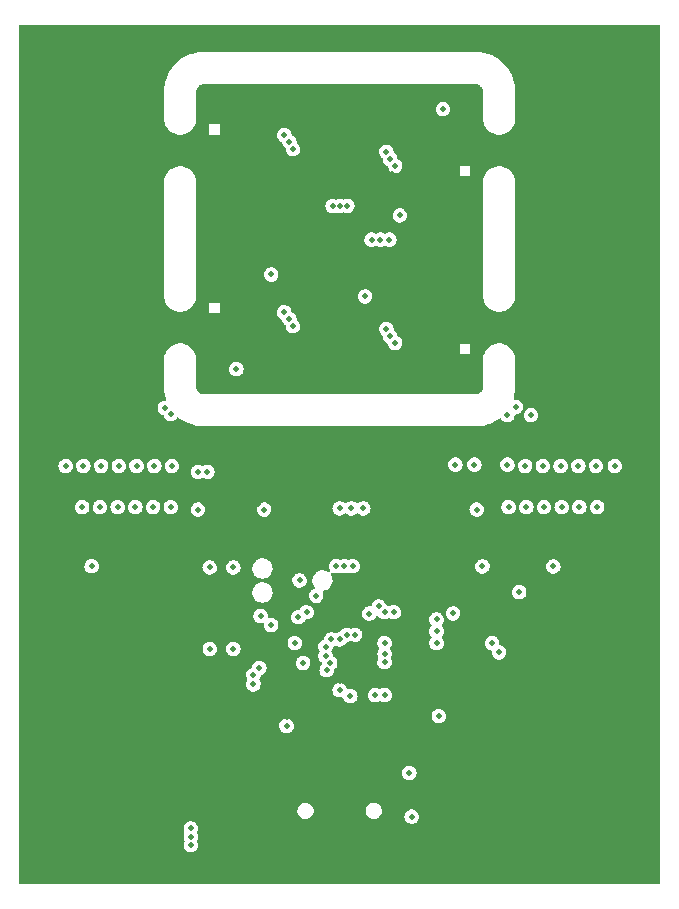
<source format=gbr>
%TF.GenerationSoftware,KiCad,Pcbnew,(6.0.7)*%
%TF.CreationDate,2022-08-30T14:04:15+02:00*%
%TF.ProjectId,LibreCAL,4c696272-6543-4414-9c2e-6b696361645f,rev?*%
%TF.SameCoordinates,Original*%
%TF.FileFunction,Copper,L2,Inr*%
%TF.FilePolarity,Positive*%
%FSLAX46Y46*%
G04 Gerber Fmt 4.6, Leading zero omitted, Abs format (unit mm)*
G04 Created by KiCad (PCBNEW (6.0.7)) date 2022-08-30 14:04:15*
%MOMM*%
%LPD*%
G01*
G04 APERTURE LIST*
%TA.AperFunction,ComponentPad*%
%ADD10C,1.400000*%
%TD*%
%TA.AperFunction,ComponentPad*%
%ADD11C,3.600000*%
%TD*%
%TA.AperFunction,ComponentPad*%
%ADD12O,1.000000X2.100000*%
%TD*%
%TA.AperFunction,ComponentPad*%
%ADD13O,1.000000X1.600000*%
%TD*%
%TA.AperFunction,ViaPad*%
%ADD14C,0.500000*%
%TD*%
G04 APERTURE END LIST*
D10*
%TO.N,GND*%
%TO.C,J1*%
X101750000Y-75780000D03*
X103960000Y-75780000D03*
X101750000Y-78220000D03*
X103960000Y-78220000D03*
%TD*%
%TO.N,GND*%
%TO.C,J3*%
X153250000Y-78220000D03*
X151040000Y-78220000D03*
X153250000Y-75780000D03*
X151040000Y-75780000D03*
%TD*%
%TO.N,GND*%
%TO.C,J4*%
X153250000Y-93220000D03*
X151040000Y-93220000D03*
X153250000Y-90780000D03*
X151040000Y-90780000D03*
%TD*%
%TO.N,GND*%
%TO.C,J2*%
X101750000Y-90780000D03*
X103960000Y-90780000D03*
X101750000Y-93220000D03*
X103960000Y-93220000D03*
%TD*%
D11*
%TO.N,GND*%
%TO.C,H2*%
X152000000Y-69000000D03*
%TD*%
D12*
%TO.N,GND*%
%TO.C,J5*%
X123180000Y-132370000D03*
D13*
X123180000Y-136550000D03*
X131820000Y-136550000D03*
D12*
X131820000Y-132370000D03*
%TD*%
D11*
%TO.N,GND*%
%TO.C,H5*%
X152000000Y-100000000D03*
%TD*%
%TO.N,GND*%
%TO.C,H3*%
X103000000Y-69000000D03*
%TD*%
%TO.N,GND*%
%TO.C,H4*%
X103000000Y-136500000D03*
%TD*%
%TO.N,GND*%
%TO.C,H6*%
X103000000Y-100000000D03*
%TD*%
%TO.N,GND*%
%TO.C,H1*%
X152000000Y-136500000D03*
%TD*%
D14*
%TO.N,GND*%
X115900000Y-90300000D03*
X139100000Y-94000000D03*
X139100000Y-78700000D03*
X115900000Y-75100000D03*
%TO.N,+3V3*%
X131300000Y-123100000D03*
X139100000Y-107400000D03*
X114900000Y-134400000D03*
X133600000Y-133400000D03*
X114900000Y-135800000D03*
X106500000Y-112200000D03*
X145587500Y-112212500D03*
X126300000Y-119800000D03*
X128400000Y-123200000D03*
X125500000Y-114700000D03*
X131300000Y-119600000D03*
X128800000Y-118000000D03*
X114900000Y-135100000D03*
X123000000Y-125710500D03*
X137099500Y-116200000D03*
X139587500Y-112212500D03*
%TO.N,GND*%
X119000000Y-68000000D03*
X102900000Y-92800000D03*
X113000000Y-137500000D03*
X137000000Y-74000000D03*
X127500000Y-121900000D03*
X101000000Y-107500000D03*
X101000000Y-111500000D03*
X108750000Y-105000000D03*
X126000000Y-109500000D03*
X141000000Y-91200000D03*
X136800000Y-133400000D03*
X143000000Y-109500000D03*
X145000000Y-100500000D03*
X149000000Y-137500000D03*
X114000000Y-102500000D03*
X154000000Y-82500000D03*
X101000000Y-83500000D03*
X147000000Y-109500000D03*
X138400000Y-118800000D03*
X120000000Y-138500000D03*
X144000000Y-110500000D03*
X122000000Y-79800000D03*
X122000000Y-101500000D03*
X152100000Y-76200000D03*
X109000000Y-101500000D03*
X136700000Y-104400000D03*
X123000000Y-67000000D03*
X130000000Y-68000000D03*
X135000000Y-109500000D03*
X121000000Y-96800000D03*
X153000000Y-85500000D03*
X147000000Y-76200000D03*
X116000000Y-109500000D03*
X130000000Y-108500000D03*
X123000000Y-109500000D03*
X127000000Y-110500000D03*
X135000000Y-108500000D03*
X132000000Y-138500000D03*
X146250000Y-105000000D03*
X104000000Y-108500000D03*
X130000000Y-95500000D03*
X146000000Y-138500000D03*
X115000000Y-68000000D03*
X133950000Y-91200000D03*
X135000000Y-86400000D03*
X119750000Y-95550000D03*
X141500000Y-104800000D03*
X117000000Y-77800000D03*
X154000000Y-115500000D03*
X118000000Y-102500000D03*
X113250000Y-105000000D03*
X138000000Y-68000000D03*
X141000000Y-108500000D03*
X147000000Y-67000000D03*
X134000000Y-95000000D03*
X117000000Y-68000000D03*
X123300000Y-89800000D03*
X154000000Y-84500000D03*
X127000000Y-97000000D03*
X123000000Y-79800000D03*
X126000000Y-67000000D03*
X124000000Y-109500000D03*
X133700000Y-74000000D03*
X110000000Y-77800000D03*
X102000000Y-112500000D03*
X134000000Y-102500000D03*
X138000000Y-67000000D03*
X128900000Y-87000000D03*
X118000000Y-68000000D03*
X151000000Y-110500000D03*
X100600000Y-76200000D03*
X120000000Y-80600000D03*
X152997770Y-120404284D03*
X107000000Y-110500000D03*
X102000000Y-132500000D03*
X129000000Y-108500000D03*
X119500000Y-88000000D03*
X102000000Y-126500000D03*
X102000000Y-106500000D03*
X131000000Y-97000000D03*
X139000000Y-91200000D03*
X126000000Y-72000000D03*
X126300000Y-126800000D03*
X124000000Y-102500000D03*
X153000000Y-88500000D03*
X107000000Y-68000000D03*
X149000000Y-67000000D03*
X101000000Y-128500000D03*
X153997770Y-123404284D03*
X128000000Y-101500000D03*
X140000000Y-108500000D03*
X137000000Y-137500000D03*
X146000000Y-102500000D03*
X149000000Y-91200000D03*
X144000000Y-137500000D03*
X102000000Y-95500000D03*
X122000000Y-81400000D03*
X149000000Y-109500000D03*
X122900000Y-88000000D03*
X120000000Y-77800000D03*
X127000000Y-101500000D03*
X143000000Y-138500000D03*
X100600000Y-92800000D03*
X114000000Y-108500000D03*
X122000000Y-68000000D03*
X145000000Y-110500000D03*
X144000000Y-77800000D03*
X116100000Y-89300000D03*
X119000000Y-110500000D03*
X102000000Y-81500000D03*
X125000000Y-101500000D03*
X121700000Y-119200000D03*
X116000000Y-138500000D03*
X134000000Y-109500000D03*
X113000000Y-109500000D03*
X154000000Y-103500000D03*
X134000000Y-82000000D03*
X109000000Y-76200000D03*
X143000000Y-137500000D03*
X144000000Y-91200000D03*
X134000000Y-84000000D03*
X133700000Y-95500000D03*
X135500000Y-83000000D03*
X131150000Y-89200000D03*
X112000000Y-67000000D03*
X127000000Y-73500000D03*
X118600000Y-106900000D03*
X115000000Y-109500000D03*
X139300000Y-132500000D03*
X141000000Y-76200000D03*
X145000000Y-138500000D03*
X113000000Y-68000000D03*
X119600000Y-91300000D03*
X130700000Y-103600000D03*
X128000000Y-102500000D03*
X125000000Y-83100000D03*
X122000000Y-109500000D03*
X154400000Y-91200000D03*
X134000000Y-138500000D03*
X101000000Y-126500000D03*
X120600000Y-106900000D03*
X107000000Y-137500000D03*
X108000000Y-138500000D03*
X131000000Y-101500000D03*
X124000000Y-110500000D03*
X114000000Y-77800000D03*
X101000000Y-115500000D03*
X131000000Y-137500000D03*
X130000000Y-138500000D03*
X136000000Y-109500000D03*
X116000000Y-67000000D03*
X125300000Y-126800000D03*
X153000000Y-95500000D03*
X113000000Y-91200000D03*
X152997770Y-121404284D03*
X142000000Y-110500000D03*
X112000000Y-76200000D03*
X142000000Y-92800000D03*
X130000000Y-97000000D03*
X130100000Y-120600000D03*
X153000000Y-84500000D03*
X124700000Y-80600000D03*
X107000000Y-108500000D03*
X116000000Y-110500000D03*
X147000000Y-77800000D03*
X128000000Y-97000000D03*
X101000000Y-130500000D03*
X147000000Y-108500000D03*
X119000000Y-101500000D03*
X114000000Y-137500000D03*
X102000000Y-131500000D03*
X115000000Y-110500000D03*
X138700000Y-80400000D03*
X154000000Y-97500000D03*
X129000000Y-137500000D03*
X146000000Y-100500000D03*
X145000000Y-91200000D03*
X119000000Y-109500000D03*
X132000000Y-67000000D03*
X123300000Y-129700000D03*
X102000000Y-121500000D03*
X119000000Y-102500000D03*
X134000000Y-80000000D03*
X130000000Y-83100000D03*
X144000000Y-92800000D03*
X101000000Y-80500000D03*
X122400000Y-119200000D03*
X120000000Y-67000000D03*
X124000000Y-67000000D03*
X102000000Y-123500000D03*
X129000000Y-73500000D03*
X141600000Y-127200000D03*
X116000000Y-137500000D03*
X101000000Y-73500000D03*
X138100000Y-95600000D03*
X116000000Y-92800000D03*
X102000000Y-97500000D03*
X102000000Y-73500000D03*
X148000000Y-91200000D03*
X125700000Y-85200000D03*
X120000000Y-101500000D03*
X120000000Y-137500000D03*
X153000000Y-81500000D03*
X134000000Y-83000000D03*
X117000000Y-102500000D03*
X138000000Y-92800000D03*
X101000000Y-121500000D03*
X153000000Y-108500000D03*
X101000000Y-97500000D03*
X146000000Y-68000000D03*
X146000000Y-101500000D03*
X118900000Y-92000000D03*
X102000000Y-129500000D03*
X137400000Y-118800000D03*
X140000000Y-110500000D03*
X122000000Y-102500000D03*
X153997770Y-122404284D03*
X153000000Y-109500000D03*
X133050000Y-80050000D03*
X118500000Y-82600000D03*
X136500000Y-86400000D03*
X144000000Y-108500000D03*
X113000000Y-102500000D03*
X153997770Y-116404284D03*
X146000000Y-91200000D03*
X101000000Y-117500000D03*
X137300000Y-79800000D03*
X113000000Y-138500000D03*
X136000000Y-102500000D03*
X128000000Y-138500000D03*
X133000000Y-72000000D03*
X153000000Y-82500000D03*
X101000000Y-101500000D03*
X148000000Y-67000000D03*
X122000000Y-108500000D03*
X136500000Y-87400000D03*
X108000000Y-102500000D03*
X108000000Y-110500000D03*
X123200000Y-123400000D03*
X111000000Y-101500000D03*
X129000000Y-97000000D03*
X116000000Y-101500000D03*
X124700000Y-88400000D03*
X125000000Y-67000000D03*
X130000000Y-109500000D03*
X153000000Y-130500000D03*
X133000000Y-110500000D03*
X149000000Y-110500000D03*
X140000000Y-137500000D03*
X138000000Y-110500000D03*
X108000000Y-101500000D03*
X135000000Y-138500000D03*
X150000000Y-110500000D03*
X146000000Y-109500000D03*
X136050000Y-91200000D03*
X106000000Y-110500000D03*
X104000000Y-109500000D03*
X147000000Y-92800000D03*
X143000000Y-77800000D03*
X143000000Y-92800000D03*
X116000000Y-91200000D03*
X122000000Y-73500000D03*
X121000000Y-79400000D03*
X134000000Y-137500000D03*
X154000000Y-106500000D03*
X135500000Y-95000000D03*
X133000000Y-137500000D03*
X115000000Y-138500000D03*
X133400000Y-113700000D03*
X111000000Y-102500000D03*
X101000000Y-88500000D03*
X153000000Y-113500000D03*
X145000000Y-67000000D03*
X118950000Y-75700000D03*
X121050000Y-76750000D03*
X101000000Y-96500000D03*
X101000000Y-81500000D03*
X132000000Y-109500000D03*
X137000000Y-109500000D03*
X134000000Y-101500000D03*
X122000000Y-72000000D03*
X139000000Y-101500000D03*
X153000000Y-106500000D03*
X124000000Y-89100000D03*
X149000000Y-138500000D03*
X150000000Y-76200000D03*
X142000000Y-77800000D03*
X142000000Y-91200000D03*
X137000000Y-108500000D03*
X154000000Y-81500000D03*
X129000000Y-67000000D03*
X101000000Y-129500000D03*
X131250000Y-79650000D03*
X154000000Y-99500000D03*
X136000000Y-137500000D03*
X124000000Y-95500000D03*
X111750000Y-105000000D03*
X121250000Y-72000000D03*
X117000000Y-137500000D03*
X124300000Y-126800000D03*
X102000000Y-84500000D03*
X127500000Y-85600000D03*
X102000000Y-96500000D03*
X143000000Y-110500000D03*
X142800000Y-126600000D03*
X110000000Y-68000000D03*
X125000000Y-97000000D03*
X140000000Y-92800000D03*
X143000000Y-100500000D03*
X124000000Y-73500000D03*
X127000000Y-95500000D03*
X102000000Y-107500000D03*
X128800000Y-126800000D03*
X109000000Y-77800000D03*
X132350000Y-80750000D03*
X119200000Y-96300000D03*
X147000000Y-100500000D03*
X139000000Y-77800000D03*
X105000000Y-109500000D03*
X147000000Y-138500000D03*
X111000000Y-68000000D03*
X121050000Y-92000000D03*
X110000000Y-67000000D03*
X122000000Y-110500000D03*
X137000000Y-74750000D03*
X133900000Y-89500000D03*
X110000000Y-102500000D03*
X118950000Y-77800000D03*
X154000000Y-109500000D03*
X121000000Y-138500000D03*
X135500000Y-81000000D03*
X125000000Y-108500000D03*
X129900000Y-126900000D03*
X120000000Y-81600000D03*
X138000000Y-108500000D03*
X101000000Y-109500000D03*
X153000000Y-83500000D03*
X111000000Y-108500000D03*
X143000000Y-91200000D03*
X101000000Y-113500000D03*
X149000000Y-92800000D03*
X138000000Y-102500000D03*
X115000000Y-76200000D03*
X114000000Y-91200000D03*
X140000000Y-100500000D03*
X102000000Y-108500000D03*
X135000000Y-92250000D03*
X102000000Y-113500000D03*
X132000000Y-73500000D03*
X131000000Y-95500000D03*
X118950000Y-76750000D03*
X112000000Y-92800000D03*
X153997770Y-120404284D03*
X140000000Y-138500000D03*
X115000000Y-102500000D03*
X136500000Y-85400000D03*
X125000000Y-73500000D03*
X145000000Y-76200000D03*
X117000000Y-110500000D03*
X133000000Y-68000000D03*
X139100000Y-105300000D03*
X105000000Y-110500000D03*
X124000000Y-101500000D03*
X140000000Y-109500000D03*
X153000000Y-105500000D03*
X118500000Y-83600000D03*
X130300000Y-80600000D03*
X150800000Y-105000000D03*
X114000000Y-110500000D03*
X136700000Y-72700000D03*
X110000000Y-92800000D03*
X107800000Y-132500000D03*
X113000000Y-110500000D03*
X137200000Y-73300000D03*
X101000000Y-116500000D03*
X133000000Y-102500000D03*
X153997770Y-119404284D03*
X111000000Y-76200000D03*
X137000000Y-102500000D03*
X153000000Y-87500000D03*
X124000000Y-108500000D03*
X118950000Y-90700000D03*
X111000000Y-67000000D03*
X125700000Y-83800000D03*
X148000000Y-76200000D03*
X124300000Y-82400000D03*
X144000000Y-109500000D03*
X101000000Y-98500000D03*
X119000000Y-108500000D03*
X109000000Y-91200000D03*
X153000000Y-131500000D03*
X138000000Y-77800000D03*
X121000000Y-68000000D03*
X111000000Y-91200000D03*
X129300000Y-83800000D03*
X154000000Y-133500000D03*
X149250000Y-105000000D03*
X142000000Y-100500000D03*
X145000000Y-68000000D03*
X133400000Y-112800000D03*
X146000000Y-108500000D03*
X148000000Y-137500000D03*
X149000000Y-76200000D03*
X153000000Y-127500000D03*
X114000000Y-92800000D03*
X149000000Y-102500000D03*
X136050000Y-92250000D03*
X120000000Y-83400000D03*
X100600000Y-91200000D03*
X131400000Y-81700000D03*
X136500000Y-88400000D03*
X113000000Y-92800000D03*
X119000000Y-67000000D03*
X154000000Y-87500000D03*
X118500000Y-81600000D03*
X109000000Y-137500000D03*
X144000000Y-76200000D03*
X154000000Y-108500000D03*
X115000000Y-77800000D03*
X135200000Y-119600000D03*
X123000000Y-110500000D03*
X131950000Y-78950000D03*
X116000000Y-108500000D03*
X101000000Y-72500000D03*
X105000000Y-91200000D03*
X129600000Y-87700000D03*
X153997770Y-121404284D03*
X132000000Y-102500000D03*
X150000000Y-108500000D03*
X101000000Y-104500000D03*
X141500000Y-106200000D03*
X142900000Y-132500000D03*
X127000000Y-138500000D03*
X118000000Y-94250000D03*
X130500000Y-88600000D03*
X105000000Y-76200000D03*
X139000000Y-102500000D03*
X113000000Y-101500000D03*
X101000000Y-84500000D03*
X141000000Y-67000000D03*
X107000000Y-91200000D03*
X135500000Y-95700000D03*
X148000000Y-92800000D03*
X140000000Y-101500000D03*
X105000000Y-92800000D03*
X120000000Y-109500000D03*
X110000000Y-91200000D03*
X152100000Y-92800000D03*
X122000000Y-137500000D03*
X154000000Y-85500000D03*
X139000000Y-68000000D03*
X121000000Y-110500000D03*
X133000000Y-67000000D03*
X147000000Y-91200000D03*
X125000000Y-137500000D03*
X154000000Y-128500000D03*
X136000000Y-68000000D03*
X141000000Y-77800000D03*
X136100000Y-84500000D03*
X116000000Y-77800000D03*
X134300000Y-84900000D03*
X111000000Y-100500000D03*
X154000000Y-113500000D03*
X149000000Y-101500000D03*
X145000000Y-101500000D03*
X154000000Y-96500000D03*
X154000000Y-98500000D03*
X128800000Y-119300000D03*
X141000000Y-102500000D03*
X154000000Y-126500000D03*
X107000000Y-67000000D03*
X105750000Y-105000000D03*
X135000000Y-85600000D03*
X105000000Y-108500000D03*
X101000000Y-119500000D03*
X145000000Y-108500000D03*
X152997770Y-116404284D03*
X134000000Y-108500000D03*
X121000000Y-108500000D03*
X102000000Y-125500000D03*
X147000000Y-101500000D03*
X133000000Y-95500000D03*
X106000000Y-102500000D03*
X125000000Y-110500000D03*
X101000000Y-103500000D03*
X131900000Y-129700000D03*
X139000000Y-108500000D03*
X119600000Y-106900000D03*
X141000000Y-138500000D03*
X128000000Y-67000000D03*
X153000000Y-129500000D03*
X128800000Y-121900000D03*
X130000000Y-101500000D03*
X130100000Y-119300000D03*
X111000000Y-137500000D03*
X120000000Y-82600000D03*
X154000000Y-100500000D03*
X154000000Y-131500000D03*
X128900000Y-82000000D03*
X138000000Y-138500000D03*
X108000000Y-68000000D03*
X138000000Y-101500000D03*
X124000000Y-137500000D03*
X144000000Y-101500000D03*
X101000000Y-127500000D03*
X130700000Y-82400000D03*
X108000000Y-109500000D03*
X113000000Y-100500000D03*
X121000000Y-137500000D03*
X132000000Y-108500000D03*
X135500000Y-82000000D03*
X129000000Y-102500000D03*
X125400000Y-81300000D03*
X143000000Y-67000000D03*
X134600000Y-72800000D03*
X152100000Y-91200000D03*
X153000000Y-125500000D03*
X109000000Y-110500000D03*
X102000000Y-109500000D03*
X136000000Y-110500000D03*
X126800000Y-82700000D03*
X152997770Y-118404284D03*
X106000000Y-137500000D03*
X143000000Y-102500000D03*
X121000000Y-88000000D03*
X109000000Y-67000000D03*
X150000000Y-92800000D03*
X140000000Y-68000000D03*
X154000000Y-114500000D03*
X130000000Y-67000000D03*
X148000000Y-68000000D03*
X107000000Y-76200000D03*
X112000000Y-110500000D03*
X143000000Y-76200000D03*
X139000000Y-109500000D03*
X120700000Y-84100000D03*
X145000000Y-109500000D03*
X126100000Y-87000000D03*
X132000000Y-101500000D03*
X102000000Y-80500000D03*
X120000000Y-68000000D03*
X137500000Y-95400000D03*
X117800000Y-95700000D03*
X109000000Y-102500000D03*
X154000000Y-110500000D03*
X102000000Y-117500000D03*
X118000000Y-67000000D03*
X116400000Y-106800000D03*
X102900000Y-91200000D03*
X106000000Y-91200000D03*
X140000000Y-76200000D03*
X141000000Y-92800000D03*
X153000000Y-133500000D03*
X139000000Y-67000000D03*
X102000000Y-88500000D03*
X151000000Y-109500000D03*
X121000000Y-85000000D03*
X120500000Y-72200000D03*
X138900000Y-94800000D03*
X113000000Y-76200000D03*
X118000000Y-138500000D03*
X121000000Y-89000000D03*
X121000000Y-74000000D03*
X131000000Y-73500000D03*
X126800000Y-86300000D03*
X153997770Y-117404284D03*
X107000000Y-77800000D03*
X149000000Y-108500000D03*
X109000000Y-68000000D03*
X129000000Y-138500000D03*
X102000000Y-72500000D03*
X108000000Y-76200000D03*
X150000000Y-91200000D03*
X137000000Y-138500000D03*
X107000000Y-109500000D03*
X129000000Y-101500000D03*
X133000000Y-108500000D03*
X117000000Y-109500000D03*
X152000000Y-108500000D03*
X135000000Y-110500000D03*
X128000000Y-68000000D03*
X144000000Y-102500000D03*
X118000000Y-137500000D03*
X125000000Y-72000000D03*
X117000000Y-92800000D03*
X124000000Y-72000000D03*
X123700000Y-81800000D03*
X130000000Y-102500000D03*
X154000000Y-72500000D03*
X154000000Y-111500000D03*
X152997770Y-117404284D03*
X153000000Y-132500000D03*
X106000000Y-92800000D03*
X123000000Y-68000000D03*
X131000000Y-102500000D03*
X133000000Y-89200000D03*
X115000000Y-67000000D03*
X130700000Y-86600000D03*
X149000000Y-68000000D03*
X132000000Y-68000000D03*
X101000000Y-114500000D03*
X126000000Y-110500000D03*
X124000000Y-138500000D03*
X129000000Y-95500000D03*
X118000000Y-108500000D03*
X119500000Y-87000000D03*
X153000000Y-115500000D03*
X117700000Y-89300000D03*
X111000000Y-77800000D03*
X153000000Y-111500000D03*
X118000000Y-110500000D03*
X144000000Y-67000000D03*
X131000000Y-109500000D03*
X121000000Y-102500000D03*
X116300000Y-88700000D03*
X134000000Y-72200000D03*
X114000000Y-68000000D03*
X102000000Y-83500000D03*
X106000000Y-109500000D03*
X122800000Y-114600000D03*
X145000000Y-92800000D03*
X123000000Y-97000000D03*
X141000000Y-137500000D03*
X135200000Y-123400000D03*
X115400000Y-106200000D03*
X102000000Y-114500000D03*
X118300000Y-96300000D03*
X127500000Y-120600000D03*
X136800000Y-132400000D03*
X132000000Y-89200000D03*
X101000000Y-105500000D03*
X126000000Y-102500000D03*
X148000000Y-109500000D03*
X133900000Y-77000000D03*
X154000000Y-130500000D03*
X101000000Y-125500000D03*
X103000000Y-109500000D03*
X117000000Y-101500000D03*
X128800000Y-120600000D03*
X114000000Y-76200000D03*
X149000000Y-77800000D03*
X135300000Y-103600000D03*
X121600000Y-130200000D03*
X129000000Y-110500000D03*
X127000000Y-108500000D03*
X102000000Y-130500000D03*
X138000000Y-124900000D03*
X136500000Y-89500000D03*
X127000000Y-67000000D03*
X121050000Y-77800000D03*
X128000000Y-95500000D03*
X114000000Y-109500000D03*
X132000000Y-97000000D03*
X154000000Y-86500000D03*
X138000000Y-91200000D03*
X123000000Y-73500000D03*
X143000000Y-101500000D03*
X105000000Y-101500000D03*
X120000000Y-76750000D03*
X116900000Y-88500000D03*
X143250000Y-105000000D03*
X120600000Y-104800000D03*
X127000000Y-72000000D03*
X101000000Y-95500000D03*
X133950000Y-92250000D03*
X101000000Y-131500000D03*
X141000000Y-100500000D03*
X110000000Y-138500000D03*
X129000000Y-109500000D03*
X131000000Y-72000000D03*
X101000000Y-132500000D03*
X154000000Y-132500000D03*
X126000000Y-95500000D03*
X117000000Y-138500000D03*
X121300000Y-73500000D03*
X153000000Y-128500000D03*
X133000000Y-87600000D03*
X130000000Y-110500000D03*
X135250000Y-73450000D03*
X119500000Y-89000000D03*
X127400000Y-113700000D03*
X134000000Y-81000000D03*
X123000000Y-138500000D03*
X130000000Y-137500000D03*
X122000000Y-95500000D03*
X102000000Y-118500000D03*
X104000000Y-110500000D03*
X122000000Y-67000000D03*
X135000000Y-88400000D03*
X144000000Y-68000000D03*
X101000000Y-102500000D03*
X153000000Y-86500000D03*
X136000000Y-108500000D03*
X135000000Y-137500000D03*
X119000000Y-137500000D03*
X102000000Y-85500000D03*
X125000000Y-85900000D03*
X130000000Y-72000000D03*
X118000000Y-95000000D03*
X138000000Y-109500000D03*
X153000000Y-112500000D03*
X113000000Y-77800000D03*
X125000000Y-102500000D03*
X128200000Y-86300000D03*
X137000000Y-110500000D03*
X153000000Y-72500000D03*
X101000000Y-86500000D03*
X107000000Y-138500000D03*
X101000000Y-87500000D03*
X103000000Y-108500000D03*
X123000000Y-81400000D03*
X153000000Y-104500000D03*
X135000000Y-91200000D03*
X153000000Y-97500000D03*
X129500000Y-115200000D03*
X112000000Y-91200000D03*
X131000000Y-108500000D03*
X154000000Y-80500000D03*
X102000000Y-116500000D03*
X121300000Y-95000000D03*
X142000000Y-138500000D03*
X133000000Y-138500000D03*
X133000000Y-101500000D03*
X144000000Y-138500000D03*
X111000000Y-92800000D03*
X146000000Y-76200000D03*
X117500000Y-73600000D03*
X116000000Y-102500000D03*
X154000000Y-104500000D03*
X154000000Y-83500000D03*
X107250000Y-105000000D03*
X135000000Y-67000000D03*
X142000000Y-68000000D03*
X128000000Y-73500000D03*
X153997770Y-118404284D03*
X114000000Y-67000000D03*
X132000000Y-72000000D03*
X123000000Y-108500000D03*
X124000000Y-68000000D03*
X154000000Y-112500000D03*
X154000000Y-73500000D03*
X152997770Y-122404284D03*
X102000000Y-86500000D03*
X133750000Y-97000000D03*
X110000000Y-100500000D03*
X134000000Y-87600000D03*
X135000000Y-68000000D03*
X117500000Y-106900000D03*
X119500000Y-74000000D03*
X115000000Y-92800000D03*
X111000000Y-109500000D03*
X118000000Y-109500000D03*
X121200000Y-125000000D03*
X115000000Y-100500000D03*
X134000000Y-110500000D03*
X110000000Y-101500000D03*
X126000000Y-101500000D03*
X148000000Y-102500000D03*
X135300000Y-104400000D03*
X102900000Y-76200000D03*
X108000000Y-67000000D03*
X102000000Y-105500000D03*
X146000000Y-110500000D03*
X146000000Y-137500000D03*
X112000000Y-137500000D03*
X128000000Y-109500000D03*
X137000000Y-67000000D03*
X113000000Y-67000000D03*
X148000000Y-110500000D03*
X101000000Y-124500000D03*
X114000000Y-138500000D03*
X123000000Y-125000000D03*
X133000000Y-73500000D03*
X125000000Y-68000000D03*
X134800000Y-78300000D03*
X120200000Y-92850000D03*
X152997770Y-124404284D03*
X118500000Y-79500000D03*
X108000000Y-77800000D03*
X121000000Y-101500000D03*
X148000000Y-77800000D03*
X123000000Y-102500000D03*
X154000000Y-95500000D03*
X116000000Y-76200000D03*
X152000000Y-109500000D03*
X112000000Y-77800000D03*
X153000000Y-102500000D03*
X138700000Y-95400000D03*
X116900000Y-73400000D03*
X143000000Y-68000000D03*
X128000000Y-72000000D03*
X131000000Y-68000000D03*
X128400000Y-113700000D03*
X127500000Y-119300000D03*
X107000000Y-100500000D03*
X110000000Y-108500000D03*
X122000000Y-138500000D03*
X131000000Y-138500000D03*
X109000000Y-92800000D03*
X106000000Y-108500000D03*
X101000000Y-118500000D03*
X126000000Y-73500000D03*
X111000000Y-138500000D03*
X112000000Y-138500000D03*
X134700000Y-76200000D03*
X115800000Y-134000000D03*
X106000000Y-76200000D03*
X142000000Y-108500000D03*
X135800000Y-72700000D03*
X133950000Y-93300000D03*
X154000000Y-88500000D03*
X139000000Y-76200000D03*
X123600000Y-87300000D03*
X147750000Y-105000000D03*
X143600000Y-123500000D03*
X151000000Y-108500000D03*
X125400000Y-87700000D03*
X102000000Y-103500000D03*
X147000000Y-68000000D03*
X104250000Y-105000000D03*
X110000000Y-109500000D03*
X121050000Y-92800000D03*
X101000000Y-122500000D03*
X128200000Y-82700000D03*
X102000000Y-102500000D03*
X120000000Y-108500000D03*
X135500000Y-77600000D03*
X120000000Y-110500000D03*
X130700000Y-104500000D03*
X101000000Y-133500000D03*
X148000000Y-108500000D03*
X101000000Y-120500000D03*
X135000000Y-87400000D03*
X135000000Y-101500000D03*
X133950000Y-76200000D03*
X101000000Y-82500000D03*
X139000000Y-110500000D03*
X154000000Y-102500000D03*
X153000000Y-103500000D03*
X100600000Y-77800000D03*
X154400000Y-76200000D03*
X117700000Y-74200000D03*
X106000000Y-100500000D03*
X137000000Y-68000000D03*
X152997770Y-123404284D03*
X121000000Y-86000000D03*
X153000000Y-107500000D03*
X151000000Y-102500000D03*
X114700000Y-103900000D03*
X127000000Y-68000000D03*
X118900000Y-84500000D03*
X101000000Y-123500000D03*
X140000000Y-77800000D03*
X129600000Y-81300000D03*
X102000000Y-128500000D03*
X129300000Y-85200000D03*
X139000000Y-138500000D03*
X154000000Y-125500000D03*
X117000000Y-76200000D03*
X102000000Y-115500000D03*
X132000000Y-110500000D03*
X142000000Y-137500000D03*
X127000000Y-102500000D03*
X132000000Y-87600000D03*
X115000000Y-137500000D03*
X154400000Y-92800000D03*
X111000000Y-110500000D03*
X119500000Y-73300000D03*
X128000000Y-137500000D03*
X134000000Y-67000000D03*
X109000000Y-138500000D03*
X127000000Y-109500000D03*
X101000000Y-85500000D03*
X146000000Y-77800000D03*
X126000000Y-137500000D03*
X103000000Y-110500000D03*
X112000000Y-101500000D03*
X122200000Y-88700000D03*
X120000000Y-72700000D03*
X135000000Y-96300000D03*
X101000000Y-106500000D03*
X108000000Y-91200000D03*
X144000000Y-100500000D03*
X153000000Y-114500000D03*
X106000000Y-68000000D03*
X123000000Y-101500000D03*
X101000000Y-99500000D03*
X124000000Y-97000000D03*
X134000000Y-68000000D03*
X126000000Y-68000000D03*
X124300000Y-86600000D03*
X154000000Y-127500000D03*
X102000000Y-111500000D03*
X107000000Y-102500000D03*
X122000000Y-97000000D03*
X108000000Y-108500000D03*
X148000000Y-101500000D03*
X141000000Y-101500000D03*
X115000000Y-108500000D03*
X112000000Y-100500000D03*
X121000000Y-119200000D03*
X117000000Y-91200000D03*
X138100000Y-80600000D03*
X150000000Y-101500000D03*
X138000000Y-137500000D03*
X135000000Y-93300000D03*
X120000000Y-80600000D03*
X126000000Y-97000000D03*
X113000000Y-108500000D03*
X153997770Y-124404284D03*
X121000000Y-87000000D03*
X112000000Y-68000000D03*
X105000000Y-77800000D03*
X108000000Y-92800000D03*
X147000000Y-110500000D03*
X145000000Y-137500000D03*
X153000000Y-96500000D03*
X110250000Y-105000000D03*
X139000000Y-92800000D03*
X116100000Y-74200000D03*
X154000000Y-129500000D03*
X106000000Y-138500000D03*
X136050000Y-78300000D03*
X118500000Y-80600000D03*
X136050000Y-93300000D03*
X152000000Y-102500000D03*
X101000000Y-112500000D03*
X106000000Y-77800000D03*
X103000000Y-102500000D03*
X152000000Y-110500000D03*
X138900000Y-79800000D03*
X106000000Y-67000000D03*
X120200000Y-90700000D03*
X149000000Y-100500000D03*
X153000000Y-73500000D03*
X135500000Y-83900000D03*
X127000000Y-137500000D03*
X109000000Y-108500000D03*
X107800000Y-126500000D03*
X141000000Y-110500000D03*
X102000000Y-122500000D03*
X110000000Y-137500000D03*
X105000000Y-100500000D03*
X154000000Y-107500000D03*
X123000000Y-95500000D03*
X136000000Y-67000000D03*
X127500000Y-83400000D03*
X116000000Y-68000000D03*
X140000000Y-91200000D03*
X141000000Y-109500000D03*
X115000000Y-101500000D03*
X142000000Y-102500000D03*
X129000000Y-68000000D03*
X135000000Y-102500000D03*
X117000000Y-67000000D03*
X102000000Y-127500000D03*
X102000000Y-87500000D03*
X150000000Y-100500000D03*
X102000000Y-82500000D03*
X137500000Y-80400000D03*
X104000000Y-102500000D03*
X114000000Y-100500000D03*
X115000000Y-91200000D03*
X112000000Y-109500000D03*
X146000000Y-67000000D03*
X131000000Y-67000000D03*
X120400000Y-96200000D03*
X109000000Y-100500000D03*
X148000000Y-100500000D03*
X130000000Y-73500000D03*
X126000000Y-138500000D03*
X101000000Y-108500000D03*
X144750000Y-105000000D03*
X137000000Y-101500000D03*
X126400000Y-84500000D03*
X108000000Y-100500000D03*
X102000000Y-119500000D03*
X112000000Y-108500000D03*
X101000000Y-100500000D03*
X102900000Y-77800000D03*
X152100000Y-77800000D03*
X114000000Y-101500000D03*
X147000000Y-102500000D03*
X120000000Y-102500000D03*
X142000000Y-76200000D03*
X123000000Y-72000000D03*
X110000000Y-110500000D03*
X116300000Y-73600000D03*
X153000000Y-80500000D03*
X119000000Y-138500000D03*
X119500000Y-86000000D03*
X121000000Y-81400000D03*
X128000000Y-110500000D03*
X130000000Y-85900000D03*
X116800000Y-134000000D03*
X153000000Y-126500000D03*
X142000000Y-67000000D03*
X135500000Y-80000000D03*
X124000000Y-79900000D03*
X108000000Y-137500000D03*
X120000000Y-75700000D03*
X154000000Y-105500000D03*
X105000000Y-102500000D03*
X107000000Y-101500000D03*
X118000000Y-101500000D03*
X152997770Y-119404284D03*
X139000000Y-137500000D03*
X134500000Y-96800000D03*
X145000000Y-77800000D03*
X112000000Y-102500000D03*
X145000000Y-102500000D03*
X109000000Y-109500000D03*
X150000000Y-102500000D03*
X121000000Y-67000000D03*
X119500000Y-85100000D03*
X102000000Y-120500000D03*
X128600000Y-84500000D03*
X125000000Y-95500000D03*
X150000000Y-109500000D03*
X121050000Y-75700000D03*
X121000000Y-109500000D03*
X101000000Y-110500000D03*
X102000000Y-133500000D03*
X137300000Y-94800000D03*
X102000000Y-124500000D03*
X117000000Y-108500000D03*
X110000000Y-76200000D03*
X154000000Y-101500000D03*
X138000000Y-76200000D03*
X106000000Y-101500000D03*
X126000000Y-108500000D03*
X154400000Y-77800000D03*
X148000000Y-138500000D03*
X142000000Y-109500000D03*
X107000000Y-92800000D03*
X131000000Y-110500000D03*
X130100000Y-121900000D03*
X133000000Y-97000000D03*
X136000000Y-138500000D03*
X125000000Y-109500000D03*
X150000000Y-77800000D03*
X141000000Y-68000000D03*
X129000000Y-72000000D03*
X153000000Y-110500000D03*
X146000000Y-92800000D03*
X143000000Y-108500000D03*
X133000000Y-109500000D03*
X102000000Y-110500000D03*
X132000000Y-95500000D03*
X147000000Y-137500000D03*
X136100000Y-77000000D03*
X128000000Y-108500000D03*
X125000000Y-138500000D03*
X140000000Y-67000000D03*
X136000000Y-101500000D03*
X140000000Y-102500000D03*
X102000000Y-104500000D03*
X117500000Y-88700000D03*
X142000000Y-101500000D03*
X126100000Y-82000000D03*
X114700000Y-105100000D03*
%TO.N,+5V*%
X127200000Y-112200000D03*
X127900000Y-112200000D03*
X128600000Y-112200000D03*
X129500000Y-107300000D03*
X127500000Y-107300000D03*
X128500000Y-107300000D03*
%TO.N,+1V1*%
X128100000Y-118000000D03*
X127500000Y-122700000D03*
%TO.N,Net-(J6-Pad2)*%
X127500000Y-118400000D03*
%TO.N,Net-(J6-Pad3)*%
X126800000Y-118400000D03*
%TO.N,Net-(J6-Pad4)*%
X124100000Y-113400000D03*
%TO.N,HEATER*%
X118500000Y-112300000D03*
X121100000Y-107400000D03*
X118500000Y-119200000D03*
%TO.N,Net-(Q1-Pad3)*%
X115500000Y-104200000D03*
X112700000Y-98800000D03*
X113200000Y-99300000D03*
X116300000Y-104200000D03*
%TO.N,Net-(R7-Pad2)*%
X135900000Y-124900000D03*
%TO.N,Net-(R8-Pad2)*%
X131700000Y-84550000D03*
X130950000Y-84550000D03*
X126900000Y-81700000D03*
X130200000Y-84550000D03*
X127500000Y-81700000D03*
X128150000Y-81700000D03*
%TO.N,LED_READY*%
X140400000Y-118700000D03*
%TO.N,LED_WAIT*%
X142700000Y-114400000D03*
%TO.N,LED_OPEN*%
X126700000Y-120400000D03*
%TO.N,LED_SHORT*%
X126400000Y-121000000D03*
%TO.N,LED_LOAD*%
X120700000Y-120800000D03*
%TO.N,LED_THROUGH*%
X120200000Y-121400000D03*
%TO.N,LED_PORT1*%
X131300000Y-120300000D03*
%TO.N,LED_PORT2*%
X126300000Y-119000000D03*
%TO.N,LED_PORT3*%
X135700000Y-118700000D03*
%TO.N,LED_PORT4*%
X124400000Y-120400000D03*
%TO.N,BUTTON1*%
X140996800Y-119496800D03*
%TO.N,BUTTON3*%
X120200000Y-122200000D03*
%TO.N,P1_V1*%
X124000000Y-116500000D03*
X110200000Y-107200000D03*
%TO.N,P1_V2*%
X124700000Y-116100000D03*
X111700000Y-107200000D03*
%TO.N,P1_V3*%
X130003200Y-116203200D03*
X113200000Y-107200000D03*
%TO.N,P3_V1*%
X144800000Y-107200000D03*
X132100000Y-116100000D03*
%TO.N,P3_V2*%
X131300000Y-116100000D03*
X143300000Y-107200000D03*
%TO.N,P3_V3*%
X141800000Y-107200000D03*
X130800000Y-115600000D03*
%TO.N,P2_V1*%
X108700000Y-107200000D03*
X120800000Y-116400000D03*
%TO.N,P2_V2*%
X121700000Y-117200000D03*
X107200000Y-107200000D03*
%TO.N,P2_V3*%
X105700000Y-107200000D03*
X123700000Y-118700000D03*
%TO.N,P4_V1*%
X146300000Y-107200000D03*
X135700000Y-116700000D03*
%TO.N,P4_V2*%
X131300000Y-118700000D03*
X147800000Y-107200000D03*
%TO.N,P4_V3*%
X149300000Y-107200000D03*
X135700000Y-117700000D03*
%TO.N,Net-(U5-Pad7)*%
X133400000Y-129700000D03*
X130500000Y-123100000D03*
%TO.N,Net-(U2-Pad2)*%
X118750000Y-95500000D03*
X136250000Y-73500000D03*
%TO.N,Net-(C1-Pad1)*%
X129650000Y-89350000D03*
X141700000Y-103600000D03*
X143700000Y-99400000D03*
X132600000Y-82500000D03*
%TO.N,Net-(C34-Pad1)*%
X123541537Y-76883549D03*
X107300000Y-103700000D03*
%TO.N,Net-(C35-Pad1)*%
X105800000Y-103700000D03*
X123230134Y-76257185D03*
%TO.N,Net-(C36-Pad1)*%
X104300000Y-103700000D03*
X122805275Y-75701488D03*
%TO.N,Net-(C37-Pad1)*%
X147700000Y-103700000D03*
X123541537Y-91883549D03*
%TO.N,Net-(C38-Pad1)*%
X149200000Y-103700000D03*
X123230134Y-91257185D03*
%TO.N,Net-(C39-Pad1)*%
X122805275Y-90701488D03*
X150800000Y-103700000D03*
%TO.N,Net-(C40-Pad1)*%
X131458463Y-77116451D03*
X108800000Y-103700000D03*
%TO.N,Net-(C41-Pad1)*%
X131769866Y-77742815D03*
X110300000Y-103700000D03*
%TO.N,Net-(C42-Pad1)*%
X132194725Y-78298512D03*
X111800000Y-103700000D03*
%TO.N,Net-(C43-Pad1)*%
X146200000Y-103700000D03*
X131458463Y-92116451D03*
%TO.N,Net-(C44-Pad1)*%
X131769866Y-92742815D03*
X144700000Y-103700000D03*
%TO.N,Net-(C45-Pad1)*%
X143200000Y-103700000D03*
X132194725Y-93298512D03*
%TO.N,Net-(C49-Pad3)*%
X142400000Y-98700000D03*
X141700000Y-99400000D03*
X137300000Y-103600000D03*
X138900000Y-103600000D03*
%TO.N,Net-(R12-Pad2)*%
X116500000Y-119200000D03*
X116500000Y-112300000D03*
X115500000Y-107400000D03*
%TO.N,Net-(C50-Pad3)*%
X113300000Y-103700000D03*
X121700000Y-87500000D03*
%TD*%
%TA.AperFunction,Conductor*%
%TO.N,GND*%
G36*
X154581621Y-66380502D02*
G01*
X154628114Y-66434158D01*
X154639500Y-66486500D01*
X154639500Y-139013500D01*
X154619498Y-139081621D01*
X154565842Y-139128114D01*
X154513500Y-139139500D01*
X100486500Y-139139500D01*
X100418379Y-139119498D01*
X100371886Y-139065842D01*
X100360500Y-139013500D01*
X100360500Y-135793560D01*
X114285050Y-135793560D01*
X114301265Y-135940432D01*
X114352045Y-136079197D01*
X114356282Y-136085503D01*
X114356284Y-136085506D01*
X114393867Y-136141434D01*
X114434460Y-136201843D01*
X114543751Y-136301291D01*
X114550428Y-136304916D01*
X114550429Y-136304917D01*
X114666932Y-136368173D01*
X114666934Y-136368174D01*
X114673609Y-136371798D01*
X114680958Y-136373726D01*
X114809187Y-136407366D01*
X114809189Y-136407366D01*
X114816537Y-136409294D01*
X114894483Y-136410518D01*
X114956685Y-136411496D01*
X114956688Y-136411496D01*
X114964283Y-136411615D01*
X114971688Y-136409919D01*
X114971689Y-136409919D01*
X115024031Y-136397931D01*
X115108318Y-136378627D01*
X115240327Y-136312233D01*
X115352688Y-136216268D01*
X115359380Y-136206955D01*
X115434478Y-136102446D01*
X115434479Y-136102445D01*
X115438915Y-136096271D01*
X115494029Y-135959170D01*
X115514849Y-135812879D01*
X115514984Y-135800000D01*
X115497232Y-135653306D01*
X115445001Y-135515080D01*
X115440699Y-135508821D01*
X115440463Y-135508369D01*
X115426628Y-135438734D01*
X115439509Y-135396510D01*
X115438915Y-135396271D01*
X115441680Y-135389393D01*
X115441680Y-135389392D01*
X115494029Y-135259170D01*
X115514849Y-135112879D01*
X115514984Y-135100000D01*
X115497232Y-134953306D01*
X115445001Y-134815080D01*
X115440699Y-134808821D01*
X115440463Y-134808369D01*
X115426628Y-134738734D01*
X115439509Y-134696510D01*
X115438915Y-134696271D01*
X115441680Y-134689393D01*
X115441680Y-134689392D01*
X115494029Y-134559170D01*
X115514849Y-134412879D01*
X115514984Y-134400000D01*
X115497232Y-134253306D01*
X115445001Y-134115080D01*
X115361306Y-133993304D01*
X115250980Y-133895006D01*
X115244276Y-133891457D01*
X115244274Y-133891455D01*
X115180646Y-133857766D01*
X115120391Y-133825863D01*
X114977078Y-133789865D01*
X114969480Y-133789825D01*
X114969478Y-133789825D01*
X114906596Y-133789496D01*
X114829315Y-133789092D01*
X114821936Y-133790864D01*
X114821932Y-133790864D01*
X114693014Y-133821815D01*
X114693012Y-133821816D01*
X114685634Y-133823587D01*
X114554328Y-133891359D01*
X114548606Y-133896351D01*
X114548604Y-133896352D01*
X114530399Y-133912233D01*
X114442978Y-133988495D01*
X114358012Y-134109389D01*
X114304337Y-134247060D01*
X114285050Y-134393560D01*
X114301265Y-134540432D01*
X114352045Y-134679197D01*
X114356285Y-134685507D01*
X114359730Y-134692268D01*
X114356855Y-134693733D01*
X114373849Y-134747496D01*
X114359479Y-134807302D01*
X114358012Y-134809389D01*
X114304337Y-134947060D01*
X114285050Y-135093560D01*
X114301265Y-135240432D01*
X114352045Y-135379197D01*
X114356285Y-135385507D01*
X114359730Y-135392268D01*
X114356855Y-135393733D01*
X114373849Y-135447496D01*
X114359479Y-135507302D01*
X114358012Y-135509389D01*
X114304337Y-135647060D01*
X114285050Y-135793560D01*
X100360500Y-135793560D01*
X100360500Y-132979368D01*
X123924041Y-132979368D01*
X123925813Y-132986748D01*
X123925813Y-132986750D01*
X123956623Y-133115080D01*
X123962774Y-133140701D01*
X123966255Y-133147445D01*
X124024786Y-133260846D01*
X124038872Y-133288138D01*
X124147942Y-133413168D01*
X124154156Y-133417535D01*
X124277470Y-133504202D01*
X124277472Y-133504203D01*
X124283687Y-133508571D01*
X124299251Y-133514639D01*
X124431191Y-133566081D01*
X124431194Y-133566082D01*
X124438271Y-133568841D01*
X124445804Y-133569833D01*
X124445805Y-133569833D01*
X124560725Y-133584962D01*
X124564812Y-133585500D01*
X124651607Y-133585500D01*
X124774716Y-133570602D01*
X124929922Y-133511955D01*
X125066659Y-133417978D01*
X125071712Y-133412307D01*
X125171979Y-133299770D01*
X125171981Y-133299767D01*
X125177032Y-133294098D01*
X125254670Y-133147466D01*
X125261021Y-133122182D01*
X125293239Y-132993918D01*
X125293239Y-132993914D01*
X125295090Y-132986547D01*
X125295128Y-132979368D01*
X129704041Y-132979368D01*
X129705813Y-132986748D01*
X129705813Y-132986750D01*
X129736623Y-133115080D01*
X129742774Y-133140701D01*
X129746255Y-133147445D01*
X129804786Y-133260846D01*
X129818872Y-133288138D01*
X129927942Y-133413168D01*
X129934156Y-133417535D01*
X130057470Y-133504202D01*
X130057472Y-133504203D01*
X130063687Y-133508571D01*
X130079251Y-133514639D01*
X130211191Y-133566081D01*
X130211194Y-133566082D01*
X130218271Y-133568841D01*
X130225804Y-133569833D01*
X130225805Y-133569833D01*
X130340725Y-133584962D01*
X130344812Y-133585500D01*
X130431607Y-133585500D01*
X130554716Y-133570602D01*
X130709922Y-133511955D01*
X130846659Y-133417978D01*
X130851712Y-133412307D01*
X130868415Y-133393560D01*
X132985050Y-133393560D01*
X133001265Y-133540432D01*
X133052045Y-133679197D01*
X133056282Y-133685503D01*
X133056284Y-133685506D01*
X133093867Y-133741434D01*
X133134460Y-133801843D01*
X133243751Y-133901291D01*
X133250428Y-133904916D01*
X133250429Y-133904917D01*
X133366932Y-133968173D01*
X133366934Y-133968174D01*
X133373609Y-133971798D01*
X133380958Y-133973726D01*
X133509187Y-134007366D01*
X133509189Y-134007366D01*
X133516537Y-134009294D01*
X133594483Y-134010518D01*
X133656685Y-134011496D01*
X133656688Y-134011496D01*
X133664283Y-134011615D01*
X133671688Y-134009919D01*
X133671689Y-134009919D01*
X133744234Y-133993304D01*
X133808318Y-133978627D01*
X133940327Y-133912233D01*
X134052688Y-133816268D01*
X134059380Y-133806955D01*
X134134478Y-133702446D01*
X134134479Y-133702445D01*
X134138915Y-133696271D01*
X134168139Y-133623574D01*
X134191195Y-133566220D01*
X134191195Y-133566219D01*
X134194029Y-133559170D01*
X134214849Y-133412879D01*
X134214984Y-133400000D01*
X134197232Y-133253306D01*
X134157231Y-133147445D01*
X134147685Y-133122182D01*
X134147684Y-133122179D01*
X134145001Y-133115080D01*
X134061306Y-132993304D01*
X133950980Y-132895006D01*
X133944276Y-132891457D01*
X133944274Y-132891455D01*
X133880646Y-132857766D01*
X133820391Y-132825863D01*
X133677078Y-132789865D01*
X133669480Y-132789825D01*
X133669478Y-132789825D01*
X133606596Y-132789496D01*
X133529315Y-132789092D01*
X133521936Y-132790864D01*
X133521932Y-132790864D01*
X133393014Y-132821815D01*
X133393012Y-132821816D01*
X133385634Y-132823587D01*
X133254328Y-132891359D01*
X133248606Y-132896351D01*
X133248604Y-132896352D01*
X133186330Y-132950677D01*
X133142978Y-132988495D01*
X133058012Y-133109389D01*
X133004337Y-133247060D01*
X132985050Y-133393560D01*
X130868415Y-133393560D01*
X130951979Y-133299770D01*
X130951981Y-133299767D01*
X130957032Y-133294098D01*
X131034670Y-133147466D01*
X131041021Y-133122182D01*
X131073239Y-132993918D01*
X131073239Y-132993914D01*
X131075090Y-132986547D01*
X131075168Y-132971774D01*
X131075919Y-132828226D01*
X131075959Y-132820632D01*
X131068813Y-132790864D01*
X131038998Y-132666679D01*
X131038997Y-132666677D01*
X131037226Y-132659299D01*
X130961128Y-132511862D01*
X130852058Y-132386832D01*
X130794694Y-132346516D01*
X130722530Y-132295798D01*
X130722528Y-132295797D01*
X130716313Y-132291429D01*
X130639021Y-132261294D01*
X130568809Y-132233919D01*
X130568806Y-132233918D01*
X130561729Y-132231159D01*
X130554196Y-132230167D01*
X130554195Y-132230167D01*
X130439275Y-132215038D01*
X130439274Y-132215038D01*
X130435188Y-132214500D01*
X130348393Y-132214500D01*
X130225284Y-132229398D01*
X130070078Y-132288045D01*
X129933341Y-132382022D01*
X129928290Y-132387692D01*
X129928288Y-132387693D01*
X129828021Y-132500230D01*
X129828019Y-132500233D01*
X129822968Y-132505902D01*
X129745330Y-132652534D01*
X129743480Y-132659899D01*
X129710835Y-132789865D01*
X129704910Y-132813453D01*
X129704870Y-132821052D01*
X129704870Y-132821054D01*
X129704826Y-132829415D01*
X129704041Y-132979368D01*
X125295128Y-132979368D01*
X125295168Y-132971774D01*
X125295919Y-132828226D01*
X125295959Y-132820632D01*
X125288813Y-132790864D01*
X125258998Y-132666679D01*
X125258997Y-132666677D01*
X125257226Y-132659299D01*
X125181128Y-132511862D01*
X125072058Y-132386832D01*
X125014694Y-132346516D01*
X124942530Y-132295798D01*
X124942528Y-132295797D01*
X124936313Y-132291429D01*
X124859021Y-132261294D01*
X124788809Y-132233919D01*
X124788806Y-132233918D01*
X124781729Y-132231159D01*
X124774196Y-132230167D01*
X124774195Y-132230167D01*
X124659275Y-132215038D01*
X124659274Y-132215038D01*
X124655188Y-132214500D01*
X124568393Y-132214500D01*
X124445284Y-132229398D01*
X124290078Y-132288045D01*
X124153341Y-132382022D01*
X124148290Y-132387692D01*
X124148288Y-132387693D01*
X124048021Y-132500230D01*
X124048019Y-132500233D01*
X124042968Y-132505902D01*
X123965330Y-132652534D01*
X123963480Y-132659899D01*
X123930835Y-132789865D01*
X123924910Y-132813453D01*
X123924870Y-132821052D01*
X123924870Y-132821054D01*
X123924826Y-132829415D01*
X123924041Y-132979368D01*
X100360500Y-132979368D01*
X100360500Y-129693560D01*
X132785050Y-129693560D01*
X132801265Y-129840432D01*
X132852045Y-129979197D01*
X132856282Y-129985503D01*
X132856284Y-129985506D01*
X132893867Y-130041434D01*
X132934460Y-130101843D01*
X133043751Y-130201291D01*
X133050428Y-130204916D01*
X133050429Y-130204917D01*
X133166932Y-130268173D01*
X133166934Y-130268174D01*
X133173609Y-130271798D01*
X133180958Y-130273726D01*
X133309187Y-130307366D01*
X133309189Y-130307366D01*
X133316537Y-130309294D01*
X133394483Y-130310518D01*
X133456685Y-130311496D01*
X133456688Y-130311496D01*
X133464283Y-130311615D01*
X133471688Y-130309919D01*
X133471689Y-130309919D01*
X133524031Y-130297931D01*
X133608318Y-130278627D01*
X133740327Y-130212233D01*
X133852688Y-130116268D01*
X133859380Y-130106955D01*
X133934478Y-130002446D01*
X133934479Y-130002445D01*
X133938915Y-129996271D01*
X133994029Y-129859170D01*
X134014849Y-129712879D01*
X134014984Y-129700000D01*
X133997232Y-129553306D01*
X133945001Y-129415080D01*
X133861306Y-129293304D01*
X133750980Y-129195006D01*
X133744276Y-129191457D01*
X133744274Y-129191455D01*
X133680646Y-129157766D01*
X133620391Y-129125863D01*
X133477078Y-129089865D01*
X133469480Y-129089825D01*
X133469478Y-129089825D01*
X133406596Y-129089496D01*
X133329315Y-129089092D01*
X133321936Y-129090864D01*
X133321932Y-129090864D01*
X133193014Y-129121815D01*
X133193012Y-129121816D01*
X133185634Y-129123587D01*
X133054328Y-129191359D01*
X133048606Y-129196351D01*
X133048604Y-129196352D01*
X132986330Y-129250677D01*
X132942978Y-129288495D01*
X132858012Y-129409389D01*
X132804337Y-129547060D01*
X132785050Y-129693560D01*
X100360500Y-129693560D01*
X100360500Y-125704060D01*
X122385050Y-125704060D01*
X122401265Y-125850932D01*
X122452045Y-125989697D01*
X122456282Y-125996003D01*
X122456284Y-125996006D01*
X122493867Y-126051934D01*
X122534460Y-126112343D01*
X122643751Y-126211791D01*
X122650428Y-126215416D01*
X122650429Y-126215417D01*
X122766932Y-126278673D01*
X122766934Y-126278674D01*
X122773609Y-126282298D01*
X122780958Y-126284226D01*
X122909187Y-126317866D01*
X122909189Y-126317866D01*
X122916537Y-126319794D01*
X122994483Y-126321018D01*
X123056685Y-126321996D01*
X123056688Y-126321996D01*
X123064283Y-126322115D01*
X123071688Y-126320419D01*
X123071689Y-126320419D01*
X123124031Y-126308431D01*
X123208318Y-126289127D01*
X123340327Y-126222733D01*
X123452688Y-126126768D01*
X123459380Y-126117455D01*
X123534478Y-126012946D01*
X123534479Y-126012945D01*
X123538915Y-126006771D01*
X123594029Y-125869670D01*
X123614849Y-125723379D01*
X123614984Y-125710500D01*
X123597232Y-125563806D01*
X123565046Y-125478627D01*
X123547685Y-125432682D01*
X123547684Y-125432679D01*
X123545001Y-125425580D01*
X123461306Y-125303804D01*
X123350980Y-125205506D01*
X123344276Y-125201957D01*
X123344274Y-125201955D01*
X123280646Y-125168266D01*
X123220391Y-125136363D01*
X123077078Y-125100365D01*
X123069480Y-125100325D01*
X123069478Y-125100325D01*
X123006596Y-125099996D01*
X122929315Y-125099592D01*
X122921936Y-125101364D01*
X122921932Y-125101364D01*
X122793014Y-125132315D01*
X122793012Y-125132316D01*
X122785634Y-125134087D01*
X122712061Y-125172061D01*
X122665155Y-125196271D01*
X122654328Y-125201859D01*
X122648606Y-125206851D01*
X122648604Y-125206852D01*
X122586330Y-125261177D01*
X122542978Y-125298995D01*
X122527371Y-125321201D01*
X122463393Y-125412233D01*
X122458012Y-125419889D01*
X122404337Y-125557560D01*
X122385050Y-125704060D01*
X100360500Y-125704060D01*
X100360500Y-124893560D01*
X135285050Y-124893560D01*
X135301265Y-125040432D01*
X135352045Y-125179197D01*
X135356282Y-125185503D01*
X135356284Y-125185506D01*
X135369724Y-125205506D01*
X135434460Y-125301843D01*
X135543751Y-125401291D01*
X135550428Y-125404916D01*
X135550429Y-125404917D01*
X135666932Y-125468173D01*
X135666934Y-125468174D01*
X135673609Y-125471798D01*
X135680958Y-125473726D01*
X135809187Y-125507366D01*
X135809189Y-125507366D01*
X135816537Y-125509294D01*
X135894483Y-125510518D01*
X135956685Y-125511496D01*
X135956688Y-125511496D01*
X135964283Y-125511615D01*
X135971688Y-125509919D01*
X135971689Y-125509919D01*
X136024031Y-125497931D01*
X136108318Y-125478627D01*
X136240327Y-125412233D01*
X136352688Y-125316268D01*
X136361644Y-125303804D01*
X136434478Y-125202446D01*
X136434479Y-125202445D01*
X136438915Y-125196271D01*
X136494029Y-125059170D01*
X136514849Y-124912879D01*
X136514984Y-124900000D01*
X136497232Y-124753306D01*
X136445001Y-124615080D01*
X136361306Y-124493304D01*
X136250980Y-124395006D01*
X136244276Y-124391457D01*
X136244274Y-124391455D01*
X136180646Y-124357766D01*
X136120391Y-124325863D01*
X135977078Y-124289865D01*
X135969480Y-124289825D01*
X135969478Y-124289825D01*
X135906596Y-124289496D01*
X135829315Y-124289092D01*
X135821936Y-124290864D01*
X135821932Y-124290864D01*
X135693014Y-124321815D01*
X135693012Y-124321816D01*
X135685634Y-124323587D01*
X135554328Y-124391359D01*
X135548606Y-124396351D01*
X135548604Y-124396352D01*
X135486330Y-124450677D01*
X135442978Y-124488495D01*
X135358012Y-124609389D01*
X135304337Y-124747060D01*
X135285050Y-124893560D01*
X100360500Y-124893560D01*
X100360500Y-122193560D01*
X119585050Y-122193560D01*
X119601265Y-122340432D01*
X119652045Y-122479197D01*
X119656282Y-122485503D01*
X119656284Y-122485506D01*
X119680683Y-122521815D01*
X119734460Y-122601843D01*
X119843751Y-122701291D01*
X119850428Y-122704916D01*
X119850429Y-122704917D01*
X119966932Y-122768173D01*
X119966934Y-122768174D01*
X119973609Y-122771798D01*
X119980958Y-122773726D01*
X120109187Y-122807366D01*
X120109189Y-122807366D01*
X120116537Y-122809294D01*
X120194483Y-122810518D01*
X120256685Y-122811496D01*
X120256688Y-122811496D01*
X120264283Y-122811615D01*
X120271688Y-122809919D01*
X120271689Y-122809919D01*
X120344234Y-122793304D01*
X120408318Y-122778627D01*
X120540327Y-122712233D01*
X120562190Y-122693560D01*
X126885050Y-122693560D01*
X126893157Y-122766996D01*
X126898620Y-122816471D01*
X126901265Y-122840432D01*
X126952045Y-122979197D01*
X127034460Y-123101843D01*
X127143751Y-123201291D01*
X127150428Y-123204916D01*
X127150429Y-123204917D01*
X127266932Y-123268173D01*
X127266934Y-123268174D01*
X127273609Y-123271798D01*
X127280958Y-123273726D01*
X127409187Y-123307366D01*
X127409189Y-123307366D01*
X127416537Y-123309294D01*
X127494483Y-123310518D01*
X127556685Y-123311496D01*
X127556688Y-123311496D01*
X127564283Y-123311615D01*
X127664930Y-123288564D01*
X127735795Y-123292853D01*
X127793094Y-123334775D01*
X127811384Y-123368084D01*
X127849432Y-123472059D01*
X127849435Y-123472065D01*
X127852045Y-123479197D01*
X127856282Y-123485503D01*
X127856284Y-123485506D01*
X127893867Y-123541434D01*
X127934460Y-123601843D01*
X128043751Y-123701291D01*
X128050428Y-123704916D01*
X128050429Y-123704917D01*
X128166932Y-123768173D01*
X128166934Y-123768174D01*
X128173609Y-123771798D01*
X128180958Y-123773726D01*
X128309187Y-123807366D01*
X128309189Y-123807366D01*
X128316537Y-123809294D01*
X128394483Y-123810518D01*
X128456685Y-123811496D01*
X128456688Y-123811496D01*
X128464283Y-123811615D01*
X128471688Y-123809919D01*
X128471689Y-123809919D01*
X128524031Y-123797931D01*
X128608318Y-123778627D01*
X128740327Y-123712233D01*
X128852688Y-123616268D01*
X128860845Y-123604917D01*
X128934478Y-123502446D01*
X128934479Y-123502445D01*
X128938915Y-123496271D01*
X128994029Y-123359170D01*
X129014849Y-123212879D01*
X129014912Y-123206860D01*
X129014941Y-123204135D01*
X129014941Y-123204130D01*
X129014984Y-123200000D01*
X129002103Y-123093560D01*
X129885050Y-123093560D01*
X129887183Y-123112879D01*
X129897768Y-123208754D01*
X129901265Y-123240432D01*
X129903875Y-123247563D01*
X129903875Y-123247565D01*
X129920448Y-123292853D01*
X129952045Y-123379197D01*
X129956282Y-123385503D01*
X129956284Y-123385506D01*
X129993867Y-123441434D01*
X130034460Y-123501843D01*
X130143751Y-123601291D01*
X130150428Y-123604916D01*
X130150429Y-123604917D01*
X130266932Y-123668173D01*
X130266934Y-123668174D01*
X130273609Y-123671798D01*
X130280958Y-123673726D01*
X130409187Y-123707366D01*
X130409189Y-123707366D01*
X130416537Y-123709294D01*
X130494483Y-123710518D01*
X130556685Y-123711496D01*
X130556688Y-123711496D01*
X130564283Y-123711615D01*
X130571688Y-123709919D01*
X130571689Y-123709919D01*
X130631690Y-123696177D01*
X130708318Y-123678627D01*
X130840327Y-123612233D01*
X130841163Y-123613895D01*
X130899615Y-123595760D01*
X130961658Y-123611014D01*
X130994354Y-123628766D01*
X131073609Y-123671798D01*
X131080958Y-123673726D01*
X131209187Y-123707366D01*
X131209189Y-123707366D01*
X131216537Y-123709294D01*
X131294483Y-123710518D01*
X131356685Y-123711496D01*
X131356688Y-123711496D01*
X131364283Y-123711615D01*
X131371688Y-123709919D01*
X131371689Y-123709919D01*
X131431690Y-123696177D01*
X131508318Y-123678627D01*
X131640327Y-123612233D01*
X131752688Y-123516268D01*
X131762620Y-123502446D01*
X131834478Y-123402446D01*
X131834479Y-123402445D01*
X131838915Y-123396271D01*
X131894029Y-123259170D01*
X131914849Y-123112879D01*
X131914984Y-123100000D01*
X131897232Y-122953306D01*
X131845001Y-122815080D01*
X131761306Y-122693304D01*
X131685613Y-122625863D01*
X131656646Y-122600054D01*
X131656645Y-122600053D01*
X131650980Y-122595006D01*
X131644276Y-122591457D01*
X131644274Y-122591455D01*
X131547061Y-122539984D01*
X131520391Y-122525863D01*
X131377078Y-122489865D01*
X131369480Y-122489825D01*
X131369478Y-122489825D01*
X131306596Y-122489496D01*
X131229315Y-122489092D01*
X131221936Y-122490864D01*
X131221932Y-122490864D01*
X131093014Y-122521815D01*
X131093012Y-122521816D01*
X131085634Y-122523587D01*
X131040156Y-122547060D01*
X130957042Y-122589958D01*
X130887334Y-122603427D01*
X130840293Y-122589347D01*
X130727100Y-122529415D01*
X130727099Y-122529414D01*
X130720391Y-122525863D01*
X130577078Y-122489865D01*
X130569480Y-122489825D01*
X130569478Y-122489825D01*
X130506596Y-122489496D01*
X130429315Y-122489092D01*
X130421936Y-122490864D01*
X130421932Y-122490864D01*
X130293014Y-122521815D01*
X130293012Y-122521816D01*
X130285634Y-122523587D01*
X130154328Y-122591359D01*
X130148606Y-122596351D01*
X130148604Y-122596352D01*
X130114775Y-122625863D01*
X130042978Y-122688495D01*
X130029763Y-122707298D01*
X129969317Y-122793304D01*
X129958012Y-122809389D01*
X129904337Y-122947060D01*
X129903346Y-122954589D01*
X129890350Y-123053306D01*
X129885050Y-123093560D01*
X129002103Y-123093560D01*
X128997232Y-123053306D01*
X128966532Y-122972061D01*
X128947685Y-122922182D01*
X128947684Y-122922179D01*
X128945001Y-122915080D01*
X128861306Y-122793304D01*
X128750980Y-122695006D01*
X128744276Y-122691457D01*
X128744274Y-122691455D01*
X128644668Y-122638717D01*
X128620391Y-122625863D01*
X128477078Y-122589865D01*
X128469480Y-122589825D01*
X128469478Y-122589825D01*
X128406596Y-122589496D01*
X128329315Y-122589092D01*
X128321934Y-122590864D01*
X128321926Y-122590865D01*
X128236948Y-122611267D01*
X128166040Y-122607721D01*
X128108306Y-122566402D01*
X128089667Y-122533286D01*
X128087318Y-122527068D01*
X128078014Y-122502446D01*
X128047686Y-122422184D01*
X128047684Y-122422180D01*
X128045001Y-122415080D01*
X127961306Y-122293304D01*
X127850980Y-122195006D01*
X127844276Y-122191457D01*
X127844274Y-122191455D01*
X127780646Y-122157766D01*
X127720391Y-122125863D01*
X127577078Y-122089865D01*
X127569480Y-122089825D01*
X127569478Y-122089825D01*
X127506596Y-122089496D01*
X127429315Y-122089092D01*
X127421936Y-122090864D01*
X127421932Y-122090864D01*
X127293014Y-122121815D01*
X127293012Y-122121816D01*
X127285634Y-122123587D01*
X127154328Y-122191359D01*
X127148606Y-122196351D01*
X127148604Y-122196352D01*
X127129659Y-122212879D01*
X127042978Y-122288495D01*
X127038611Y-122294709D01*
X126993307Y-122359170D01*
X126958012Y-122409389D01*
X126904337Y-122547060D01*
X126885050Y-122693560D01*
X120562190Y-122693560D01*
X120652688Y-122616268D01*
X120661915Y-122603427D01*
X120734478Y-122502446D01*
X120734479Y-122502445D01*
X120738915Y-122496271D01*
X120794029Y-122359170D01*
X120814849Y-122212879D01*
X120814984Y-122200000D01*
X120797232Y-122053306D01*
X120745001Y-121915080D01*
X120740703Y-121908826D01*
X120740699Y-121908819D01*
X120715319Y-121871892D01*
X120693218Y-121804423D01*
X120711103Y-121735716D01*
X120716836Y-121726997D01*
X120734483Y-121702439D01*
X120734484Y-121702438D01*
X120738915Y-121696271D01*
X120794029Y-121559170D01*
X120804537Y-121485335D01*
X120833938Y-121420712D01*
X120893609Y-121382243D01*
X120900843Y-121380348D01*
X120900912Y-121380323D01*
X120908318Y-121378627D01*
X121040327Y-121312233D01*
X121152688Y-121216268D01*
X121199122Y-121151649D01*
X121234478Y-121102446D01*
X121234479Y-121102445D01*
X121238915Y-121096271D01*
X121274654Y-121007366D01*
X121291195Y-120966220D01*
X121291195Y-120966219D01*
X121294029Y-120959170D01*
X121310991Y-120839984D01*
X121314268Y-120816962D01*
X121314268Y-120816961D01*
X121314849Y-120812879D01*
X121314912Y-120806860D01*
X121314941Y-120804135D01*
X121314941Y-120804130D01*
X121314984Y-120800000D01*
X121297232Y-120653306D01*
X121278014Y-120602446D01*
X121247685Y-120522182D01*
X121247684Y-120522179D01*
X121245001Y-120515080D01*
X121161482Y-120393560D01*
X123785050Y-120393560D01*
X123793072Y-120466220D01*
X123798620Y-120516471D01*
X123801265Y-120540432D01*
X123852045Y-120679197D01*
X123856282Y-120685503D01*
X123856284Y-120685506D01*
X123893867Y-120741434D01*
X123934460Y-120801843D01*
X124043751Y-120901291D01*
X124050428Y-120904916D01*
X124050429Y-120904917D01*
X124166932Y-120968173D01*
X124166934Y-120968174D01*
X124173609Y-120971798D01*
X124180958Y-120973726D01*
X124309187Y-121007366D01*
X124309189Y-121007366D01*
X124316537Y-121009294D01*
X124394483Y-121010518D01*
X124456685Y-121011496D01*
X124456688Y-121011496D01*
X124464283Y-121011615D01*
X124471688Y-121009919D01*
X124471689Y-121009919D01*
X124543116Y-120993560D01*
X124608318Y-120978627D01*
X124740327Y-120912233D01*
X124852688Y-120816268D01*
X124860845Y-120804917D01*
X124934478Y-120702446D01*
X124934479Y-120702445D01*
X124938915Y-120696271D01*
X124979115Y-120596271D01*
X124991195Y-120566220D01*
X124991195Y-120566219D01*
X124994029Y-120559170D01*
X125014849Y-120412879D01*
X125014984Y-120400000D01*
X124997232Y-120253306D01*
X124972968Y-120189092D01*
X124947685Y-120122182D01*
X124947684Y-120122179D01*
X124945001Y-120115080D01*
X124861306Y-119993304D01*
X124750980Y-119895006D01*
X124744276Y-119891457D01*
X124744274Y-119891455D01*
X124676169Y-119855396D01*
X124620391Y-119825863D01*
X124491788Y-119793560D01*
X125685050Y-119793560D01*
X125691877Y-119855396D01*
X125698789Y-119918001D01*
X125701265Y-119940432D01*
X125703875Y-119947563D01*
X125703875Y-119947565D01*
X125717026Y-119983501D01*
X125752045Y-120079197D01*
X125756282Y-120085503D01*
X125756284Y-120085506D01*
X125771952Y-120108822D01*
X125834460Y-120201843D01*
X125943751Y-120301291D01*
X125950424Y-120304914D01*
X125950428Y-120304917D01*
X125986880Y-120324708D01*
X126037201Y-120374790D01*
X126052458Y-120444128D01*
X126027806Y-120510707D01*
X126009587Y-120530388D01*
X125948703Y-120583500D01*
X125948700Y-120583504D01*
X125942978Y-120588495D01*
X125938611Y-120594709D01*
X125862892Y-120702446D01*
X125858012Y-120709389D01*
X125804337Y-120847060D01*
X125798505Y-120891359D01*
X125786793Y-120980322D01*
X125785050Y-120993560D01*
X125787183Y-121012879D01*
X125798620Y-121116471D01*
X125801265Y-121140432D01*
X125852045Y-121279197D01*
X125856282Y-121285503D01*
X125856284Y-121285506D01*
X125870928Y-121307298D01*
X125934460Y-121401843D01*
X126043751Y-121501291D01*
X126050428Y-121504916D01*
X126050429Y-121504917D01*
X126166932Y-121568173D01*
X126166934Y-121568174D01*
X126173609Y-121571798D01*
X126180958Y-121573726D01*
X126309187Y-121607366D01*
X126309189Y-121607366D01*
X126316537Y-121609294D01*
X126394483Y-121610518D01*
X126456685Y-121611496D01*
X126456688Y-121611496D01*
X126464283Y-121611615D01*
X126471688Y-121609919D01*
X126471689Y-121609919D01*
X126524031Y-121597931D01*
X126608318Y-121578627D01*
X126740327Y-121512233D01*
X126852688Y-121416268D01*
X126859380Y-121406955D01*
X126934478Y-121302446D01*
X126934479Y-121302445D01*
X126938915Y-121296271D01*
X126994029Y-121159170D01*
X127014849Y-121012879D01*
X127014984Y-121000000D01*
X127014825Y-120998686D01*
X127030901Y-120930203D01*
X127058651Y-120896583D01*
X127152688Y-120816268D01*
X127160845Y-120804917D01*
X127234478Y-120702446D01*
X127234479Y-120702445D01*
X127238915Y-120696271D01*
X127279115Y-120596271D01*
X127291195Y-120566220D01*
X127291195Y-120566219D01*
X127294029Y-120559170D01*
X127314849Y-120412879D01*
X127314984Y-120400000D01*
X127302103Y-120293560D01*
X130685050Y-120293560D01*
X130687183Y-120312879D01*
X130697768Y-120408754D01*
X130701265Y-120440432D01*
X130752045Y-120579197D01*
X130756282Y-120585503D01*
X130756284Y-120585506D01*
X130792892Y-120639984D01*
X130834460Y-120701843D01*
X130943751Y-120801291D01*
X130950428Y-120804916D01*
X130950429Y-120804917D01*
X131066932Y-120868173D01*
X131066934Y-120868174D01*
X131073609Y-120871798D01*
X131080958Y-120873726D01*
X131209187Y-120907366D01*
X131209189Y-120907366D01*
X131216537Y-120909294D01*
X131294483Y-120910518D01*
X131356685Y-120911496D01*
X131356688Y-120911496D01*
X131364283Y-120911615D01*
X131371688Y-120909919D01*
X131371689Y-120909919D01*
X131467934Y-120887876D01*
X131508318Y-120878627D01*
X131640327Y-120812233D01*
X131752688Y-120716268D01*
X131759380Y-120706955D01*
X131834478Y-120602446D01*
X131834479Y-120602445D01*
X131838915Y-120596271D01*
X131894029Y-120459170D01*
X131914849Y-120312879D01*
X131914912Y-120306860D01*
X131914941Y-120304135D01*
X131914941Y-120304130D01*
X131914984Y-120300000D01*
X131897232Y-120153306D01*
X131845001Y-120015080D01*
X131840699Y-120008821D01*
X131840463Y-120008369D01*
X131826628Y-119938734D01*
X131839509Y-119896510D01*
X131838915Y-119896271D01*
X131841680Y-119889393D01*
X131841680Y-119889392D01*
X131874655Y-119807366D01*
X131891195Y-119766220D01*
X131891195Y-119766219D01*
X131894029Y-119759170D01*
X131914849Y-119612879D01*
X131914984Y-119600000D01*
X131897232Y-119453306D01*
X131861661Y-119359170D01*
X131847685Y-119322182D01*
X131847684Y-119322179D01*
X131845001Y-119315080D01*
X131840704Y-119308829D01*
X131840700Y-119308820D01*
X131780189Y-119220777D01*
X131758089Y-119153308D01*
X131775974Y-119084601D01*
X131781707Y-119075884D01*
X131834478Y-119002446D01*
X131834479Y-119002445D01*
X131838915Y-118996271D01*
X131894029Y-118859170D01*
X131914849Y-118712879D01*
X131914984Y-118700000D01*
X131914205Y-118693560D01*
X135085050Y-118693560D01*
X135087634Y-118716962D01*
X135099142Y-118821201D01*
X135101265Y-118840432D01*
X135103875Y-118847563D01*
X135103875Y-118847565D01*
X135107692Y-118857995D01*
X135152045Y-118979197D01*
X135156282Y-118985503D01*
X135156284Y-118985506D01*
X135170974Y-119007366D01*
X135234460Y-119101843D01*
X135343751Y-119201291D01*
X135350428Y-119204916D01*
X135350429Y-119204917D01*
X135466932Y-119268173D01*
X135466934Y-119268174D01*
X135473609Y-119271798D01*
X135480958Y-119273726D01*
X135609187Y-119307366D01*
X135609189Y-119307366D01*
X135616537Y-119309294D01*
X135694483Y-119310518D01*
X135756685Y-119311496D01*
X135756688Y-119311496D01*
X135764283Y-119311615D01*
X135771688Y-119309919D01*
X135771689Y-119309919D01*
X135878282Y-119285506D01*
X135908318Y-119278627D01*
X136040327Y-119212233D01*
X136152688Y-119116268D01*
X136159380Y-119106955D01*
X136234478Y-119002446D01*
X136234479Y-119002445D01*
X136238915Y-118996271D01*
X136294029Y-118859170D01*
X136314849Y-118712879D01*
X136314984Y-118700000D01*
X136314205Y-118693560D01*
X139785050Y-118693560D01*
X139787634Y-118716962D01*
X139799142Y-118821201D01*
X139801265Y-118840432D01*
X139803875Y-118847563D01*
X139803875Y-118847565D01*
X139807692Y-118857995D01*
X139852045Y-118979197D01*
X139856282Y-118985503D01*
X139856284Y-118985506D01*
X139870974Y-119007366D01*
X139934460Y-119101843D01*
X140043751Y-119201291D01*
X140050428Y-119204916D01*
X140050429Y-119204917D01*
X140166932Y-119268173D01*
X140166934Y-119268174D01*
X140173609Y-119271798D01*
X140180958Y-119273726D01*
X140295263Y-119303713D01*
X140356079Y-119340347D01*
X140387434Y-119404044D01*
X140388212Y-119442035D01*
X140383320Y-119479197D01*
X140381850Y-119490360D01*
X140389957Y-119563796D01*
X140395751Y-119616268D01*
X140398065Y-119637232D01*
X140400675Y-119644363D01*
X140400675Y-119644365D01*
X140404922Y-119655970D01*
X140448845Y-119775997D01*
X140453082Y-119782303D01*
X140453084Y-119782306D01*
X140490667Y-119838234D01*
X140531260Y-119898643D01*
X140640551Y-119998091D01*
X140647228Y-120001716D01*
X140647229Y-120001717D01*
X140763732Y-120064973D01*
X140763734Y-120064974D01*
X140770409Y-120068598D01*
X140777758Y-120070526D01*
X140905987Y-120104166D01*
X140905989Y-120104166D01*
X140913337Y-120106094D01*
X140991283Y-120107318D01*
X141053485Y-120108296D01*
X141053488Y-120108296D01*
X141061083Y-120108415D01*
X141068488Y-120106719D01*
X141068489Y-120106719D01*
X141161110Y-120085506D01*
X141205118Y-120075427D01*
X141337127Y-120009033D01*
X141449488Y-119913068D01*
X141458840Y-119900054D01*
X141531278Y-119799246D01*
X141531279Y-119799245D01*
X141535715Y-119793071D01*
X141590829Y-119655970D01*
X141611649Y-119509679D01*
X141611784Y-119496800D01*
X141608791Y-119472063D01*
X141595982Y-119366220D01*
X141594032Y-119350106D01*
X141589844Y-119339023D01*
X141544485Y-119218982D01*
X141544484Y-119218979D01*
X141541801Y-119211880D01*
X141458106Y-119090104D01*
X141369879Y-119011496D01*
X141353446Y-118996854D01*
X141353445Y-118996853D01*
X141347780Y-118991806D01*
X141341076Y-118988257D01*
X141341074Y-118988255D01*
X141245228Y-118937508D01*
X141217191Y-118922663D01*
X141209829Y-118920814D01*
X141209827Y-118920813D01*
X141103040Y-118893990D01*
X141041844Y-118857995D01*
X141009823Y-118794630D01*
X141008992Y-118754033D01*
X141014268Y-118716962D01*
X141014268Y-118716961D01*
X141014849Y-118712879D01*
X141014984Y-118700000D01*
X140997232Y-118553306D01*
X140972508Y-118487876D01*
X140947685Y-118422182D01*
X140947684Y-118422179D01*
X140945001Y-118415080D01*
X140861306Y-118293304D01*
X140787216Y-118227291D01*
X140756646Y-118200054D01*
X140756645Y-118200053D01*
X140750980Y-118195006D01*
X140744276Y-118191457D01*
X140744274Y-118191455D01*
X140680646Y-118157766D01*
X140620391Y-118125863D01*
X140477078Y-118089865D01*
X140469480Y-118089825D01*
X140469478Y-118089825D01*
X140406596Y-118089496D01*
X140329315Y-118089092D01*
X140321936Y-118090864D01*
X140321932Y-118090864D01*
X140193014Y-118121815D01*
X140193012Y-118121816D01*
X140185634Y-118123587D01*
X140054328Y-118191359D01*
X140048606Y-118196351D01*
X140048604Y-118196352D01*
X140043355Y-118200931D01*
X139942978Y-118288495D01*
X139858012Y-118409389D01*
X139804337Y-118547060D01*
X139798882Y-118588495D01*
X139786498Y-118682565D01*
X139785050Y-118693560D01*
X136314205Y-118693560D01*
X136297232Y-118553306D01*
X136272508Y-118487876D01*
X136247685Y-118422182D01*
X136247684Y-118422179D01*
X136245001Y-118415080D01*
X136161306Y-118293304D01*
X136155640Y-118288256D01*
X136151204Y-118283224D01*
X136121159Y-118218898D01*
X136130660Y-118148540D01*
X136150849Y-118117839D01*
X136152688Y-118116268D01*
X136157631Y-118109389D01*
X136234478Y-118002446D01*
X136234479Y-118002445D01*
X136238915Y-117996271D01*
X136294029Y-117859170D01*
X136314849Y-117712879D01*
X136314912Y-117706860D01*
X136314941Y-117704135D01*
X136314941Y-117704130D01*
X136314984Y-117700000D01*
X136297232Y-117553306D01*
X136275711Y-117496352D01*
X136247685Y-117422182D01*
X136247684Y-117422179D01*
X136245001Y-117415080D01*
X136161306Y-117293304D01*
X136155640Y-117288256D01*
X136151204Y-117283224D01*
X136121159Y-117218898D01*
X136130660Y-117148540D01*
X136150849Y-117117839D01*
X136152688Y-117116268D01*
X136159525Y-117106753D01*
X136234478Y-117002446D01*
X136234479Y-117002445D01*
X136238915Y-116996271D01*
X136294029Y-116859170D01*
X136314849Y-116712879D01*
X136314912Y-116706860D01*
X136314941Y-116704135D01*
X136314941Y-116704130D01*
X136314984Y-116700000D01*
X136311805Y-116673726D01*
X136305835Y-116624401D01*
X136297232Y-116553306D01*
X136276890Y-116499471D01*
X136247685Y-116422182D01*
X136247684Y-116422179D01*
X136245001Y-116415080D01*
X136161306Y-116293304D01*
X136066410Y-116208754D01*
X136056646Y-116200054D01*
X136056645Y-116200053D01*
X136050980Y-116195006D01*
X136048249Y-116193560D01*
X136484550Y-116193560D01*
X136500765Y-116340432D01*
X136503375Y-116347563D01*
X136503375Y-116347565D01*
X136507622Y-116359170D01*
X136551545Y-116479197D01*
X136555782Y-116485503D01*
X136555784Y-116485506D01*
X136587620Y-116532882D01*
X136633960Y-116601843D01*
X136743251Y-116701291D01*
X136749928Y-116704916D01*
X136749929Y-116704917D01*
X136866432Y-116768173D01*
X136866434Y-116768174D01*
X136873109Y-116771798D01*
X136880458Y-116773726D01*
X137008687Y-116807366D01*
X137008689Y-116807366D01*
X137016037Y-116809294D01*
X137093983Y-116810518D01*
X137156185Y-116811496D01*
X137156188Y-116811496D01*
X137163783Y-116811615D01*
X137171188Y-116809919D01*
X137171189Y-116809919D01*
X137243734Y-116793304D01*
X137307818Y-116778627D01*
X137439827Y-116712233D01*
X137552188Y-116616268D01*
X137560345Y-116604917D01*
X137633978Y-116502446D01*
X137633979Y-116502445D01*
X137638415Y-116496271D01*
X137693529Y-116359170D01*
X137714349Y-116212879D01*
X137714484Y-116200000D01*
X137696732Y-116053306D01*
X137670355Y-115983501D01*
X137647185Y-115922182D01*
X137647184Y-115922179D01*
X137644501Y-115915080D01*
X137560806Y-115793304D01*
X137450480Y-115695006D01*
X137443776Y-115691457D01*
X137443774Y-115691455D01*
X137344168Y-115638717D01*
X137319891Y-115625863D01*
X137176578Y-115589865D01*
X137168980Y-115589825D01*
X137168978Y-115589825D01*
X137106096Y-115589496D01*
X137028815Y-115589092D01*
X137021436Y-115590864D01*
X137021432Y-115590864D01*
X136892514Y-115621815D01*
X136892512Y-115621816D01*
X136885134Y-115623587D01*
X136872190Y-115630268D01*
X136769053Y-115683501D01*
X136753828Y-115691359D01*
X136748106Y-115696351D01*
X136748104Y-115696352D01*
X136685830Y-115750677D01*
X136642478Y-115788495D01*
X136619060Y-115821815D01*
X136564073Y-115900054D01*
X136557512Y-115909389D01*
X136503837Y-116047060D01*
X136498382Y-116088495D01*
X136485961Y-116182846D01*
X136484550Y-116193560D01*
X136048249Y-116193560D01*
X136044276Y-116191457D01*
X136044274Y-116191455D01*
X135980646Y-116157766D01*
X135920391Y-116125863D01*
X135777078Y-116089865D01*
X135769480Y-116089825D01*
X135769478Y-116089825D01*
X135706596Y-116089496D01*
X135629315Y-116089092D01*
X135621936Y-116090864D01*
X135621932Y-116090864D01*
X135493014Y-116121815D01*
X135493012Y-116121816D01*
X135485634Y-116123587D01*
X135354328Y-116191359D01*
X135348606Y-116196351D01*
X135348604Y-116196352D01*
X135325541Y-116216471D01*
X135242978Y-116288495D01*
X135238611Y-116294709D01*
X135162892Y-116402446D01*
X135158012Y-116409389D01*
X135104337Y-116547060D01*
X135103346Y-116554589D01*
X135086793Y-116680322D01*
X135085050Y-116693560D01*
X135087634Y-116716962D01*
X135098437Y-116814815D01*
X135101265Y-116840432D01*
X135152045Y-116979197D01*
X135156282Y-116985503D01*
X135156284Y-116985506D01*
X135169328Y-117004917D01*
X135234460Y-117101843D01*
X135240079Y-117106956D01*
X135245042Y-117112706D01*
X135243911Y-117113683D01*
X135276410Y-117167056D01*
X135274687Y-117238032D01*
X135248427Y-117283742D01*
X135242978Y-117288495D01*
X135238611Y-117294709D01*
X135171032Y-117390864D01*
X135158012Y-117409389D01*
X135104337Y-117547060D01*
X135085050Y-117693560D01*
X135087634Y-117716962D01*
X135099790Y-117827068D01*
X135101265Y-117840432D01*
X135103875Y-117847563D01*
X135103875Y-117847565D01*
X135123131Y-117900184D01*
X135152045Y-117979197D01*
X135156282Y-117985503D01*
X135156284Y-117985506D01*
X135174678Y-118012879D01*
X135234460Y-118101843D01*
X135240079Y-118106956D01*
X135245042Y-118112706D01*
X135243911Y-118113683D01*
X135276410Y-118167056D01*
X135274687Y-118238032D01*
X135248427Y-118283742D01*
X135242978Y-118288495D01*
X135158012Y-118409389D01*
X135104337Y-118547060D01*
X135098882Y-118588495D01*
X135086498Y-118682565D01*
X135085050Y-118693560D01*
X131914205Y-118693560D01*
X131897232Y-118553306D01*
X131872508Y-118487876D01*
X131847685Y-118422182D01*
X131847684Y-118422179D01*
X131845001Y-118415080D01*
X131761306Y-118293304D01*
X131687216Y-118227291D01*
X131656646Y-118200054D01*
X131656645Y-118200053D01*
X131650980Y-118195006D01*
X131644276Y-118191457D01*
X131644274Y-118191455D01*
X131580646Y-118157766D01*
X131520391Y-118125863D01*
X131377078Y-118089865D01*
X131369480Y-118089825D01*
X131369478Y-118089825D01*
X131306596Y-118089496D01*
X131229315Y-118089092D01*
X131221936Y-118090864D01*
X131221932Y-118090864D01*
X131093014Y-118121815D01*
X131093012Y-118121816D01*
X131085634Y-118123587D01*
X130954328Y-118191359D01*
X130948606Y-118196351D01*
X130948604Y-118196352D01*
X130943355Y-118200931D01*
X130842978Y-118288495D01*
X130758012Y-118409389D01*
X130704337Y-118547060D01*
X130698882Y-118588495D01*
X130686498Y-118682565D01*
X130685050Y-118693560D01*
X130687634Y-118716962D01*
X130699142Y-118821201D01*
X130701265Y-118840432D01*
X130703875Y-118847563D01*
X130703875Y-118847565D01*
X130707692Y-118857995D01*
X130752045Y-118979197D01*
X130756282Y-118985503D01*
X130756284Y-118985506D01*
X130770974Y-119007366D01*
X130820091Y-119080460D01*
X130841484Y-119148156D01*
X130822880Y-119216672D01*
X130818597Y-119223186D01*
X130762897Y-119302439D01*
X130758012Y-119309389D01*
X130704337Y-119447060D01*
X130703346Y-119454589D01*
X130695556Y-119513762D01*
X130685050Y-119593560D01*
X130690659Y-119644365D01*
X130698529Y-119715646D01*
X130701265Y-119740432D01*
X130703875Y-119747563D01*
X130703875Y-119747565D01*
X130714280Y-119775997D01*
X130752045Y-119879197D01*
X130756285Y-119885507D01*
X130759730Y-119892268D01*
X130756855Y-119893733D01*
X130773849Y-119947496D01*
X130759479Y-120007302D01*
X130758012Y-120009389D01*
X130755252Y-120016468D01*
X130755251Y-120016470D01*
X130732265Y-120075427D01*
X130704337Y-120147060D01*
X130703346Y-120154589D01*
X130690181Y-120254589D01*
X130685050Y-120293560D01*
X127302103Y-120293560D01*
X127297232Y-120253306D01*
X127272968Y-120189092D01*
X127247685Y-120122182D01*
X127247684Y-120122179D01*
X127245001Y-120115080D01*
X127161306Y-119993304D01*
X127050980Y-119895006D01*
X127044271Y-119891454D01*
X127044267Y-119891451D01*
X126976172Y-119855396D01*
X126925328Y-119805843D01*
X126910044Y-119759179D01*
X126904363Y-119712233D01*
X126897232Y-119653306D01*
X126877509Y-119601110D01*
X126847685Y-119522182D01*
X126847684Y-119522179D01*
X126845001Y-119515080D01*
X126840703Y-119508826D01*
X126840699Y-119508819D01*
X126815319Y-119471892D01*
X126793218Y-119404423D01*
X126811103Y-119335716D01*
X126816836Y-119326997D01*
X126834483Y-119302439D01*
X126834484Y-119302438D01*
X126838915Y-119296271D01*
X126894029Y-119159170D01*
X126904537Y-119085335D01*
X126933938Y-119020712D01*
X126993609Y-118982243D01*
X127000843Y-118980348D01*
X127000912Y-118980323D01*
X127008318Y-118978627D01*
X127018063Y-118973726D01*
X127093718Y-118935675D01*
X127163562Y-118922935D01*
X127210455Y-118937508D01*
X127266932Y-118968173D01*
X127266934Y-118968174D01*
X127273609Y-118971798D01*
X127280958Y-118973726D01*
X127409187Y-119007366D01*
X127409189Y-119007366D01*
X127416537Y-119009294D01*
X127494483Y-119010518D01*
X127556685Y-119011496D01*
X127556688Y-119011496D01*
X127564283Y-119011615D01*
X127571688Y-119009919D01*
X127571689Y-119009919D01*
X127643116Y-118993560D01*
X127708318Y-118978627D01*
X127840327Y-118912233D01*
X127952688Y-118816268D01*
X128038915Y-118696271D01*
X128041751Y-118689217D01*
X128045408Y-118682565D01*
X128046874Y-118683371D01*
X128085179Y-118634797D01*
X128149183Y-118612743D01*
X128149135Y-118612289D01*
X128151100Y-118612082D01*
X128152303Y-118611668D01*
X128155509Y-118611619D01*
X128156683Y-118611496D01*
X128164283Y-118611615D01*
X128171688Y-118609919D01*
X128171689Y-118609919D01*
X128238099Y-118594709D01*
X128308318Y-118578627D01*
X128318063Y-118573726D01*
X128393718Y-118535675D01*
X128463562Y-118522935D01*
X128510455Y-118537508D01*
X128566932Y-118568173D01*
X128566934Y-118568174D01*
X128573609Y-118571798D01*
X128580958Y-118573726D01*
X128709187Y-118607366D01*
X128709189Y-118607366D01*
X128716537Y-118609294D01*
X128794483Y-118610518D01*
X128856685Y-118611496D01*
X128856688Y-118611496D01*
X128864283Y-118611615D01*
X128871688Y-118609919D01*
X128871689Y-118609919D01*
X128938099Y-118594709D01*
X129008318Y-118578627D01*
X129140327Y-118512233D01*
X129252688Y-118416268D01*
X129258036Y-118408825D01*
X129334478Y-118302446D01*
X129334479Y-118302445D01*
X129338915Y-118296271D01*
X129394029Y-118159170D01*
X129414849Y-118012879D01*
X129414984Y-118000000D01*
X129397232Y-117853306D01*
X129381433Y-117811496D01*
X129347685Y-117722182D01*
X129347684Y-117722179D01*
X129345001Y-117715080D01*
X129261306Y-117593304D01*
X129187216Y-117527291D01*
X129156646Y-117500054D01*
X129156645Y-117500053D01*
X129150980Y-117495006D01*
X129144276Y-117491457D01*
X129144274Y-117491455D01*
X129027105Y-117429418D01*
X129020391Y-117425863D01*
X128877078Y-117389865D01*
X128869480Y-117389825D01*
X128869478Y-117389825D01*
X128806596Y-117389496D01*
X128729315Y-117389092D01*
X128721936Y-117390864D01*
X128721932Y-117390864D01*
X128593014Y-117421815D01*
X128593012Y-117421816D01*
X128585634Y-117423587D01*
X128574337Y-117429418D01*
X128507678Y-117463823D01*
X128437971Y-117477292D01*
X128390929Y-117463211D01*
X128327106Y-117429418D01*
X128327103Y-117429417D01*
X128320391Y-117425863D01*
X128177078Y-117389865D01*
X128169480Y-117389825D01*
X128169478Y-117389825D01*
X128106596Y-117389496D01*
X128029315Y-117389092D01*
X128021936Y-117390864D01*
X128021932Y-117390864D01*
X127893014Y-117421815D01*
X127893012Y-117421816D01*
X127885634Y-117423587D01*
X127754328Y-117491359D01*
X127748606Y-117496351D01*
X127748604Y-117496352D01*
X127698588Y-117539984D01*
X127642978Y-117588495D01*
X127558012Y-117709389D01*
X127555253Y-117716466D01*
X127551915Y-117722691D01*
X127502097Y-117773275D01*
X127444432Y-117788066D01*
X127444454Y-117788259D01*
X127443046Y-117788422D01*
X127440211Y-117789149D01*
X127439753Y-117789147D01*
X127429315Y-117789092D01*
X127421935Y-117790864D01*
X127421933Y-117790864D01*
X127293014Y-117821815D01*
X127293012Y-117821816D01*
X127285634Y-117823587D01*
X127231265Y-117851649D01*
X127207678Y-117863823D01*
X127137971Y-117877292D01*
X127090929Y-117863211D01*
X127027106Y-117829418D01*
X127027103Y-117829417D01*
X127020391Y-117825863D01*
X126877078Y-117789865D01*
X126869480Y-117789825D01*
X126869478Y-117789825D01*
X126806596Y-117789496D01*
X126729315Y-117789092D01*
X126721936Y-117790864D01*
X126721932Y-117790864D01*
X126593014Y-117821815D01*
X126593012Y-117821816D01*
X126585634Y-117823587D01*
X126454328Y-117891359D01*
X126342978Y-117988495D01*
X126337513Y-117996271D01*
X126271032Y-118090864D01*
X126258012Y-118109389D01*
X126204337Y-118247060D01*
X126195516Y-118314064D01*
X126166794Y-118378991D01*
X126107529Y-118418083D01*
X126100029Y-118420131D01*
X126085634Y-118423587D01*
X126078890Y-118427068D01*
X126078887Y-118427069D01*
X125961076Y-118487876D01*
X125954328Y-118491359D01*
X125948606Y-118496351D01*
X125948604Y-118496352D01*
X125930399Y-118512233D01*
X125842978Y-118588495D01*
X125838611Y-118594709D01*
X125763831Y-118701110D01*
X125758012Y-118709389D01*
X125704337Y-118847060D01*
X125699123Y-118886665D01*
X125686540Y-118982243D01*
X125685050Y-118993560D01*
X125690862Y-119046203D01*
X125699142Y-119121201D01*
X125701265Y-119140432D01*
X125703875Y-119147563D01*
X125703875Y-119147565D01*
X125704721Y-119149876D01*
X125752045Y-119279197D01*
X125756282Y-119285503D01*
X125756284Y-119285506D01*
X125768519Y-119303713D01*
X125784166Y-119326997D01*
X125785738Y-119329337D01*
X125807131Y-119397034D01*
X125788527Y-119465550D01*
X125784244Y-119472063D01*
X125762384Y-119503167D01*
X125762381Y-119503172D01*
X125758012Y-119509389D01*
X125704337Y-119647060D01*
X125703346Y-119654589D01*
X125686532Y-119782306D01*
X125685050Y-119793560D01*
X124491788Y-119793560D01*
X124477078Y-119789865D01*
X124469480Y-119789825D01*
X124469478Y-119789825D01*
X124406596Y-119789496D01*
X124329315Y-119789092D01*
X124321936Y-119790864D01*
X124321932Y-119790864D01*
X124193014Y-119821815D01*
X124193012Y-119821816D01*
X124185634Y-119823587D01*
X124054328Y-119891359D01*
X124048606Y-119896351D01*
X124048604Y-119896352D01*
X123998074Y-119940432D01*
X123942978Y-119988495D01*
X123926145Y-120012446D01*
X123880690Y-120077122D01*
X123858012Y-120109389D01*
X123804337Y-120247060D01*
X123785050Y-120393560D01*
X121161482Y-120393560D01*
X121161306Y-120393304D01*
X121050980Y-120295006D01*
X121044276Y-120291457D01*
X121044274Y-120291455D01*
X120947061Y-120239984D01*
X120920391Y-120225863D01*
X120777078Y-120189865D01*
X120769480Y-120189825D01*
X120769478Y-120189825D01*
X120706596Y-120189496D01*
X120629315Y-120189092D01*
X120621936Y-120190864D01*
X120621932Y-120190864D01*
X120493014Y-120221815D01*
X120493012Y-120221816D01*
X120485634Y-120223587D01*
X120354328Y-120291359D01*
X120348606Y-120296351D01*
X120348604Y-120296352D01*
X120329659Y-120312879D01*
X120242978Y-120388495D01*
X120235199Y-120399564D01*
X120170684Y-120491359D01*
X120158012Y-120509389D01*
X120104337Y-120647060D01*
X120096950Y-120703172D01*
X120095516Y-120714064D01*
X120066794Y-120778991D01*
X120007529Y-120818083D01*
X120000029Y-120820131D01*
X119985634Y-120823587D01*
X119978890Y-120827068D01*
X119978887Y-120827069D01*
X119888491Y-120873726D01*
X119854328Y-120891359D01*
X119848606Y-120896351D01*
X119848604Y-120896352D01*
X119809800Y-120930203D01*
X119742978Y-120988495D01*
X119734892Y-121000000D01*
X119662892Y-121102446D01*
X119658012Y-121109389D01*
X119604337Y-121247060D01*
X119603346Y-121254589D01*
X119586540Y-121382243D01*
X119585050Y-121393560D01*
X119586529Y-121406955D01*
X119598529Y-121515646D01*
X119601265Y-121540432D01*
X119603875Y-121547563D01*
X119603875Y-121547565D01*
X119615242Y-121578627D01*
X119652045Y-121679197D01*
X119656282Y-121685503D01*
X119656284Y-121685506D01*
X119663518Y-121696271D01*
X119684166Y-121726997D01*
X119685738Y-121729337D01*
X119707131Y-121797034D01*
X119688527Y-121865550D01*
X119684244Y-121872063D01*
X119662384Y-121903167D01*
X119662381Y-121903172D01*
X119658012Y-121909389D01*
X119604337Y-122047060D01*
X119585050Y-122193560D01*
X100360500Y-122193560D01*
X100360500Y-119193560D01*
X115885050Y-119193560D01*
X115887602Y-119216672D01*
X115899782Y-119326997D01*
X115901265Y-119340432D01*
X115952045Y-119479197D01*
X115956282Y-119485503D01*
X115956284Y-119485506D01*
X115968152Y-119503167D01*
X116034460Y-119601843D01*
X116143751Y-119701291D01*
X116150428Y-119704916D01*
X116150429Y-119704917D01*
X116266932Y-119768173D01*
X116266934Y-119768174D01*
X116273609Y-119771798D01*
X116280958Y-119773726D01*
X116409187Y-119807366D01*
X116409189Y-119807366D01*
X116416537Y-119809294D01*
X116494483Y-119810518D01*
X116556685Y-119811496D01*
X116556688Y-119811496D01*
X116564283Y-119811615D01*
X116571688Y-119809919D01*
X116571689Y-119809919D01*
X116645251Y-119793071D01*
X116708318Y-119778627D01*
X116840327Y-119712233D01*
X116952688Y-119616268D01*
X116959380Y-119606955D01*
X117034478Y-119502446D01*
X117034479Y-119502445D01*
X117038915Y-119496271D01*
X117068139Y-119423574D01*
X117091195Y-119366220D01*
X117091195Y-119366219D01*
X117094029Y-119359170D01*
X117113725Y-119220777D01*
X117114268Y-119216962D01*
X117114268Y-119216961D01*
X117114849Y-119212879D01*
X117114925Y-119205625D01*
X117114941Y-119204135D01*
X117114941Y-119204130D01*
X117114984Y-119200000D01*
X117114205Y-119193560D01*
X117885050Y-119193560D01*
X117887602Y-119216672D01*
X117899782Y-119326997D01*
X117901265Y-119340432D01*
X117952045Y-119479197D01*
X117956282Y-119485503D01*
X117956284Y-119485506D01*
X117968152Y-119503167D01*
X118034460Y-119601843D01*
X118143751Y-119701291D01*
X118150428Y-119704916D01*
X118150429Y-119704917D01*
X118266932Y-119768173D01*
X118266934Y-119768174D01*
X118273609Y-119771798D01*
X118280958Y-119773726D01*
X118409187Y-119807366D01*
X118409189Y-119807366D01*
X118416537Y-119809294D01*
X118494483Y-119810518D01*
X118556685Y-119811496D01*
X118556688Y-119811496D01*
X118564283Y-119811615D01*
X118571688Y-119809919D01*
X118571689Y-119809919D01*
X118645251Y-119793071D01*
X118708318Y-119778627D01*
X118840327Y-119712233D01*
X118952688Y-119616268D01*
X118959380Y-119606955D01*
X119034478Y-119502446D01*
X119034479Y-119502445D01*
X119038915Y-119496271D01*
X119068139Y-119423574D01*
X119091195Y-119366220D01*
X119091195Y-119366219D01*
X119094029Y-119359170D01*
X119113725Y-119220777D01*
X119114268Y-119216962D01*
X119114268Y-119216961D01*
X119114849Y-119212879D01*
X119114925Y-119205625D01*
X119114941Y-119204135D01*
X119114941Y-119204130D01*
X119114984Y-119200000D01*
X119097232Y-119053306D01*
X119081433Y-119011496D01*
X119047685Y-118922182D01*
X119047684Y-118922179D01*
X119045001Y-118915080D01*
X118961306Y-118793304D01*
X118860145Y-118703172D01*
X118856646Y-118700054D01*
X118856645Y-118700053D01*
X118850980Y-118695006D01*
X118848249Y-118693560D01*
X123085050Y-118693560D01*
X123087634Y-118716962D01*
X123099142Y-118821201D01*
X123101265Y-118840432D01*
X123103875Y-118847563D01*
X123103875Y-118847565D01*
X123107692Y-118857995D01*
X123152045Y-118979197D01*
X123156282Y-118985503D01*
X123156284Y-118985506D01*
X123170974Y-119007366D01*
X123234460Y-119101843D01*
X123343751Y-119201291D01*
X123350428Y-119204916D01*
X123350429Y-119204917D01*
X123466932Y-119268173D01*
X123466934Y-119268174D01*
X123473609Y-119271798D01*
X123480958Y-119273726D01*
X123609187Y-119307366D01*
X123609189Y-119307366D01*
X123616537Y-119309294D01*
X123694483Y-119310518D01*
X123756685Y-119311496D01*
X123756688Y-119311496D01*
X123764283Y-119311615D01*
X123771688Y-119309919D01*
X123771689Y-119309919D01*
X123878282Y-119285506D01*
X123908318Y-119278627D01*
X124040327Y-119212233D01*
X124152688Y-119116268D01*
X124159380Y-119106955D01*
X124234478Y-119002446D01*
X124234479Y-119002445D01*
X124238915Y-118996271D01*
X124294029Y-118859170D01*
X124314849Y-118712879D01*
X124314984Y-118700000D01*
X124297232Y-118553306D01*
X124272508Y-118487876D01*
X124247685Y-118422182D01*
X124247684Y-118422179D01*
X124245001Y-118415080D01*
X124161306Y-118293304D01*
X124087216Y-118227291D01*
X124056646Y-118200054D01*
X124056645Y-118200053D01*
X124050980Y-118195006D01*
X124044276Y-118191457D01*
X124044274Y-118191455D01*
X123980646Y-118157766D01*
X123920391Y-118125863D01*
X123777078Y-118089865D01*
X123769480Y-118089825D01*
X123769478Y-118089825D01*
X123706596Y-118089496D01*
X123629315Y-118089092D01*
X123621936Y-118090864D01*
X123621932Y-118090864D01*
X123493014Y-118121815D01*
X123493012Y-118121816D01*
X123485634Y-118123587D01*
X123354328Y-118191359D01*
X123348606Y-118196351D01*
X123348604Y-118196352D01*
X123343355Y-118200931D01*
X123242978Y-118288495D01*
X123158012Y-118409389D01*
X123104337Y-118547060D01*
X123098882Y-118588495D01*
X123086498Y-118682565D01*
X123085050Y-118693560D01*
X118848249Y-118693560D01*
X118844276Y-118691457D01*
X118844274Y-118691455D01*
X118737264Y-118634797D01*
X118720391Y-118625863D01*
X118577078Y-118589865D01*
X118569480Y-118589825D01*
X118569478Y-118589825D01*
X118506596Y-118589496D01*
X118429315Y-118589092D01*
X118421936Y-118590864D01*
X118421932Y-118590864D01*
X118293014Y-118621815D01*
X118293012Y-118621816D01*
X118285634Y-118623587D01*
X118154328Y-118691359D01*
X118148606Y-118696351D01*
X118148604Y-118696352D01*
X118129659Y-118712879D01*
X118042978Y-118788495D01*
X118023459Y-118816268D01*
X117968835Y-118893990D01*
X117958012Y-118909389D01*
X117904337Y-119047060D01*
X117903346Y-119054589D01*
X117889578Y-119159170D01*
X117885050Y-119193560D01*
X117114205Y-119193560D01*
X117097232Y-119053306D01*
X117081433Y-119011496D01*
X117047685Y-118922182D01*
X117047684Y-118922179D01*
X117045001Y-118915080D01*
X116961306Y-118793304D01*
X116860145Y-118703172D01*
X116856646Y-118700054D01*
X116856645Y-118700053D01*
X116850980Y-118695006D01*
X116844276Y-118691457D01*
X116844274Y-118691455D01*
X116737264Y-118634797D01*
X116720391Y-118625863D01*
X116577078Y-118589865D01*
X116569480Y-118589825D01*
X116569478Y-118589825D01*
X116506596Y-118589496D01*
X116429315Y-118589092D01*
X116421936Y-118590864D01*
X116421932Y-118590864D01*
X116293014Y-118621815D01*
X116293012Y-118621816D01*
X116285634Y-118623587D01*
X116154328Y-118691359D01*
X116148606Y-118696351D01*
X116148604Y-118696352D01*
X116129659Y-118712879D01*
X116042978Y-118788495D01*
X116023459Y-118816268D01*
X115968835Y-118893990D01*
X115958012Y-118909389D01*
X115904337Y-119047060D01*
X115903346Y-119054589D01*
X115889578Y-119159170D01*
X115885050Y-119193560D01*
X100360500Y-119193560D01*
X100360500Y-116393560D01*
X120185050Y-116393560D01*
X120188210Y-116422182D01*
X120199142Y-116521201D01*
X120201265Y-116540432D01*
X120203875Y-116547563D01*
X120203875Y-116547565D01*
X120208122Y-116559170D01*
X120252045Y-116679197D01*
X120256282Y-116685503D01*
X120256284Y-116685506D01*
X120288354Y-116733231D01*
X120334460Y-116801843D01*
X120443751Y-116901291D01*
X120450428Y-116904916D01*
X120450429Y-116904917D01*
X120566932Y-116968173D01*
X120566934Y-116968174D01*
X120573609Y-116971798D01*
X120580958Y-116973726D01*
X120709187Y-117007366D01*
X120709189Y-117007366D01*
X120716537Y-117009294D01*
X120794483Y-117010518D01*
X120856685Y-117011496D01*
X120856688Y-117011496D01*
X120864283Y-117011615D01*
X120871688Y-117009919D01*
X120871689Y-117009919D01*
X120939898Y-116994297D01*
X121010765Y-116998586D01*
X121068063Y-117040508D01*
X121093600Y-117106753D01*
X121092949Y-117133560D01*
X121085050Y-117193560D01*
X121089960Y-117238032D01*
X121096753Y-117299559D01*
X121101265Y-117340432D01*
X121152045Y-117479197D01*
X121156282Y-117485503D01*
X121156284Y-117485506D01*
X121192892Y-117539984D01*
X121234460Y-117601843D01*
X121343751Y-117701291D01*
X121350428Y-117704916D01*
X121350429Y-117704917D01*
X121466932Y-117768173D01*
X121466934Y-117768174D01*
X121473609Y-117771798D01*
X121480958Y-117773726D01*
X121609187Y-117807366D01*
X121609189Y-117807366D01*
X121616537Y-117809294D01*
X121694483Y-117810518D01*
X121756685Y-117811496D01*
X121756688Y-117811496D01*
X121764283Y-117811615D01*
X121771688Y-117809919D01*
X121771689Y-117809919D01*
X121824031Y-117797931D01*
X121908318Y-117778627D01*
X122040327Y-117712233D01*
X122152688Y-117616268D01*
X122159380Y-117606955D01*
X122234478Y-117502446D01*
X122234479Y-117502445D01*
X122238915Y-117496271D01*
X122281984Y-117389132D01*
X122291195Y-117366220D01*
X122291195Y-117366219D01*
X122294029Y-117359170D01*
X122314849Y-117212879D01*
X122314984Y-117200000D01*
X122313294Y-117186030D01*
X122304083Y-117109919D01*
X122297232Y-117053306D01*
X122281433Y-117011496D01*
X122247685Y-116922182D01*
X122247684Y-116922179D01*
X122245001Y-116915080D01*
X122161306Y-116793304D01*
X122070315Y-116712233D01*
X122056646Y-116700054D01*
X122056645Y-116700053D01*
X122050980Y-116695006D01*
X122044276Y-116691457D01*
X122044274Y-116691455D01*
X121947907Y-116640432D01*
X121920391Y-116625863D01*
X121777078Y-116589865D01*
X121769480Y-116589825D01*
X121769478Y-116589825D01*
X121706596Y-116589496D01*
X121629315Y-116589092D01*
X121621934Y-116590864D01*
X121621926Y-116590865D01*
X121561577Y-116605354D01*
X121490669Y-116601808D01*
X121432935Y-116560489D01*
X121406704Y-116494515D01*
X121406727Y-116493560D01*
X123385050Y-116493560D01*
X123393158Y-116566996D01*
X123400049Y-116629415D01*
X123401265Y-116640432D01*
X123403875Y-116647563D01*
X123403875Y-116647565D01*
X123415242Y-116678627D01*
X123452045Y-116779197D01*
X123456282Y-116785503D01*
X123456284Y-116785506D01*
X123475899Y-116814696D01*
X123534460Y-116901843D01*
X123643751Y-117001291D01*
X123650428Y-117004916D01*
X123650429Y-117004917D01*
X123766932Y-117068173D01*
X123766934Y-117068174D01*
X123773609Y-117071798D01*
X123780958Y-117073726D01*
X123909187Y-117107366D01*
X123909189Y-117107366D01*
X123916537Y-117109294D01*
X123994483Y-117110518D01*
X124056685Y-117111496D01*
X124056688Y-117111496D01*
X124064283Y-117111615D01*
X124071688Y-117109919D01*
X124071689Y-117109919D01*
X124134484Y-117095537D01*
X124208318Y-117078627D01*
X124340327Y-117012233D01*
X124452688Y-116916268D01*
X124463054Y-116901843D01*
X124470101Y-116892035D01*
X124538915Y-116796271D01*
X124541848Y-116788975D01*
X124541967Y-116788825D01*
X124545408Y-116782565D01*
X124546451Y-116783139D01*
X124585815Y-116733231D01*
X124652940Y-116710106D01*
X124660725Y-116709988D01*
X124706169Y-116710702D01*
X124756685Y-116711496D01*
X124756688Y-116711496D01*
X124764283Y-116711615D01*
X124771688Y-116709919D01*
X124771689Y-116709919D01*
X124832934Y-116695892D01*
X124908318Y-116678627D01*
X125040327Y-116612233D01*
X125152688Y-116516268D01*
X125162620Y-116502446D01*
X125234478Y-116402446D01*
X125234479Y-116402445D01*
X125238915Y-116396271D01*
X125277791Y-116299564D01*
X125291195Y-116266220D01*
X125291195Y-116266219D01*
X125294029Y-116259170D01*
X125302911Y-116196760D01*
X129388250Y-116196760D01*
X129404465Y-116343632D01*
X129407075Y-116350763D01*
X129407075Y-116350765D01*
X129421146Y-116389216D01*
X129455245Y-116482397D01*
X129459482Y-116488703D01*
X129459484Y-116488706D01*
X129471747Y-116506955D01*
X129537660Y-116605043D01*
X129646951Y-116704491D01*
X129653628Y-116708116D01*
X129653629Y-116708117D01*
X129770132Y-116771373D01*
X129770134Y-116771374D01*
X129776809Y-116774998D01*
X129784158Y-116776926D01*
X129912387Y-116810566D01*
X129912389Y-116810566D01*
X129919737Y-116812494D01*
X129997683Y-116813718D01*
X130059885Y-116814696D01*
X130059888Y-116814696D01*
X130067483Y-116814815D01*
X130074888Y-116813119D01*
X130074889Y-116813119D01*
X130161406Y-116793304D01*
X130211518Y-116781827D01*
X130343527Y-116715433D01*
X130455888Y-116619468D01*
X130466030Y-116605354D01*
X130537678Y-116505646D01*
X130537679Y-116505645D01*
X130542115Y-116499471D01*
X130562185Y-116449545D01*
X130606151Y-116393800D01*
X130673276Y-116370675D01*
X130742248Y-116387512D01*
X130783673Y-116426264D01*
X130834460Y-116501843D01*
X130943751Y-116601291D01*
X130950428Y-116604916D01*
X130950429Y-116604917D01*
X131066932Y-116668173D01*
X131066934Y-116668174D01*
X131073609Y-116671798D01*
X131080958Y-116673726D01*
X131209187Y-116707366D01*
X131209189Y-116707366D01*
X131216537Y-116709294D01*
X131294483Y-116710518D01*
X131356685Y-116711496D01*
X131356688Y-116711496D01*
X131364283Y-116711615D01*
X131371688Y-116709919D01*
X131371689Y-116709919D01*
X131432934Y-116695892D01*
X131508318Y-116678627D01*
X131640327Y-116612233D01*
X131641163Y-116613895D01*
X131699615Y-116595760D01*
X131761658Y-116611014D01*
X131786314Y-116624401D01*
X131873609Y-116671798D01*
X131880958Y-116673726D01*
X132009187Y-116707366D01*
X132009189Y-116707366D01*
X132016537Y-116709294D01*
X132094483Y-116710518D01*
X132156685Y-116711496D01*
X132156688Y-116711496D01*
X132164283Y-116711615D01*
X132171688Y-116709919D01*
X132171689Y-116709919D01*
X132232934Y-116695892D01*
X132308318Y-116678627D01*
X132440327Y-116612233D01*
X132552688Y-116516268D01*
X132562620Y-116502446D01*
X132634478Y-116402446D01*
X132634479Y-116402445D01*
X132638915Y-116396271D01*
X132677791Y-116299564D01*
X132691195Y-116266220D01*
X132691195Y-116266219D01*
X132694029Y-116259170D01*
X132714849Y-116112879D01*
X132714984Y-116100000D01*
X132713879Y-116090864D01*
X132708965Y-116050260D01*
X132697232Y-115953306D01*
X132685333Y-115921815D01*
X132647685Y-115822182D01*
X132647684Y-115822179D01*
X132645001Y-115815080D01*
X132561306Y-115693304D01*
X132484661Y-115625015D01*
X132456646Y-115600054D01*
X132456645Y-115600053D01*
X132450980Y-115595006D01*
X132444276Y-115591457D01*
X132444274Y-115591455D01*
X132362971Y-115548408D01*
X132320391Y-115525863D01*
X132177078Y-115489865D01*
X132169480Y-115489825D01*
X132169478Y-115489825D01*
X132106596Y-115489496D01*
X132029315Y-115489092D01*
X132021936Y-115490864D01*
X132021932Y-115490864D01*
X131893014Y-115521815D01*
X131893012Y-115521816D01*
X131885634Y-115523587D01*
X131837544Y-115548408D01*
X131757042Y-115589958D01*
X131687334Y-115603427D01*
X131640293Y-115589347D01*
X131527100Y-115529415D01*
X131527099Y-115529414D01*
X131520391Y-115525863D01*
X131478494Y-115515339D01*
X131417299Y-115479343D01*
X131391325Y-115437673D01*
X131347685Y-115322182D01*
X131347684Y-115322179D01*
X131345001Y-115315080D01*
X131261306Y-115193304D01*
X131150980Y-115095006D01*
X131144276Y-115091457D01*
X131144274Y-115091455D01*
X131080646Y-115057766D01*
X131020391Y-115025863D01*
X130877078Y-114989865D01*
X130869480Y-114989825D01*
X130869478Y-114989825D01*
X130806596Y-114989496D01*
X130729315Y-114989092D01*
X130721936Y-114990864D01*
X130721932Y-114990864D01*
X130593014Y-115021815D01*
X130593012Y-115021816D01*
X130585634Y-115023587D01*
X130454328Y-115091359D01*
X130448606Y-115096351D01*
X130448604Y-115096352D01*
X130425774Y-115116268D01*
X130342978Y-115188495D01*
X130329763Y-115207298D01*
X130278441Y-115280322D01*
X130258012Y-115309389D01*
X130204337Y-115447060D01*
X130203346Y-115454588D01*
X130199542Y-115483481D01*
X130170819Y-115548408D01*
X130111554Y-115587499D01*
X130073961Y-115593032D01*
X129932515Y-115592292D01*
X129925136Y-115594064D01*
X129925132Y-115594064D01*
X129796214Y-115625015D01*
X129796212Y-115625016D01*
X129788834Y-115626787D01*
X129782089Y-115630268D01*
X129782090Y-115630268D01*
X129669750Y-115688251D01*
X129657528Y-115694559D01*
X129651806Y-115699551D01*
X129651804Y-115699552D01*
X129651229Y-115700054D01*
X129546178Y-115791695D01*
X129525009Y-115821815D01*
X129470022Y-115900054D01*
X129461212Y-115912589D01*
X129407537Y-116050260D01*
X129403161Y-116083501D01*
X129389420Y-116187876D01*
X129388250Y-116196760D01*
X125302911Y-116196760D01*
X125314849Y-116112879D01*
X125314984Y-116100000D01*
X125313879Y-116090864D01*
X125308965Y-116050260D01*
X125297232Y-115953306D01*
X125285333Y-115921815D01*
X125247685Y-115822182D01*
X125247684Y-115822179D01*
X125245001Y-115815080D01*
X125161306Y-115693304D01*
X125084661Y-115625015D01*
X125056646Y-115600054D01*
X125056645Y-115600053D01*
X125050980Y-115595006D01*
X125044276Y-115591457D01*
X125044274Y-115591455D01*
X124962971Y-115548408D01*
X124920391Y-115525863D01*
X124777078Y-115489865D01*
X124769480Y-115489825D01*
X124769478Y-115489825D01*
X124706596Y-115489496D01*
X124629315Y-115489092D01*
X124621936Y-115490864D01*
X124621932Y-115490864D01*
X124493014Y-115521815D01*
X124493012Y-115521816D01*
X124485634Y-115523587D01*
X124437544Y-115548408D01*
X124361807Y-115587499D01*
X124354328Y-115591359D01*
X124348606Y-115596351D01*
X124348604Y-115596352D01*
X124315747Y-115625015D01*
X124242978Y-115688495D01*
X124238611Y-115694709D01*
X124169317Y-115793304D01*
X124158012Y-115809389D01*
X124155251Y-115816470D01*
X124151665Y-115823159D01*
X124148752Y-115821597D01*
X124114049Y-115866049D01*
X124039940Y-115889671D01*
X123929315Y-115889092D01*
X123921936Y-115890864D01*
X123921932Y-115890864D01*
X123793014Y-115921815D01*
X123793012Y-115921816D01*
X123785634Y-115923587D01*
X123713446Y-115960846D01*
X123669553Y-115983501D01*
X123654328Y-115991359D01*
X123542978Y-116088495D01*
X123525841Y-116112879D01*
X123463831Y-116201110D01*
X123458012Y-116209389D01*
X123404337Y-116347060D01*
X123401815Y-116366220D01*
X123386520Y-116482397D01*
X123385050Y-116493560D01*
X121406727Y-116493560D01*
X121407419Y-116465086D01*
X121414849Y-116412879D01*
X121414984Y-116400000D01*
X121397232Y-116253306D01*
X121377110Y-116200054D01*
X121347685Y-116122182D01*
X121347684Y-116122179D01*
X121345001Y-116115080D01*
X121261306Y-115993304D01*
X121160145Y-115903172D01*
X121156646Y-115900054D01*
X121156645Y-115900053D01*
X121150980Y-115895006D01*
X121144276Y-115891457D01*
X121144274Y-115891455D01*
X121080646Y-115857766D01*
X121020391Y-115825863D01*
X120877078Y-115789865D01*
X120869480Y-115789825D01*
X120869478Y-115789825D01*
X120806596Y-115789496D01*
X120729315Y-115789092D01*
X120721936Y-115790864D01*
X120721932Y-115790864D01*
X120593014Y-115821815D01*
X120593012Y-115821816D01*
X120585634Y-115823587D01*
X120454328Y-115891359D01*
X120448606Y-115896351D01*
X120448604Y-115896352D01*
X120417384Y-115923587D01*
X120342978Y-115988495D01*
X120338611Y-115994709D01*
X120264611Y-116100000D01*
X120258012Y-116109389D01*
X120204337Y-116247060D01*
X120198914Y-116288251D01*
X120186941Y-116379197D01*
X120185050Y-116393560D01*
X100360500Y-116393560D01*
X100360500Y-114367946D01*
X120100496Y-114367946D01*
X120100853Y-114374762D01*
X120100853Y-114374767D01*
X120105533Y-114464054D01*
X120110228Y-114553633D01*
X120159606Y-114732899D01*
X120246326Y-114897379D01*
X120250728Y-114902588D01*
X120250730Y-114902591D01*
X120261763Y-114915646D01*
X120366344Y-115039400D01*
X120371763Y-115043543D01*
X120371765Y-115043545D01*
X120452414Y-115105206D01*
X120514059Y-115152337D01*
X120520242Y-115155220D01*
X120520245Y-115155222D01*
X120591077Y-115188251D01*
X120682579Y-115230919D01*
X120763113Y-115248921D01*
X120858998Y-115270354D01*
X120859004Y-115270355D01*
X120864042Y-115271481D01*
X120869748Y-115271800D01*
X121006448Y-115271800D01*
X121144854Y-115256764D01*
X121267036Y-115215646D01*
X121314619Y-115199633D01*
X121314622Y-115199632D01*
X121321084Y-115197457D01*
X121336000Y-115188495D01*
X121466472Y-115110099D01*
X121480467Y-115101690D01*
X121585414Y-115002446D01*
X121610609Y-114978620D01*
X121610611Y-114978618D01*
X121615567Y-114973931D01*
X121693559Y-114859170D01*
X121716250Y-114825782D01*
X121716251Y-114825780D01*
X121720082Y-114820143D01*
X121722614Y-114813813D01*
X121770712Y-114693560D01*
X124885050Y-114693560D01*
X124887183Y-114712879D01*
X124899648Y-114825782D01*
X124901265Y-114840432D01*
X124952045Y-114979197D01*
X124956282Y-114985503D01*
X124956284Y-114985506D01*
X124970974Y-115007366D01*
X125034460Y-115101843D01*
X125143751Y-115201291D01*
X125150428Y-115204916D01*
X125150429Y-115204917D01*
X125266932Y-115268173D01*
X125266934Y-115268174D01*
X125273609Y-115271798D01*
X125280958Y-115273726D01*
X125409187Y-115307366D01*
X125409189Y-115307366D01*
X125416537Y-115309294D01*
X125494483Y-115310518D01*
X125556685Y-115311496D01*
X125556688Y-115311496D01*
X125564283Y-115311615D01*
X125571688Y-115309919D01*
X125571689Y-115309919D01*
X125624031Y-115297931D01*
X125708318Y-115278627D01*
X125840327Y-115212233D01*
X125952688Y-115116268D01*
X125960637Y-115105206D01*
X126034478Y-115002446D01*
X126034479Y-115002445D01*
X126038915Y-114996271D01*
X126094029Y-114859170D01*
X126114849Y-114712879D01*
X126114984Y-114700000D01*
X126097232Y-114553306D01*
X126046343Y-114418631D01*
X126044442Y-114393560D01*
X142085050Y-114393560D01*
X142101265Y-114540432D01*
X142103875Y-114547563D01*
X142103875Y-114547565D01*
X142108735Y-114560846D01*
X142152045Y-114679197D01*
X142156282Y-114685503D01*
X142156284Y-114685506D01*
X142174678Y-114712879D01*
X142234460Y-114801843D01*
X142343751Y-114901291D01*
X142350428Y-114904916D01*
X142350429Y-114904917D01*
X142466932Y-114968173D01*
X142466934Y-114968174D01*
X142473609Y-114971798D01*
X142480958Y-114973726D01*
X142609187Y-115007366D01*
X142609189Y-115007366D01*
X142616537Y-115009294D01*
X142694483Y-115010518D01*
X142756685Y-115011496D01*
X142756688Y-115011496D01*
X142764283Y-115011615D01*
X142771688Y-115009919D01*
X142771689Y-115009919D01*
X142831279Y-114996271D01*
X142908318Y-114978627D01*
X143040327Y-114912233D01*
X143152688Y-114816268D01*
X143159380Y-114806955D01*
X143234478Y-114702446D01*
X143234479Y-114702445D01*
X143238915Y-114696271D01*
X143294029Y-114559170D01*
X143314849Y-114412879D01*
X143314984Y-114400000D01*
X143297232Y-114253306D01*
X143245001Y-114115080D01*
X143161306Y-113993304D01*
X143050980Y-113895006D01*
X143044276Y-113891457D01*
X143044274Y-113891455D01*
X142972362Y-113853380D01*
X142920391Y-113825863D01*
X142777078Y-113789865D01*
X142769480Y-113789825D01*
X142769478Y-113789825D01*
X142706596Y-113789496D01*
X142629315Y-113789092D01*
X142621936Y-113790864D01*
X142621932Y-113790864D01*
X142493014Y-113821815D01*
X142493012Y-113821816D01*
X142485634Y-113823587D01*
X142354328Y-113891359D01*
X142348606Y-113896351D01*
X142348604Y-113896352D01*
X142330399Y-113912233D01*
X142242978Y-113988495D01*
X142238611Y-113994709D01*
X142165243Y-114099101D01*
X142158012Y-114109389D01*
X142104337Y-114247060D01*
X142085050Y-114393560D01*
X126044442Y-114393560D01*
X126040975Y-114347838D01*
X126074733Y-114285381D01*
X126136899Y-114251089D01*
X126150600Y-114248831D01*
X126181849Y-114245436D01*
X126224854Y-114240764D01*
X126356824Y-114196352D01*
X126394619Y-114183633D01*
X126394622Y-114183632D01*
X126401084Y-114181457D01*
X126560467Y-114085690D01*
X126641253Y-114009294D01*
X126690609Y-113962620D01*
X126690611Y-113962618D01*
X126695567Y-113957931D01*
X126788072Y-113821815D01*
X126796250Y-113809782D01*
X126796251Y-113809780D01*
X126800082Y-113804143D01*
X126804699Y-113792600D01*
X126866599Y-113637840D01*
X126866600Y-113637838D01*
X126869135Y-113631499D01*
X126899504Y-113448054D01*
X126897875Y-113416962D01*
X126890129Y-113269180D01*
X126889772Y-113262367D01*
X126851159Y-113122182D01*
X126842206Y-113089679D01*
X126842206Y-113089678D01*
X126840394Y-113083101D01*
X126753674Y-112918621D01*
X126754757Y-112918050D01*
X126735349Y-112857003D01*
X126753833Y-112788454D01*
X126806443Y-112740781D01*
X126876475Y-112729119D01*
X126921439Y-112743473D01*
X126966928Y-112768171D01*
X126966931Y-112768172D01*
X126973609Y-112771798D01*
X126980958Y-112773726D01*
X127109187Y-112807366D01*
X127109189Y-112807366D01*
X127116537Y-112809294D01*
X127194483Y-112810518D01*
X127256685Y-112811496D01*
X127256688Y-112811496D01*
X127264283Y-112811615D01*
X127271688Y-112809919D01*
X127271689Y-112809919D01*
X127342147Y-112793782D01*
X127408318Y-112778627D01*
X127418063Y-112773726D01*
X127493718Y-112735675D01*
X127563562Y-112722935D01*
X127610455Y-112737508D01*
X127666932Y-112768173D01*
X127666934Y-112768174D01*
X127673609Y-112771798D01*
X127680958Y-112773726D01*
X127809187Y-112807366D01*
X127809189Y-112807366D01*
X127816537Y-112809294D01*
X127894483Y-112810518D01*
X127956685Y-112811496D01*
X127956688Y-112811496D01*
X127964283Y-112811615D01*
X127971688Y-112809919D01*
X127971689Y-112809919D01*
X128042147Y-112793782D01*
X128108318Y-112778627D01*
X128118063Y-112773726D01*
X128193718Y-112735675D01*
X128263562Y-112722935D01*
X128310455Y-112737508D01*
X128366932Y-112768173D01*
X128366934Y-112768174D01*
X128373609Y-112771798D01*
X128380958Y-112773726D01*
X128509187Y-112807366D01*
X128509189Y-112807366D01*
X128516537Y-112809294D01*
X128594483Y-112810518D01*
X128656685Y-112811496D01*
X128656688Y-112811496D01*
X128664283Y-112811615D01*
X128671688Y-112809919D01*
X128671689Y-112809919D01*
X128742147Y-112793782D01*
X128808318Y-112778627D01*
X128940327Y-112712233D01*
X129052688Y-112616268D01*
X129062620Y-112602446D01*
X129134478Y-112502446D01*
X129134479Y-112502445D01*
X129138915Y-112496271D01*
X129194029Y-112359170D01*
X129214849Y-112212879D01*
X129214912Y-112206860D01*
X129214921Y-112206060D01*
X138972550Y-112206060D01*
X138974683Y-112225379D01*
X138987643Y-112342767D01*
X138988765Y-112352932D01*
X138991375Y-112360063D01*
X138991375Y-112360065D01*
X138995622Y-112371670D01*
X139039545Y-112491697D01*
X139043782Y-112498003D01*
X139043784Y-112498006D01*
X139059661Y-112521633D01*
X139121960Y-112614343D01*
X139231251Y-112713791D01*
X139237928Y-112717416D01*
X139237929Y-112717417D01*
X139354432Y-112780673D01*
X139354434Y-112780674D01*
X139361109Y-112784298D01*
X139368458Y-112786226D01*
X139496687Y-112819866D01*
X139496689Y-112819866D01*
X139504037Y-112821794D01*
X139581983Y-112823018D01*
X139644185Y-112823996D01*
X139644188Y-112823996D01*
X139651783Y-112824115D01*
X139659188Y-112822419D01*
X139659189Y-112822419D01*
X139735607Y-112804917D01*
X139795818Y-112791127D01*
X139927827Y-112724733D01*
X140040188Y-112628768D01*
X140045166Y-112621840D01*
X140121978Y-112514946D01*
X140121979Y-112514945D01*
X140126415Y-112508771D01*
X140181529Y-112371670D01*
X140202349Y-112225379D01*
X140202412Y-112219360D01*
X140202441Y-112216635D01*
X140202441Y-112216630D01*
X140202484Y-112212500D01*
X140201705Y-112206060D01*
X144972550Y-112206060D01*
X144974683Y-112225379D01*
X144987643Y-112342767D01*
X144988765Y-112352932D01*
X144991375Y-112360063D01*
X144991375Y-112360065D01*
X144995622Y-112371670D01*
X145039545Y-112491697D01*
X145043782Y-112498003D01*
X145043784Y-112498006D01*
X145059661Y-112521633D01*
X145121960Y-112614343D01*
X145231251Y-112713791D01*
X145237928Y-112717416D01*
X145237929Y-112717417D01*
X145354432Y-112780673D01*
X145354434Y-112780674D01*
X145361109Y-112784298D01*
X145368458Y-112786226D01*
X145496687Y-112819866D01*
X145496689Y-112819866D01*
X145504037Y-112821794D01*
X145581983Y-112823018D01*
X145644185Y-112823996D01*
X145644188Y-112823996D01*
X145651783Y-112824115D01*
X145659188Y-112822419D01*
X145659189Y-112822419D01*
X145735607Y-112804917D01*
X145795818Y-112791127D01*
X145927827Y-112724733D01*
X146040188Y-112628768D01*
X146045166Y-112621840D01*
X146121978Y-112514946D01*
X146121979Y-112514945D01*
X146126415Y-112508771D01*
X146181529Y-112371670D01*
X146202349Y-112225379D01*
X146202412Y-112219360D01*
X146202441Y-112216635D01*
X146202441Y-112216630D01*
X146202484Y-112212500D01*
X146184732Y-112065806D01*
X146132501Y-111927580D01*
X146048806Y-111805804D01*
X145938480Y-111707506D01*
X145931776Y-111703957D01*
X145931774Y-111703955D01*
X145833286Y-111651809D01*
X145807891Y-111638363D01*
X145664578Y-111602365D01*
X145656980Y-111602325D01*
X145656978Y-111602325D01*
X145594096Y-111601996D01*
X145516815Y-111601592D01*
X145509436Y-111603364D01*
X145509432Y-111603364D01*
X145380514Y-111634315D01*
X145380512Y-111634316D01*
X145373134Y-111636087D01*
X145293301Y-111677292D01*
X145256373Y-111696352D01*
X145241828Y-111703859D01*
X145236106Y-111708851D01*
X145236104Y-111708852D01*
X145216604Y-111725863D01*
X145130478Y-111800995D01*
X145126111Y-111807209D01*
X145054694Y-111908825D01*
X145045512Y-111921889D01*
X144991837Y-112059560D01*
X144990846Y-112067089D01*
X144973889Y-112195892D01*
X144972550Y-112206060D01*
X140201705Y-112206060D01*
X140184732Y-112065806D01*
X140132501Y-111927580D01*
X140048806Y-111805804D01*
X139938480Y-111707506D01*
X139931776Y-111703957D01*
X139931774Y-111703955D01*
X139833286Y-111651809D01*
X139807891Y-111638363D01*
X139664578Y-111602365D01*
X139656980Y-111602325D01*
X139656978Y-111602325D01*
X139594096Y-111601996D01*
X139516815Y-111601592D01*
X139509436Y-111603364D01*
X139509432Y-111603364D01*
X139380514Y-111634315D01*
X139380512Y-111634316D01*
X139373134Y-111636087D01*
X139293301Y-111677292D01*
X139256373Y-111696352D01*
X139241828Y-111703859D01*
X139236106Y-111708851D01*
X139236104Y-111708852D01*
X139216604Y-111725863D01*
X139130478Y-111800995D01*
X139126111Y-111807209D01*
X139054694Y-111908825D01*
X139045512Y-111921889D01*
X138991837Y-112059560D01*
X138990846Y-112067089D01*
X138973889Y-112195892D01*
X138972550Y-112206060D01*
X129214921Y-112206060D01*
X129214941Y-112204135D01*
X129214941Y-112204130D01*
X129214984Y-112200000D01*
X129197232Y-112053306D01*
X129169478Y-111979857D01*
X129147685Y-111922182D01*
X129147684Y-111922179D01*
X129145001Y-111915080D01*
X129061306Y-111793304D01*
X128985613Y-111725863D01*
X128956646Y-111700054D01*
X128956645Y-111700053D01*
X128950980Y-111695006D01*
X128944276Y-111691457D01*
X128944274Y-111691455D01*
X128840507Y-111636514D01*
X128820391Y-111625863D01*
X128677078Y-111589865D01*
X128669480Y-111589825D01*
X128669478Y-111589825D01*
X128606596Y-111589496D01*
X128529315Y-111589092D01*
X128521936Y-111590864D01*
X128521932Y-111590864D01*
X128393014Y-111621815D01*
X128393012Y-111621816D01*
X128385634Y-111623587D01*
X128350124Y-111641915D01*
X128307678Y-111663823D01*
X128237971Y-111677292D01*
X128190929Y-111663211D01*
X128127106Y-111629418D01*
X128127103Y-111629417D01*
X128120391Y-111625863D01*
X127977078Y-111589865D01*
X127969480Y-111589825D01*
X127969478Y-111589825D01*
X127906596Y-111589496D01*
X127829315Y-111589092D01*
X127821936Y-111590864D01*
X127821932Y-111590864D01*
X127693014Y-111621815D01*
X127693012Y-111621816D01*
X127685634Y-111623587D01*
X127650124Y-111641915D01*
X127607678Y-111663823D01*
X127537971Y-111677292D01*
X127490929Y-111663211D01*
X127427106Y-111629418D01*
X127427103Y-111629417D01*
X127420391Y-111625863D01*
X127277078Y-111589865D01*
X127269480Y-111589825D01*
X127269478Y-111589825D01*
X127206596Y-111589496D01*
X127129315Y-111589092D01*
X127121936Y-111590864D01*
X127121932Y-111590864D01*
X126993014Y-111621815D01*
X126993012Y-111621816D01*
X126985634Y-111623587D01*
X126854328Y-111691359D01*
X126848606Y-111696351D01*
X126848604Y-111696352D01*
X126814775Y-111725863D01*
X126742978Y-111788495D01*
X126712605Y-111831711D01*
X126662769Y-111902621D01*
X126658012Y-111909389D01*
X126604337Y-112047060D01*
X126600833Y-112073679D01*
X126590181Y-112154589D01*
X126585050Y-112193560D01*
X126588563Y-112225379D01*
X126597768Y-112308754D01*
X126601265Y-112340432D01*
X126603875Y-112347563D01*
X126603875Y-112347565D01*
X126609944Y-112364149D01*
X126652045Y-112479197D01*
X126657715Y-112487635D01*
X126658280Y-112489421D01*
X126659730Y-112492268D01*
X126659256Y-112492510D01*
X126679109Y-112555329D01*
X126660509Y-112623845D01*
X126607818Y-112671429D01*
X126537766Y-112682972D01*
X126489193Y-112666149D01*
X126485941Y-112663663D01*
X126317421Y-112585081D01*
X126236887Y-112567079D01*
X126141002Y-112545646D01*
X126140996Y-112545645D01*
X126135958Y-112544519D01*
X126130252Y-112544200D01*
X125993552Y-112544200D01*
X125855146Y-112559236D01*
X125778348Y-112585081D01*
X125685381Y-112616367D01*
X125685378Y-112616368D01*
X125678916Y-112618543D01*
X125673071Y-112622055D01*
X125673069Y-112622056D01*
X125603824Y-112663663D01*
X125519533Y-112714310D01*
X125453664Y-112776600D01*
X125403419Y-112824115D01*
X125384433Y-112842069D01*
X125279918Y-112995857D01*
X125277387Y-113002186D01*
X125277386Y-113002187D01*
X125213488Y-113161944D01*
X125210865Y-113168501D01*
X125180496Y-113351946D01*
X125180853Y-113358762D01*
X125180853Y-113358767D01*
X125185533Y-113448054D01*
X125190228Y-113537633D01*
X125217830Y-113637840D01*
X125230492Y-113683809D01*
X125239606Y-113716899D01*
X125326326Y-113881379D01*
X125330728Y-113886588D01*
X125330730Y-113886591D01*
X125334841Y-113891455D01*
X125357684Y-113918485D01*
X125386376Y-113983424D01*
X125375404Y-114053568D01*
X125328251Y-114106645D01*
X125299907Y-114118538D01*
X125300140Y-114119165D01*
X125293014Y-114121815D01*
X125285634Y-114123587D01*
X125154328Y-114191359D01*
X125148606Y-114196351D01*
X125148604Y-114196352D01*
X125096849Y-114241501D01*
X125042978Y-114288495D01*
X125038611Y-114294709D01*
X124963831Y-114401110D01*
X124958012Y-114409389D01*
X124904337Y-114547060D01*
X124903346Y-114554589D01*
X124886941Y-114679197D01*
X124885050Y-114693560D01*
X121770712Y-114693560D01*
X121786599Y-114653840D01*
X121786600Y-114653838D01*
X121789135Y-114647499D01*
X121819504Y-114464054D01*
X121817124Y-114418632D01*
X121810129Y-114285180D01*
X121809772Y-114278367D01*
X121765748Y-114118538D01*
X121762206Y-114105679D01*
X121762206Y-114105678D01*
X121760394Y-114099101D01*
X121673674Y-113934621D01*
X121669272Y-113929412D01*
X121669270Y-113929409D01*
X121582784Y-113827068D01*
X121553656Y-113792600D01*
X121478322Y-113735002D01*
X121411364Y-113683809D01*
X121411363Y-113683808D01*
X121405941Y-113679663D01*
X121399758Y-113676780D01*
X121399755Y-113676778D01*
X121288203Y-113624761D01*
X121237421Y-113601081D01*
X121156887Y-113583079D01*
X121061002Y-113561646D01*
X121060996Y-113561645D01*
X121055958Y-113560519D01*
X121050252Y-113560200D01*
X120913552Y-113560200D01*
X120775146Y-113575236D01*
X120698348Y-113601081D01*
X120605381Y-113632367D01*
X120605378Y-113632368D01*
X120598916Y-113634543D01*
X120593071Y-113638055D01*
X120593069Y-113638056D01*
X120528625Y-113676778D01*
X120439533Y-113730310D01*
X120377331Y-113789132D01*
X120338490Y-113825863D01*
X120304433Y-113858069D01*
X120263375Y-113918484D01*
X120212527Y-113993304D01*
X120199918Y-114011857D01*
X120197387Y-114018186D01*
X120197386Y-114018187D01*
X120133488Y-114177944D01*
X120130865Y-114184501D01*
X120100496Y-114367946D01*
X100360500Y-114367946D01*
X100360500Y-113393560D01*
X123485050Y-113393560D01*
X123487183Y-113412879D01*
X123500204Y-113530820D01*
X123501265Y-113540432D01*
X123503875Y-113547563D01*
X123503875Y-113547565D01*
X123514001Y-113575236D01*
X123552045Y-113679197D01*
X123556282Y-113685503D01*
X123556284Y-113685506D01*
X123593867Y-113741434D01*
X123634460Y-113801843D01*
X123743751Y-113901291D01*
X123750428Y-113904916D01*
X123750429Y-113904917D01*
X123866932Y-113968173D01*
X123866934Y-113968174D01*
X123873609Y-113971798D01*
X123880958Y-113973726D01*
X124009187Y-114007366D01*
X124009189Y-114007366D01*
X124016537Y-114009294D01*
X124094483Y-114010518D01*
X124156685Y-114011496D01*
X124156688Y-114011496D01*
X124164283Y-114011615D01*
X124171688Y-114009919D01*
X124171689Y-114009919D01*
X124244234Y-113993304D01*
X124308318Y-113978627D01*
X124440327Y-113912233D01*
X124552688Y-113816268D01*
X124561401Y-113804143D01*
X124634478Y-113702446D01*
X124634479Y-113702445D01*
X124638915Y-113696271D01*
X124694029Y-113559170D01*
X124714849Y-113412879D01*
X124714984Y-113400000D01*
X124697232Y-113253306D01*
X124662791Y-113162160D01*
X124647685Y-113122182D01*
X124647684Y-113122179D01*
X124645001Y-113115080D01*
X124561306Y-112993304D01*
X124476844Y-112918050D01*
X124456646Y-112900054D01*
X124456645Y-112900053D01*
X124450980Y-112895006D01*
X124444276Y-112891457D01*
X124444274Y-112891455D01*
X124342143Y-112837380D01*
X124320391Y-112825863D01*
X124177078Y-112789865D01*
X124169480Y-112789825D01*
X124169478Y-112789825D01*
X124106596Y-112789496D01*
X124029315Y-112789092D01*
X124021936Y-112790864D01*
X124021932Y-112790864D01*
X123893014Y-112821815D01*
X123893012Y-112821816D01*
X123885634Y-112823587D01*
X123754328Y-112891359D01*
X123748606Y-112896351D01*
X123748604Y-112896352D01*
X123733632Y-112909413D01*
X123642978Y-112988495D01*
X123626778Y-113011545D01*
X123576488Y-113083101D01*
X123558012Y-113109389D01*
X123504337Y-113247060D01*
X123503346Y-113254589D01*
X123489631Y-113358767D01*
X123485050Y-113393560D01*
X100360500Y-113393560D01*
X100360500Y-112193560D01*
X105885050Y-112193560D01*
X105888563Y-112225379D01*
X105897768Y-112308754D01*
X105901265Y-112340432D01*
X105903875Y-112347563D01*
X105903875Y-112347565D01*
X105909944Y-112364149D01*
X105952045Y-112479197D01*
X105956281Y-112485501D01*
X105956284Y-112485506D01*
X105971918Y-112508771D01*
X106034460Y-112601843D01*
X106143751Y-112701291D01*
X106150428Y-112704916D01*
X106150429Y-112704917D01*
X106266932Y-112768173D01*
X106266934Y-112768174D01*
X106273609Y-112771798D01*
X106280958Y-112773726D01*
X106409187Y-112807366D01*
X106409189Y-112807366D01*
X106416537Y-112809294D01*
X106494483Y-112810518D01*
X106556685Y-112811496D01*
X106556688Y-112811496D01*
X106564283Y-112811615D01*
X106571688Y-112809919D01*
X106571689Y-112809919D01*
X106642147Y-112793782D01*
X106708318Y-112778627D01*
X106840327Y-112712233D01*
X106952688Y-112616268D01*
X106962620Y-112602446D01*
X107034478Y-112502446D01*
X107034479Y-112502445D01*
X107038915Y-112496271D01*
X107094029Y-112359170D01*
X107103367Y-112293560D01*
X115885050Y-112293560D01*
X115892392Y-112360065D01*
X115893674Y-112371670D01*
X115901265Y-112440432D01*
X115952045Y-112579197D01*
X115956282Y-112585503D01*
X115956284Y-112585506D01*
X115980700Y-112621840D01*
X116034460Y-112701843D01*
X116143751Y-112801291D01*
X116150428Y-112804916D01*
X116150429Y-112804917D01*
X116266932Y-112868173D01*
X116266934Y-112868174D01*
X116273609Y-112871798D01*
X116280958Y-112873726D01*
X116409187Y-112907366D01*
X116409189Y-112907366D01*
X116416537Y-112909294D01*
X116494483Y-112910518D01*
X116556685Y-112911496D01*
X116556688Y-112911496D01*
X116564283Y-112911615D01*
X116571688Y-112909919D01*
X116571689Y-112909919D01*
X116630926Y-112896352D01*
X116708318Y-112878627D01*
X116840327Y-112812233D01*
X116952688Y-112716268D01*
X116961211Y-112704407D01*
X117034478Y-112602446D01*
X117034479Y-112602445D01*
X117038915Y-112596271D01*
X117079115Y-112496271D01*
X117091195Y-112466220D01*
X117091195Y-112466219D01*
X117094029Y-112459170D01*
X117114849Y-112312879D01*
X117114984Y-112300000D01*
X117114205Y-112293560D01*
X117885050Y-112293560D01*
X117892392Y-112360065D01*
X117893674Y-112371670D01*
X117901265Y-112440432D01*
X117952045Y-112579197D01*
X117956282Y-112585503D01*
X117956284Y-112585506D01*
X117980700Y-112621840D01*
X118034460Y-112701843D01*
X118143751Y-112801291D01*
X118150428Y-112804916D01*
X118150429Y-112804917D01*
X118266932Y-112868173D01*
X118266934Y-112868174D01*
X118273609Y-112871798D01*
X118280958Y-112873726D01*
X118409187Y-112907366D01*
X118409189Y-112907366D01*
X118416537Y-112909294D01*
X118494483Y-112910518D01*
X118556685Y-112911496D01*
X118556688Y-112911496D01*
X118564283Y-112911615D01*
X118571688Y-112909919D01*
X118571689Y-112909919D01*
X118630926Y-112896352D01*
X118708318Y-112878627D01*
X118840327Y-112812233D01*
X118952688Y-112716268D01*
X118961211Y-112704407D01*
X119034478Y-112602446D01*
X119034479Y-112602445D01*
X119038915Y-112596271D01*
X119079115Y-112496271D01*
X119091195Y-112466220D01*
X119091195Y-112466219D01*
X119094029Y-112459170D01*
X119111566Y-112335946D01*
X120100496Y-112335946D01*
X120100853Y-112342762D01*
X120100853Y-112342767D01*
X120105533Y-112432054D01*
X120110228Y-112521633D01*
X120137173Y-112619455D01*
X120149350Y-112663663D01*
X120159606Y-112700899D01*
X120246326Y-112865379D01*
X120250728Y-112870588D01*
X120250730Y-112870591D01*
X120285298Y-112911496D01*
X120366344Y-113007400D01*
X120371763Y-113011543D01*
X120371765Y-113011545D01*
X120507183Y-113115080D01*
X120514059Y-113120337D01*
X120520242Y-113123220D01*
X120520245Y-113123222D01*
X120603286Y-113161944D01*
X120682579Y-113198919D01*
X120763113Y-113216921D01*
X120858998Y-113238354D01*
X120859004Y-113238355D01*
X120864042Y-113239481D01*
X120869748Y-113239800D01*
X121006448Y-113239800D01*
X121144854Y-113224764D01*
X121230463Y-113195954D01*
X121314619Y-113167633D01*
X121314622Y-113167632D01*
X121321084Y-113165457D01*
X121480467Y-113069690D01*
X121564505Y-112990218D01*
X121610609Y-112946620D01*
X121610611Y-112946618D01*
X121615567Y-112941931D01*
X121686620Y-112837380D01*
X121716250Y-112793782D01*
X121716251Y-112793780D01*
X121720082Y-112788143D01*
X121725253Y-112775214D01*
X121786599Y-112621840D01*
X121786600Y-112621838D01*
X121789135Y-112615499D01*
X121819504Y-112432054D01*
X121816340Y-112371670D01*
X121810129Y-112253180D01*
X121809772Y-112246367D01*
X121760394Y-112067101D01*
X121673674Y-111902621D01*
X121669272Y-111897412D01*
X121669270Y-111897409D01*
X121583572Y-111796001D01*
X121553656Y-111760600D01*
X121505246Y-111723587D01*
X121411364Y-111651809D01*
X121411363Y-111651808D01*
X121405941Y-111647663D01*
X121399758Y-111644780D01*
X121399755Y-111644778D01*
X121284135Y-111590864D01*
X121237421Y-111569081D01*
X121156887Y-111551079D01*
X121061002Y-111529646D01*
X121060996Y-111529645D01*
X121055958Y-111528519D01*
X121050252Y-111528200D01*
X120913552Y-111528200D01*
X120775146Y-111543236D01*
X120698348Y-111569081D01*
X120605381Y-111600367D01*
X120605378Y-111600368D01*
X120598916Y-111602543D01*
X120593071Y-111606055D01*
X120593069Y-111606056D01*
X120537296Y-111639568D01*
X120439533Y-111698310D01*
X120412804Y-111723587D01*
X120319243Y-111812064D01*
X120304433Y-111826069D01*
X120199918Y-111979857D01*
X120197387Y-111986186D01*
X120197386Y-111986187D01*
X120162392Y-112073679D01*
X120130865Y-112152501D01*
X120115326Y-112246367D01*
X120104315Y-112312879D01*
X120100496Y-112335946D01*
X119111566Y-112335946D01*
X119114849Y-112312879D01*
X119114984Y-112300000D01*
X119097232Y-112153306D01*
X119064658Y-112067101D01*
X119047685Y-112022182D01*
X119047684Y-112022179D01*
X119045001Y-112015080D01*
X118961306Y-111893304D01*
X118864676Y-111807209D01*
X118856646Y-111800054D01*
X118856645Y-111800053D01*
X118850980Y-111795006D01*
X118844276Y-111791457D01*
X118844274Y-111791455D01*
X118778169Y-111756455D01*
X118720391Y-111725863D01*
X118577078Y-111689865D01*
X118569480Y-111689825D01*
X118569478Y-111689825D01*
X118506596Y-111689496D01*
X118429315Y-111689092D01*
X118421936Y-111690864D01*
X118421932Y-111690864D01*
X118293014Y-111721815D01*
X118293012Y-111721816D01*
X118285634Y-111723587D01*
X118221953Y-111756455D01*
X118169553Y-111783501D01*
X118154328Y-111791359D01*
X118148606Y-111796351D01*
X118148604Y-111796352D01*
X118130593Y-111812064D01*
X118042978Y-111888495D01*
X118024294Y-111915080D01*
X117974319Y-111986187D01*
X117958012Y-112009389D01*
X117904337Y-112147060D01*
X117903346Y-112154589D01*
X117893489Y-112229462D01*
X117885050Y-112293560D01*
X117114205Y-112293560D01*
X117097232Y-112153306D01*
X117064658Y-112067101D01*
X117047685Y-112022182D01*
X117047684Y-112022179D01*
X117045001Y-112015080D01*
X116961306Y-111893304D01*
X116864676Y-111807209D01*
X116856646Y-111800054D01*
X116856645Y-111800053D01*
X116850980Y-111795006D01*
X116844276Y-111791457D01*
X116844274Y-111791455D01*
X116778169Y-111756455D01*
X116720391Y-111725863D01*
X116577078Y-111689865D01*
X116569480Y-111689825D01*
X116569478Y-111689825D01*
X116506596Y-111689496D01*
X116429315Y-111689092D01*
X116421936Y-111690864D01*
X116421932Y-111690864D01*
X116293014Y-111721815D01*
X116293012Y-111721816D01*
X116285634Y-111723587D01*
X116221953Y-111756455D01*
X116169553Y-111783501D01*
X116154328Y-111791359D01*
X116148606Y-111796351D01*
X116148604Y-111796352D01*
X116130593Y-111812064D01*
X116042978Y-111888495D01*
X116024294Y-111915080D01*
X115974319Y-111986187D01*
X115958012Y-112009389D01*
X115904337Y-112147060D01*
X115903346Y-112154589D01*
X115893489Y-112229462D01*
X115885050Y-112293560D01*
X107103367Y-112293560D01*
X107114849Y-112212879D01*
X107114912Y-112206860D01*
X107114941Y-112204135D01*
X107114941Y-112204130D01*
X107114984Y-112200000D01*
X107097232Y-112053306D01*
X107069478Y-111979857D01*
X107047685Y-111922182D01*
X107047684Y-111922179D01*
X107045001Y-111915080D01*
X106961306Y-111793304D01*
X106885613Y-111725863D01*
X106856646Y-111700054D01*
X106856645Y-111700053D01*
X106850980Y-111695006D01*
X106844276Y-111691457D01*
X106844274Y-111691455D01*
X106740507Y-111636514D01*
X106720391Y-111625863D01*
X106577078Y-111589865D01*
X106569480Y-111589825D01*
X106569478Y-111589825D01*
X106506596Y-111589496D01*
X106429315Y-111589092D01*
X106421936Y-111590864D01*
X106421932Y-111590864D01*
X106293014Y-111621815D01*
X106293012Y-111621816D01*
X106285634Y-111623587D01*
X106154328Y-111691359D01*
X106148606Y-111696351D01*
X106148604Y-111696352D01*
X106114775Y-111725863D01*
X106042978Y-111788495D01*
X106012605Y-111831711D01*
X105962769Y-111902621D01*
X105958012Y-111909389D01*
X105904337Y-112047060D01*
X105900833Y-112073679D01*
X105890181Y-112154589D01*
X105885050Y-112193560D01*
X100360500Y-112193560D01*
X100360500Y-107193560D01*
X105085050Y-107193560D01*
X105090862Y-107246203D01*
X105097768Y-107308754D01*
X105101265Y-107340432D01*
X105152045Y-107479197D01*
X105156282Y-107485503D01*
X105156284Y-107485506D01*
X105188120Y-107532882D01*
X105234460Y-107601843D01*
X105343751Y-107701291D01*
X105350428Y-107704916D01*
X105350429Y-107704917D01*
X105466932Y-107768173D01*
X105466934Y-107768174D01*
X105473609Y-107771798D01*
X105480958Y-107773726D01*
X105609187Y-107807366D01*
X105609189Y-107807366D01*
X105616537Y-107809294D01*
X105694483Y-107810518D01*
X105756685Y-107811496D01*
X105756688Y-107811496D01*
X105764283Y-107811615D01*
X105771688Y-107809919D01*
X105771689Y-107809919D01*
X105834484Y-107795537D01*
X105908318Y-107778627D01*
X106040327Y-107712233D01*
X106152688Y-107616268D01*
X106162620Y-107602446D01*
X106234478Y-107502446D01*
X106234479Y-107502445D01*
X106238915Y-107496271D01*
X106294029Y-107359170D01*
X106314849Y-107212879D01*
X106314984Y-107200000D01*
X106314205Y-107193560D01*
X106585050Y-107193560D01*
X106590862Y-107246203D01*
X106597768Y-107308754D01*
X106601265Y-107340432D01*
X106652045Y-107479197D01*
X106656282Y-107485503D01*
X106656284Y-107485506D01*
X106688120Y-107532882D01*
X106734460Y-107601843D01*
X106843751Y-107701291D01*
X106850428Y-107704916D01*
X106850429Y-107704917D01*
X106966932Y-107768173D01*
X106966934Y-107768174D01*
X106973609Y-107771798D01*
X106980958Y-107773726D01*
X107109187Y-107807366D01*
X107109189Y-107807366D01*
X107116537Y-107809294D01*
X107194483Y-107810518D01*
X107256685Y-107811496D01*
X107256688Y-107811496D01*
X107264283Y-107811615D01*
X107271688Y-107809919D01*
X107271689Y-107809919D01*
X107334484Y-107795537D01*
X107408318Y-107778627D01*
X107540327Y-107712233D01*
X107652688Y-107616268D01*
X107662620Y-107602446D01*
X107734478Y-107502446D01*
X107734479Y-107502445D01*
X107738915Y-107496271D01*
X107794029Y-107359170D01*
X107814849Y-107212879D01*
X107814984Y-107200000D01*
X107814205Y-107193560D01*
X108085050Y-107193560D01*
X108090862Y-107246203D01*
X108097768Y-107308754D01*
X108101265Y-107340432D01*
X108152045Y-107479197D01*
X108156282Y-107485503D01*
X108156284Y-107485506D01*
X108188120Y-107532882D01*
X108234460Y-107601843D01*
X108343751Y-107701291D01*
X108350428Y-107704916D01*
X108350429Y-107704917D01*
X108466932Y-107768173D01*
X108466934Y-107768174D01*
X108473609Y-107771798D01*
X108480958Y-107773726D01*
X108609187Y-107807366D01*
X108609189Y-107807366D01*
X108616537Y-107809294D01*
X108694483Y-107810518D01*
X108756685Y-107811496D01*
X108756688Y-107811496D01*
X108764283Y-107811615D01*
X108771688Y-107809919D01*
X108771689Y-107809919D01*
X108834484Y-107795537D01*
X108908318Y-107778627D01*
X109040327Y-107712233D01*
X109152688Y-107616268D01*
X109162620Y-107602446D01*
X109234478Y-107502446D01*
X109234479Y-107502445D01*
X109238915Y-107496271D01*
X109294029Y-107359170D01*
X109314849Y-107212879D01*
X109314984Y-107200000D01*
X109314205Y-107193560D01*
X109585050Y-107193560D01*
X109590862Y-107246203D01*
X109597768Y-107308754D01*
X109601265Y-107340432D01*
X109652045Y-107479197D01*
X109656282Y-107485503D01*
X109656284Y-107485506D01*
X109688120Y-107532882D01*
X109734460Y-107601843D01*
X109843751Y-107701291D01*
X109850428Y-107704916D01*
X109850429Y-107704917D01*
X109966932Y-107768173D01*
X109966934Y-107768174D01*
X109973609Y-107771798D01*
X109980958Y-107773726D01*
X110109187Y-107807366D01*
X110109189Y-107807366D01*
X110116537Y-107809294D01*
X110194483Y-107810518D01*
X110256685Y-107811496D01*
X110256688Y-107811496D01*
X110264283Y-107811615D01*
X110271688Y-107809919D01*
X110271689Y-107809919D01*
X110334484Y-107795537D01*
X110408318Y-107778627D01*
X110540327Y-107712233D01*
X110652688Y-107616268D01*
X110662620Y-107602446D01*
X110734478Y-107502446D01*
X110734479Y-107502445D01*
X110738915Y-107496271D01*
X110794029Y-107359170D01*
X110814849Y-107212879D01*
X110814984Y-107200000D01*
X110814205Y-107193560D01*
X111085050Y-107193560D01*
X111090862Y-107246203D01*
X111097768Y-107308754D01*
X111101265Y-107340432D01*
X111152045Y-107479197D01*
X111156282Y-107485503D01*
X111156284Y-107485506D01*
X111188120Y-107532882D01*
X111234460Y-107601843D01*
X111343751Y-107701291D01*
X111350428Y-107704916D01*
X111350429Y-107704917D01*
X111466932Y-107768173D01*
X111466934Y-107768174D01*
X111473609Y-107771798D01*
X111480958Y-107773726D01*
X111609187Y-107807366D01*
X111609189Y-107807366D01*
X111616537Y-107809294D01*
X111694483Y-107810518D01*
X111756685Y-107811496D01*
X111756688Y-107811496D01*
X111764283Y-107811615D01*
X111771688Y-107809919D01*
X111771689Y-107809919D01*
X111834484Y-107795537D01*
X111908318Y-107778627D01*
X112040327Y-107712233D01*
X112152688Y-107616268D01*
X112162620Y-107602446D01*
X112234478Y-107502446D01*
X112234479Y-107502445D01*
X112238915Y-107496271D01*
X112294029Y-107359170D01*
X112314849Y-107212879D01*
X112314984Y-107200000D01*
X112314205Y-107193560D01*
X112585050Y-107193560D01*
X112590862Y-107246203D01*
X112597768Y-107308754D01*
X112601265Y-107340432D01*
X112652045Y-107479197D01*
X112656282Y-107485503D01*
X112656284Y-107485506D01*
X112688120Y-107532882D01*
X112734460Y-107601843D01*
X112843751Y-107701291D01*
X112850428Y-107704916D01*
X112850429Y-107704917D01*
X112966932Y-107768173D01*
X112966934Y-107768174D01*
X112973609Y-107771798D01*
X112980958Y-107773726D01*
X113109187Y-107807366D01*
X113109189Y-107807366D01*
X113116537Y-107809294D01*
X113194483Y-107810518D01*
X113256685Y-107811496D01*
X113256688Y-107811496D01*
X113264283Y-107811615D01*
X113271688Y-107809919D01*
X113271689Y-107809919D01*
X113334484Y-107795537D01*
X113408318Y-107778627D01*
X113540327Y-107712233D01*
X113652688Y-107616268D01*
X113662620Y-107602446D01*
X113734478Y-107502446D01*
X113734479Y-107502445D01*
X113738915Y-107496271D01*
X113780204Y-107393560D01*
X114885050Y-107393560D01*
X114893072Y-107466220D01*
X114896390Y-107496271D01*
X114901265Y-107540432D01*
X114952045Y-107679197D01*
X114956282Y-107685503D01*
X114956284Y-107685506D01*
X114984151Y-107726976D01*
X115034460Y-107801843D01*
X115143751Y-107901291D01*
X115150428Y-107904916D01*
X115150429Y-107904917D01*
X115266932Y-107968173D01*
X115266934Y-107968174D01*
X115273609Y-107971798D01*
X115280958Y-107973726D01*
X115409187Y-108007366D01*
X115409189Y-108007366D01*
X115416537Y-108009294D01*
X115494483Y-108010518D01*
X115556685Y-108011496D01*
X115556688Y-108011496D01*
X115564283Y-108011615D01*
X115571688Y-108009919D01*
X115571689Y-108009919D01*
X115624031Y-107997931D01*
X115708318Y-107978627D01*
X115840327Y-107912233D01*
X115952688Y-107816268D01*
X115959085Y-107807366D01*
X116034478Y-107702446D01*
X116034479Y-107702445D01*
X116038915Y-107696271D01*
X116094029Y-107559170D01*
X116114849Y-107412879D01*
X116114984Y-107400000D01*
X116114205Y-107393560D01*
X120485050Y-107393560D01*
X120493072Y-107466220D01*
X120496390Y-107496271D01*
X120501265Y-107540432D01*
X120552045Y-107679197D01*
X120556282Y-107685503D01*
X120556284Y-107685506D01*
X120584151Y-107726976D01*
X120634460Y-107801843D01*
X120743751Y-107901291D01*
X120750428Y-107904916D01*
X120750429Y-107904917D01*
X120866932Y-107968173D01*
X120866934Y-107968174D01*
X120873609Y-107971798D01*
X120880958Y-107973726D01*
X121009187Y-108007366D01*
X121009189Y-108007366D01*
X121016537Y-108009294D01*
X121094483Y-108010518D01*
X121156685Y-108011496D01*
X121156688Y-108011496D01*
X121164283Y-108011615D01*
X121171688Y-108009919D01*
X121171689Y-108009919D01*
X121224031Y-107997931D01*
X121308318Y-107978627D01*
X121440327Y-107912233D01*
X121552688Y-107816268D01*
X121559085Y-107807366D01*
X121634478Y-107702446D01*
X121634479Y-107702445D01*
X121638915Y-107696271D01*
X121694029Y-107559170D01*
X121714849Y-107412879D01*
X121714984Y-107400000D01*
X121702103Y-107293560D01*
X126885050Y-107293560D01*
X126893072Y-107366220D01*
X126897768Y-107408754D01*
X126901265Y-107440432D01*
X126952045Y-107579197D01*
X126956282Y-107585503D01*
X126956284Y-107585506D01*
X126993867Y-107641434D01*
X127034460Y-107701843D01*
X127143751Y-107801291D01*
X127150428Y-107804916D01*
X127150429Y-107804917D01*
X127266932Y-107868173D01*
X127266934Y-107868174D01*
X127273609Y-107871798D01*
X127280958Y-107873726D01*
X127409187Y-107907366D01*
X127409189Y-107907366D01*
X127416537Y-107909294D01*
X127494483Y-107910518D01*
X127556685Y-107911496D01*
X127556688Y-107911496D01*
X127564283Y-107911615D01*
X127571688Y-107909919D01*
X127571689Y-107909919D01*
X127631690Y-107896177D01*
X127708318Y-107878627D01*
X127840327Y-107812233D01*
X127918578Y-107745401D01*
X127983367Y-107716371D01*
X128053567Y-107726976D01*
X128085207Y-107748020D01*
X128138130Y-107796177D01*
X128138134Y-107796180D01*
X128143751Y-107801291D01*
X128150428Y-107804916D01*
X128150429Y-107804917D01*
X128266932Y-107868173D01*
X128266934Y-107868174D01*
X128273609Y-107871798D01*
X128280958Y-107873726D01*
X128409187Y-107907366D01*
X128409189Y-107907366D01*
X128416537Y-107909294D01*
X128494483Y-107910518D01*
X128556685Y-107911496D01*
X128556688Y-107911496D01*
X128564283Y-107911615D01*
X128571688Y-107909919D01*
X128571689Y-107909919D01*
X128631690Y-107896177D01*
X128708318Y-107878627D01*
X128840327Y-107812233D01*
X128918578Y-107745401D01*
X128983367Y-107716371D01*
X129053567Y-107726976D01*
X129085207Y-107748020D01*
X129138130Y-107796177D01*
X129138134Y-107796180D01*
X129143751Y-107801291D01*
X129150428Y-107804916D01*
X129150429Y-107804917D01*
X129266932Y-107868173D01*
X129266934Y-107868174D01*
X129273609Y-107871798D01*
X129280958Y-107873726D01*
X129409187Y-107907366D01*
X129409189Y-107907366D01*
X129416537Y-107909294D01*
X129494483Y-107910518D01*
X129556685Y-107911496D01*
X129556688Y-107911496D01*
X129564283Y-107911615D01*
X129571688Y-107909919D01*
X129571689Y-107909919D01*
X129631690Y-107896177D01*
X129708318Y-107878627D01*
X129840327Y-107812233D01*
X129952688Y-107716268D01*
X129962620Y-107702446D01*
X130034478Y-107602446D01*
X130034479Y-107602445D01*
X130038915Y-107596271D01*
X130094029Y-107459170D01*
X130103367Y-107393560D01*
X138485050Y-107393560D01*
X138493072Y-107466220D01*
X138496390Y-107496271D01*
X138501265Y-107540432D01*
X138552045Y-107679197D01*
X138556282Y-107685503D01*
X138556284Y-107685506D01*
X138584151Y-107726976D01*
X138634460Y-107801843D01*
X138743751Y-107901291D01*
X138750428Y-107904916D01*
X138750429Y-107904917D01*
X138866932Y-107968173D01*
X138866934Y-107968174D01*
X138873609Y-107971798D01*
X138880958Y-107973726D01*
X139009187Y-108007366D01*
X139009189Y-108007366D01*
X139016537Y-108009294D01*
X139094483Y-108010518D01*
X139156685Y-108011496D01*
X139156688Y-108011496D01*
X139164283Y-108011615D01*
X139171688Y-108009919D01*
X139171689Y-108009919D01*
X139224031Y-107997931D01*
X139308318Y-107978627D01*
X139440327Y-107912233D01*
X139552688Y-107816268D01*
X139559085Y-107807366D01*
X139634478Y-107702446D01*
X139634479Y-107702445D01*
X139638915Y-107696271D01*
X139694029Y-107559170D01*
X139714849Y-107412879D01*
X139714984Y-107400000D01*
X139697232Y-107253306D01*
X139677509Y-107201110D01*
X139674656Y-107193560D01*
X141185050Y-107193560D01*
X141190862Y-107246203D01*
X141197768Y-107308754D01*
X141201265Y-107340432D01*
X141252045Y-107479197D01*
X141256282Y-107485503D01*
X141256284Y-107485506D01*
X141288120Y-107532882D01*
X141334460Y-107601843D01*
X141443751Y-107701291D01*
X141450428Y-107704916D01*
X141450429Y-107704917D01*
X141566932Y-107768173D01*
X141566934Y-107768174D01*
X141573609Y-107771798D01*
X141580958Y-107773726D01*
X141709187Y-107807366D01*
X141709189Y-107807366D01*
X141716537Y-107809294D01*
X141794483Y-107810518D01*
X141856685Y-107811496D01*
X141856688Y-107811496D01*
X141864283Y-107811615D01*
X141871688Y-107809919D01*
X141871689Y-107809919D01*
X141934484Y-107795537D01*
X142008318Y-107778627D01*
X142140327Y-107712233D01*
X142252688Y-107616268D01*
X142262620Y-107602446D01*
X142334478Y-107502446D01*
X142334479Y-107502445D01*
X142338915Y-107496271D01*
X142394029Y-107359170D01*
X142414849Y-107212879D01*
X142414984Y-107200000D01*
X142414205Y-107193560D01*
X142685050Y-107193560D01*
X142690862Y-107246203D01*
X142697768Y-107308754D01*
X142701265Y-107340432D01*
X142752045Y-107479197D01*
X142756282Y-107485503D01*
X142756284Y-107485506D01*
X142788120Y-107532882D01*
X142834460Y-107601843D01*
X142943751Y-107701291D01*
X142950428Y-107704916D01*
X142950429Y-107704917D01*
X143066932Y-107768173D01*
X143066934Y-107768174D01*
X143073609Y-107771798D01*
X143080958Y-107773726D01*
X143209187Y-107807366D01*
X143209189Y-107807366D01*
X143216537Y-107809294D01*
X143294483Y-107810518D01*
X143356685Y-107811496D01*
X143356688Y-107811496D01*
X143364283Y-107811615D01*
X143371688Y-107809919D01*
X143371689Y-107809919D01*
X143434484Y-107795537D01*
X143508318Y-107778627D01*
X143640327Y-107712233D01*
X143752688Y-107616268D01*
X143762620Y-107602446D01*
X143834478Y-107502446D01*
X143834479Y-107502445D01*
X143838915Y-107496271D01*
X143894029Y-107359170D01*
X143914849Y-107212879D01*
X143914984Y-107200000D01*
X143914205Y-107193560D01*
X144185050Y-107193560D01*
X144190862Y-107246203D01*
X144197768Y-107308754D01*
X144201265Y-107340432D01*
X144252045Y-107479197D01*
X144256282Y-107485503D01*
X144256284Y-107485506D01*
X144288120Y-107532882D01*
X144334460Y-107601843D01*
X144443751Y-107701291D01*
X144450428Y-107704916D01*
X144450429Y-107704917D01*
X144566932Y-107768173D01*
X144566934Y-107768174D01*
X144573609Y-107771798D01*
X144580958Y-107773726D01*
X144709187Y-107807366D01*
X144709189Y-107807366D01*
X144716537Y-107809294D01*
X144794483Y-107810518D01*
X144856685Y-107811496D01*
X144856688Y-107811496D01*
X144864283Y-107811615D01*
X144871688Y-107809919D01*
X144871689Y-107809919D01*
X144934484Y-107795537D01*
X145008318Y-107778627D01*
X145140327Y-107712233D01*
X145252688Y-107616268D01*
X145262620Y-107602446D01*
X145334478Y-107502446D01*
X145334479Y-107502445D01*
X145338915Y-107496271D01*
X145394029Y-107359170D01*
X145414849Y-107212879D01*
X145414984Y-107200000D01*
X145414205Y-107193560D01*
X145685050Y-107193560D01*
X145690862Y-107246203D01*
X145697768Y-107308754D01*
X145701265Y-107340432D01*
X145752045Y-107479197D01*
X145756282Y-107485503D01*
X145756284Y-107485506D01*
X145788120Y-107532882D01*
X145834460Y-107601843D01*
X145943751Y-107701291D01*
X145950428Y-107704916D01*
X145950429Y-107704917D01*
X146066932Y-107768173D01*
X146066934Y-107768174D01*
X146073609Y-107771798D01*
X146080958Y-107773726D01*
X146209187Y-107807366D01*
X146209189Y-107807366D01*
X146216537Y-107809294D01*
X146294483Y-107810518D01*
X146356685Y-107811496D01*
X146356688Y-107811496D01*
X146364283Y-107811615D01*
X146371688Y-107809919D01*
X146371689Y-107809919D01*
X146434484Y-107795537D01*
X146508318Y-107778627D01*
X146640327Y-107712233D01*
X146752688Y-107616268D01*
X146762620Y-107602446D01*
X146834478Y-107502446D01*
X146834479Y-107502445D01*
X146838915Y-107496271D01*
X146894029Y-107359170D01*
X146914849Y-107212879D01*
X146914984Y-107200000D01*
X146914205Y-107193560D01*
X147185050Y-107193560D01*
X147190862Y-107246203D01*
X147197768Y-107308754D01*
X147201265Y-107340432D01*
X147252045Y-107479197D01*
X147256282Y-107485503D01*
X147256284Y-107485506D01*
X147288120Y-107532882D01*
X147334460Y-107601843D01*
X147443751Y-107701291D01*
X147450428Y-107704916D01*
X147450429Y-107704917D01*
X147566932Y-107768173D01*
X147566934Y-107768174D01*
X147573609Y-107771798D01*
X147580958Y-107773726D01*
X147709187Y-107807366D01*
X147709189Y-107807366D01*
X147716537Y-107809294D01*
X147794483Y-107810518D01*
X147856685Y-107811496D01*
X147856688Y-107811496D01*
X147864283Y-107811615D01*
X147871688Y-107809919D01*
X147871689Y-107809919D01*
X147934484Y-107795537D01*
X148008318Y-107778627D01*
X148140327Y-107712233D01*
X148252688Y-107616268D01*
X148262620Y-107602446D01*
X148334478Y-107502446D01*
X148334479Y-107502445D01*
X148338915Y-107496271D01*
X148394029Y-107359170D01*
X148414849Y-107212879D01*
X148414984Y-107200000D01*
X148414205Y-107193560D01*
X148685050Y-107193560D01*
X148690862Y-107246203D01*
X148697768Y-107308754D01*
X148701265Y-107340432D01*
X148752045Y-107479197D01*
X148756282Y-107485503D01*
X148756284Y-107485506D01*
X148788120Y-107532882D01*
X148834460Y-107601843D01*
X148943751Y-107701291D01*
X148950428Y-107704916D01*
X148950429Y-107704917D01*
X149066932Y-107768173D01*
X149066934Y-107768174D01*
X149073609Y-107771798D01*
X149080958Y-107773726D01*
X149209187Y-107807366D01*
X149209189Y-107807366D01*
X149216537Y-107809294D01*
X149294483Y-107810518D01*
X149356685Y-107811496D01*
X149356688Y-107811496D01*
X149364283Y-107811615D01*
X149371688Y-107809919D01*
X149371689Y-107809919D01*
X149434484Y-107795537D01*
X149508318Y-107778627D01*
X149640327Y-107712233D01*
X149752688Y-107616268D01*
X149762620Y-107602446D01*
X149834478Y-107502446D01*
X149834479Y-107502445D01*
X149838915Y-107496271D01*
X149894029Y-107359170D01*
X149914849Y-107212879D01*
X149914984Y-107200000D01*
X149897232Y-107053306D01*
X149870855Y-106983501D01*
X149847685Y-106922182D01*
X149847684Y-106922179D01*
X149845001Y-106915080D01*
X149761306Y-106793304D01*
X149685613Y-106725863D01*
X149656646Y-106700054D01*
X149656645Y-106700053D01*
X149650980Y-106695006D01*
X149644276Y-106691457D01*
X149644274Y-106691455D01*
X149580646Y-106657766D01*
X149520391Y-106625863D01*
X149377078Y-106589865D01*
X149369480Y-106589825D01*
X149369478Y-106589825D01*
X149306596Y-106589496D01*
X149229315Y-106589092D01*
X149221936Y-106590864D01*
X149221932Y-106590864D01*
X149093014Y-106621815D01*
X149093012Y-106621816D01*
X149085634Y-106623587D01*
X148954328Y-106691359D01*
X148948606Y-106696351D01*
X148948604Y-106696352D01*
X148914775Y-106725863D01*
X148842978Y-106788495D01*
X148838611Y-106794709D01*
X148764573Y-106900054D01*
X148758012Y-106909389D01*
X148704337Y-107047060D01*
X148703346Y-107054589D01*
X148690181Y-107154589D01*
X148685050Y-107193560D01*
X148414205Y-107193560D01*
X148397232Y-107053306D01*
X148370855Y-106983501D01*
X148347685Y-106922182D01*
X148347684Y-106922179D01*
X148345001Y-106915080D01*
X148261306Y-106793304D01*
X148185613Y-106725863D01*
X148156646Y-106700054D01*
X148156645Y-106700053D01*
X148150980Y-106695006D01*
X148144276Y-106691457D01*
X148144274Y-106691455D01*
X148080646Y-106657766D01*
X148020391Y-106625863D01*
X147877078Y-106589865D01*
X147869480Y-106589825D01*
X147869478Y-106589825D01*
X147806596Y-106589496D01*
X147729315Y-106589092D01*
X147721936Y-106590864D01*
X147721932Y-106590864D01*
X147593014Y-106621815D01*
X147593012Y-106621816D01*
X147585634Y-106623587D01*
X147454328Y-106691359D01*
X147448606Y-106696351D01*
X147448604Y-106696352D01*
X147414775Y-106725863D01*
X147342978Y-106788495D01*
X147338611Y-106794709D01*
X147264573Y-106900054D01*
X147258012Y-106909389D01*
X147204337Y-107047060D01*
X147203346Y-107054589D01*
X147190181Y-107154589D01*
X147185050Y-107193560D01*
X146914205Y-107193560D01*
X146897232Y-107053306D01*
X146870855Y-106983501D01*
X146847685Y-106922182D01*
X146847684Y-106922179D01*
X146845001Y-106915080D01*
X146761306Y-106793304D01*
X146685613Y-106725863D01*
X146656646Y-106700054D01*
X146656645Y-106700053D01*
X146650980Y-106695006D01*
X146644276Y-106691457D01*
X146644274Y-106691455D01*
X146580646Y-106657766D01*
X146520391Y-106625863D01*
X146377078Y-106589865D01*
X146369480Y-106589825D01*
X146369478Y-106589825D01*
X146306596Y-106589496D01*
X146229315Y-106589092D01*
X146221936Y-106590864D01*
X146221932Y-106590864D01*
X146093014Y-106621815D01*
X146093012Y-106621816D01*
X146085634Y-106623587D01*
X145954328Y-106691359D01*
X145948606Y-106696351D01*
X145948604Y-106696352D01*
X145914775Y-106725863D01*
X145842978Y-106788495D01*
X145838611Y-106794709D01*
X145764573Y-106900054D01*
X145758012Y-106909389D01*
X145704337Y-107047060D01*
X145703346Y-107054589D01*
X145690181Y-107154589D01*
X145685050Y-107193560D01*
X145414205Y-107193560D01*
X145397232Y-107053306D01*
X145370855Y-106983501D01*
X145347685Y-106922182D01*
X145347684Y-106922179D01*
X145345001Y-106915080D01*
X145261306Y-106793304D01*
X145185613Y-106725863D01*
X145156646Y-106700054D01*
X145156645Y-106700053D01*
X145150980Y-106695006D01*
X145144276Y-106691457D01*
X145144274Y-106691455D01*
X145080646Y-106657766D01*
X145020391Y-106625863D01*
X144877078Y-106589865D01*
X144869480Y-106589825D01*
X144869478Y-106589825D01*
X144806596Y-106589496D01*
X144729315Y-106589092D01*
X144721936Y-106590864D01*
X144721932Y-106590864D01*
X144593014Y-106621815D01*
X144593012Y-106621816D01*
X144585634Y-106623587D01*
X144454328Y-106691359D01*
X144448606Y-106696351D01*
X144448604Y-106696352D01*
X144414775Y-106725863D01*
X144342978Y-106788495D01*
X144338611Y-106794709D01*
X144264573Y-106900054D01*
X144258012Y-106909389D01*
X144204337Y-107047060D01*
X144203346Y-107054589D01*
X144190181Y-107154589D01*
X144185050Y-107193560D01*
X143914205Y-107193560D01*
X143897232Y-107053306D01*
X143870855Y-106983501D01*
X143847685Y-106922182D01*
X143847684Y-106922179D01*
X143845001Y-106915080D01*
X143761306Y-106793304D01*
X143685613Y-106725863D01*
X143656646Y-106700054D01*
X143656645Y-106700053D01*
X143650980Y-106695006D01*
X143644276Y-106691457D01*
X143644274Y-106691455D01*
X143580646Y-106657766D01*
X143520391Y-106625863D01*
X143377078Y-106589865D01*
X143369480Y-106589825D01*
X143369478Y-106589825D01*
X143306596Y-106589496D01*
X143229315Y-106589092D01*
X143221936Y-106590864D01*
X143221932Y-106590864D01*
X143093014Y-106621815D01*
X143093012Y-106621816D01*
X143085634Y-106623587D01*
X142954328Y-106691359D01*
X142948606Y-106696351D01*
X142948604Y-106696352D01*
X142914775Y-106725863D01*
X142842978Y-106788495D01*
X142838611Y-106794709D01*
X142764573Y-106900054D01*
X142758012Y-106909389D01*
X142704337Y-107047060D01*
X142703346Y-107054589D01*
X142690181Y-107154589D01*
X142685050Y-107193560D01*
X142414205Y-107193560D01*
X142397232Y-107053306D01*
X142370855Y-106983501D01*
X142347685Y-106922182D01*
X142347684Y-106922179D01*
X142345001Y-106915080D01*
X142261306Y-106793304D01*
X142185613Y-106725863D01*
X142156646Y-106700054D01*
X142156645Y-106700053D01*
X142150980Y-106695006D01*
X142144276Y-106691457D01*
X142144274Y-106691455D01*
X142080646Y-106657766D01*
X142020391Y-106625863D01*
X141877078Y-106589865D01*
X141869480Y-106589825D01*
X141869478Y-106589825D01*
X141806596Y-106589496D01*
X141729315Y-106589092D01*
X141721936Y-106590864D01*
X141721932Y-106590864D01*
X141593014Y-106621815D01*
X141593012Y-106621816D01*
X141585634Y-106623587D01*
X141454328Y-106691359D01*
X141448606Y-106696351D01*
X141448604Y-106696352D01*
X141414775Y-106725863D01*
X141342978Y-106788495D01*
X141338611Y-106794709D01*
X141264573Y-106900054D01*
X141258012Y-106909389D01*
X141204337Y-107047060D01*
X141203346Y-107054589D01*
X141190181Y-107154589D01*
X141185050Y-107193560D01*
X139674656Y-107193560D01*
X139647685Y-107122182D01*
X139647684Y-107122179D01*
X139645001Y-107115080D01*
X139561306Y-106993304D01*
X139450980Y-106895006D01*
X139444276Y-106891457D01*
X139444274Y-106891455D01*
X139371601Y-106852977D01*
X139320391Y-106825863D01*
X139177078Y-106789865D01*
X139169480Y-106789825D01*
X139169478Y-106789825D01*
X139106596Y-106789496D01*
X139029315Y-106789092D01*
X139021936Y-106790864D01*
X139021932Y-106790864D01*
X138893014Y-106821815D01*
X138893012Y-106821816D01*
X138885634Y-106823587D01*
X138805782Y-106864801D01*
X138769553Y-106883501D01*
X138754328Y-106891359D01*
X138748606Y-106896351D01*
X138748604Y-106896352D01*
X138687536Y-106949625D01*
X138642978Y-106988495D01*
X138558012Y-107109389D01*
X138504337Y-107247060D01*
X138503346Y-107254589D01*
X138489578Y-107359170D01*
X138485050Y-107393560D01*
X130103367Y-107393560D01*
X130114849Y-107312879D01*
X130114984Y-107300000D01*
X130097232Y-107153306D01*
X130078288Y-107103172D01*
X130047685Y-107022182D01*
X130047684Y-107022179D01*
X130045001Y-107015080D01*
X129961306Y-106893304D01*
X129885613Y-106825863D01*
X129856646Y-106800054D01*
X129856645Y-106800053D01*
X129850980Y-106795006D01*
X129844276Y-106791457D01*
X129844274Y-106791455D01*
X129780646Y-106757766D01*
X129720391Y-106725863D01*
X129577078Y-106689865D01*
X129569480Y-106689825D01*
X129569478Y-106689825D01*
X129506596Y-106689496D01*
X129429315Y-106689092D01*
X129421936Y-106690864D01*
X129421932Y-106690864D01*
X129293014Y-106721815D01*
X129293012Y-106721816D01*
X129285634Y-106723587D01*
X129205782Y-106764801D01*
X129169553Y-106783501D01*
X129154328Y-106791359D01*
X129148606Y-106796351D01*
X129148604Y-106796352D01*
X129119415Y-106821815D01*
X129083694Y-106852977D01*
X129082693Y-106853850D01*
X129018211Y-106883558D01*
X128947904Y-106873688D01*
X128916044Y-106852977D01*
X128856646Y-106800054D01*
X128856645Y-106800053D01*
X128850980Y-106795006D01*
X128844276Y-106791457D01*
X128844274Y-106791455D01*
X128780646Y-106757766D01*
X128720391Y-106725863D01*
X128577078Y-106689865D01*
X128569480Y-106689825D01*
X128569478Y-106689825D01*
X128506596Y-106689496D01*
X128429315Y-106689092D01*
X128421936Y-106690864D01*
X128421932Y-106690864D01*
X128293014Y-106721815D01*
X128293012Y-106721816D01*
X128285634Y-106723587D01*
X128205782Y-106764801D01*
X128169553Y-106783501D01*
X128154328Y-106791359D01*
X128148606Y-106796351D01*
X128148604Y-106796352D01*
X128119415Y-106821815D01*
X128083694Y-106852977D01*
X128082693Y-106853850D01*
X128018211Y-106883558D01*
X127947904Y-106873688D01*
X127916044Y-106852977D01*
X127856646Y-106800054D01*
X127856645Y-106800053D01*
X127850980Y-106795006D01*
X127844276Y-106791457D01*
X127844274Y-106791455D01*
X127780646Y-106757766D01*
X127720391Y-106725863D01*
X127577078Y-106689865D01*
X127569480Y-106689825D01*
X127569478Y-106689825D01*
X127506596Y-106689496D01*
X127429315Y-106689092D01*
X127421936Y-106690864D01*
X127421932Y-106690864D01*
X127293014Y-106721815D01*
X127293012Y-106721816D01*
X127285634Y-106723587D01*
X127205782Y-106764801D01*
X127169553Y-106783501D01*
X127154328Y-106791359D01*
X127148606Y-106796351D01*
X127148604Y-106796352D01*
X127114775Y-106825863D01*
X127042978Y-106888495D01*
X127024294Y-106915080D01*
X126969317Y-106993304D01*
X126958012Y-107009389D01*
X126904337Y-107147060D01*
X126903346Y-107154589D01*
X126890181Y-107254589D01*
X126885050Y-107293560D01*
X121702103Y-107293560D01*
X121697232Y-107253306D01*
X121677509Y-107201110D01*
X121647685Y-107122182D01*
X121647684Y-107122179D01*
X121645001Y-107115080D01*
X121561306Y-106993304D01*
X121450980Y-106895006D01*
X121444276Y-106891457D01*
X121444274Y-106891455D01*
X121371601Y-106852977D01*
X121320391Y-106825863D01*
X121177078Y-106789865D01*
X121169480Y-106789825D01*
X121169478Y-106789825D01*
X121106596Y-106789496D01*
X121029315Y-106789092D01*
X121021936Y-106790864D01*
X121021932Y-106790864D01*
X120893014Y-106821815D01*
X120893012Y-106821816D01*
X120885634Y-106823587D01*
X120805782Y-106864801D01*
X120769553Y-106883501D01*
X120754328Y-106891359D01*
X120748606Y-106896351D01*
X120748604Y-106896352D01*
X120687536Y-106949625D01*
X120642978Y-106988495D01*
X120558012Y-107109389D01*
X120504337Y-107247060D01*
X120503346Y-107254589D01*
X120489578Y-107359170D01*
X120485050Y-107393560D01*
X116114205Y-107393560D01*
X116097232Y-107253306D01*
X116077509Y-107201110D01*
X116047685Y-107122182D01*
X116047684Y-107122179D01*
X116045001Y-107115080D01*
X115961306Y-106993304D01*
X115850980Y-106895006D01*
X115844276Y-106891457D01*
X115844274Y-106891455D01*
X115771601Y-106852977D01*
X115720391Y-106825863D01*
X115577078Y-106789865D01*
X115569480Y-106789825D01*
X115569478Y-106789825D01*
X115506596Y-106789496D01*
X115429315Y-106789092D01*
X115421936Y-106790864D01*
X115421932Y-106790864D01*
X115293014Y-106821815D01*
X115293012Y-106821816D01*
X115285634Y-106823587D01*
X115205782Y-106864801D01*
X115169553Y-106883501D01*
X115154328Y-106891359D01*
X115148606Y-106896351D01*
X115148604Y-106896352D01*
X115087536Y-106949625D01*
X115042978Y-106988495D01*
X114958012Y-107109389D01*
X114904337Y-107247060D01*
X114903346Y-107254589D01*
X114889578Y-107359170D01*
X114885050Y-107393560D01*
X113780204Y-107393560D01*
X113794029Y-107359170D01*
X113814849Y-107212879D01*
X113814984Y-107200000D01*
X113797232Y-107053306D01*
X113770855Y-106983501D01*
X113747685Y-106922182D01*
X113747684Y-106922179D01*
X113745001Y-106915080D01*
X113661306Y-106793304D01*
X113585613Y-106725863D01*
X113556646Y-106700054D01*
X113556645Y-106700053D01*
X113550980Y-106695006D01*
X113544276Y-106691457D01*
X113544274Y-106691455D01*
X113480646Y-106657766D01*
X113420391Y-106625863D01*
X113277078Y-106589865D01*
X113269480Y-106589825D01*
X113269478Y-106589825D01*
X113206596Y-106589496D01*
X113129315Y-106589092D01*
X113121936Y-106590864D01*
X113121932Y-106590864D01*
X112993014Y-106621815D01*
X112993012Y-106621816D01*
X112985634Y-106623587D01*
X112854328Y-106691359D01*
X112848606Y-106696351D01*
X112848604Y-106696352D01*
X112814775Y-106725863D01*
X112742978Y-106788495D01*
X112738611Y-106794709D01*
X112664573Y-106900054D01*
X112658012Y-106909389D01*
X112604337Y-107047060D01*
X112603346Y-107054589D01*
X112590181Y-107154589D01*
X112585050Y-107193560D01*
X112314205Y-107193560D01*
X112297232Y-107053306D01*
X112270855Y-106983501D01*
X112247685Y-106922182D01*
X112247684Y-106922179D01*
X112245001Y-106915080D01*
X112161306Y-106793304D01*
X112085613Y-106725863D01*
X112056646Y-106700054D01*
X112056645Y-106700053D01*
X112050980Y-106695006D01*
X112044276Y-106691457D01*
X112044274Y-106691455D01*
X111980646Y-106657766D01*
X111920391Y-106625863D01*
X111777078Y-106589865D01*
X111769480Y-106589825D01*
X111769478Y-106589825D01*
X111706596Y-106589496D01*
X111629315Y-106589092D01*
X111621936Y-106590864D01*
X111621932Y-106590864D01*
X111493014Y-106621815D01*
X111493012Y-106621816D01*
X111485634Y-106623587D01*
X111354328Y-106691359D01*
X111348606Y-106696351D01*
X111348604Y-106696352D01*
X111314775Y-106725863D01*
X111242978Y-106788495D01*
X111238611Y-106794709D01*
X111164573Y-106900054D01*
X111158012Y-106909389D01*
X111104337Y-107047060D01*
X111103346Y-107054589D01*
X111090181Y-107154589D01*
X111085050Y-107193560D01*
X110814205Y-107193560D01*
X110797232Y-107053306D01*
X110770855Y-106983501D01*
X110747685Y-106922182D01*
X110747684Y-106922179D01*
X110745001Y-106915080D01*
X110661306Y-106793304D01*
X110585613Y-106725863D01*
X110556646Y-106700054D01*
X110556645Y-106700053D01*
X110550980Y-106695006D01*
X110544276Y-106691457D01*
X110544274Y-106691455D01*
X110480646Y-106657766D01*
X110420391Y-106625863D01*
X110277078Y-106589865D01*
X110269480Y-106589825D01*
X110269478Y-106589825D01*
X110206596Y-106589496D01*
X110129315Y-106589092D01*
X110121936Y-106590864D01*
X110121932Y-106590864D01*
X109993014Y-106621815D01*
X109993012Y-106621816D01*
X109985634Y-106623587D01*
X109854328Y-106691359D01*
X109848606Y-106696351D01*
X109848604Y-106696352D01*
X109814775Y-106725863D01*
X109742978Y-106788495D01*
X109738611Y-106794709D01*
X109664573Y-106900054D01*
X109658012Y-106909389D01*
X109604337Y-107047060D01*
X109603346Y-107054589D01*
X109590181Y-107154589D01*
X109585050Y-107193560D01*
X109314205Y-107193560D01*
X109297232Y-107053306D01*
X109270855Y-106983501D01*
X109247685Y-106922182D01*
X109247684Y-106922179D01*
X109245001Y-106915080D01*
X109161306Y-106793304D01*
X109085613Y-106725863D01*
X109056646Y-106700054D01*
X109056645Y-106700053D01*
X109050980Y-106695006D01*
X109044276Y-106691457D01*
X109044274Y-106691455D01*
X108980646Y-106657766D01*
X108920391Y-106625863D01*
X108777078Y-106589865D01*
X108769480Y-106589825D01*
X108769478Y-106589825D01*
X108706596Y-106589496D01*
X108629315Y-106589092D01*
X108621936Y-106590864D01*
X108621932Y-106590864D01*
X108493014Y-106621815D01*
X108493012Y-106621816D01*
X108485634Y-106623587D01*
X108354328Y-106691359D01*
X108348606Y-106696351D01*
X108348604Y-106696352D01*
X108314775Y-106725863D01*
X108242978Y-106788495D01*
X108238611Y-106794709D01*
X108164573Y-106900054D01*
X108158012Y-106909389D01*
X108104337Y-107047060D01*
X108103346Y-107054589D01*
X108090181Y-107154589D01*
X108085050Y-107193560D01*
X107814205Y-107193560D01*
X107797232Y-107053306D01*
X107770855Y-106983501D01*
X107747685Y-106922182D01*
X107747684Y-106922179D01*
X107745001Y-106915080D01*
X107661306Y-106793304D01*
X107585613Y-106725863D01*
X107556646Y-106700054D01*
X107556645Y-106700053D01*
X107550980Y-106695006D01*
X107544276Y-106691457D01*
X107544274Y-106691455D01*
X107480646Y-106657766D01*
X107420391Y-106625863D01*
X107277078Y-106589865D01*
X107269480Y-106589825D01*
X107269478Y-106589825D01*
X107206596Y-106589496D01*
X107129315Y-106589092D01*
X107121936Y-106590864D01*
X107121932Y-106590864D01*
X106993014Y-106621815D01*
X106993012Y-106621816D01*
X106985634Y-106623587D01*
X106854328Y-106691359D01*
X106848606Y-106696351D01*
X106848604Y-106696352D01*
X106814775Y-106725863D01*
X106742978Y-106788495D01*
X106738611Y-106794709D01*
X106664573Y-106900054D01*
X106658012Y-106909389D01*
X106604337Y-107047060D01*
X106603346Y-107054589D01*
X106590181Y-107154589D01*
X106585050Y-107193560D01*
X106314205Y-107193560D01*
X106297232Y-107053306D01*
X106270855Y-106983501D01*
X106247685Y-106922182D01*
X106247684Y-106922179D01*
X106245001Y-106915080D01*
X106161306Y-106793304D01*
X106085613Y-106725863D01*
X106056646Y-106700054D01*
X106056645Y-106700053D01*
X106050980Y-106695006D01*
X106044276Y-106691457D01*
X106044274Y-106691455D01*
X105980646Y-106657766D01*
X105920391Y-106625863D01*
X105777078Y-106589865D01*
X105769480Y-106589825D01*
X105769478Y-106589825D01*
X105706596Y-106589496D01*
X105629315Y-106589092D01*
X105621936Y-106590864D01*
X105621932Y-106590864D01*
X105493014Y-106621815D01*
X105493012Y-106621816D01*
X105485634Y-106623587D01*
X105354328Y-106691359D01*
X105348606Y-106696351D01*
X105348604Y-106696352D01*
X105314775Y-106725863D01*
X105242978Y-106788495D01*
X105238611Y-106794709D01*
X105164573Y-106900054D01*
X105158012Y-106909389D01*
X105104337Y-107047060D01*
X105103346Y-107054589D01*
X105090181Y-107154589D01*
X105085050Y-107193560D01*
X100360500Y-107193560D01*
X100360500Y-103693560D01*
X103685050Y-103693560D01*
X103701265Y-103840432D01*
X103752045Y-103979197D01*
X103756282Y-103985503D01*
X103756284Y-103985506D01*
X103792892Y-104039984D01*
X103834460Y-104101843D01*
X103943751Y-104201291D01*
X103950428Y-104204916D01*
X103950429Y-104204917D01*
X104066932Y-104268173D01*
X104066934Y-104268174D01*
X104073609Y-104271798D01*
X104080958Y-104273726D01*
X104209187Y-104307366D01*
X104209189Y-104307366D01*
X104216537Y-104309294D01*
X104294483Y-104310518D01*
X104356685Y-104311496D01*
X104356688Y-104311496D01*
X104364283Y-104311615D01*
X104371688Y-104309919D01*
X104371689Y-104309919D01*
X104424031Y-104297931D01*
X104508318Y-104278627D01*
X104640327Y-104212233D01*
X104752688Y-104116268D01*
X104760845Y-104104917D01*
X104834478Y-104002446D01*
X104834479Y-104002445D01*
X104838915Y-103996271D01*
X104894029Y-103859170D01*
X104914849Y-103712879D01*
X104914984Y-103700000D01*
X104914205Y-103693560D01*
X105185050Y-103693560D01*
X105201265Y-103840432D01*
X105252045Y-103979197D01*
X105256282Y-103985503D01*
X105256284Y-103985506D01*
X105292892Y-104039984D01*
X105334460Y-104101843D01*
X105443751Y-104201291D01*
X105450428Y-104204916D01*
X105450429Y-104204917D01*
X105566932Y-104268173D01*
X105566934Y-104268174D01*
X105573609Y-104271798D01*
X105580958Y-104273726D01*
X105709187Y-104307366D01*
X105709189Y-104307366D01*
X105716537Y-104309294D01*
X105794483Y-104310518D01*
X105856685Y-104311496D01*
X105856688Y-104311496D01*
X105864283Y-104311615D01*
X105871688Y-104309919D01*
X105871689Y-104309919D01*
X105924031Y-104297931D01*
X106008318Y-104278627D01*
X106140327Y-104212233D01*
X106252688Y-104116268D01*
X106260845Y-104104917D01*
X106334478Y-104002446D01*
X106334479Y-104002445D01*
X106338915Y-103996271D01*
X106394029Y-103859170D01*
X106414849Y-103712879D01*
X106414984Y-103700000D01*
X106414205Y-103693560D01*
X106685050Y-103693560D01*
X106701265Y-103840432D01*
X106752045Y-103979197D01*
X106756282Y-103985503D01*
X106756284Y-103985506D01*
X106792892Y-104039984D01*
X106834460Y-104101843D01*
X106943751Y-104201291D01*
X106950428Y-104204916D01*
X106950429Y-104204917D01*
X107066932Y-104268173D01*
X107066934Y-104268174D01*
X107073609Y-104271798D01*
X107080958Y-104273726D01*
X107209187Y-104307366D01*
X107209189Y-104307366D01*
X107216537Y-104309294D01*
X107294483Y-104310518D01*
X107356685Y-104311496D01*
X107356688Y-104311496D01*
X107364283Y-104311615D01*
X107371688Y-104309919D01*
X107371689Y-104309919D01*
X107424031Y-104297931D01*
X107508318Y-104278627D01*
X107640327Y-104212233D01*
X107752688Y-104116268D01*
X107760845Y-104104917D01*
X107834478Y-104002446D01*
X107834479Y-104002445D01*
X107838915Y-103996271D01*
X107894029Y-103859170D01*
X107914849Y-103712879D01*
X107914984Y-103700000D01*
X107914205Y-103693560D01*
X108185050Y-103693560D01*
X108201265Y-103840432D01*
X108252045Y-103979197D01*
X108256282Y-103985503D01*
X108256284Y-103985506D01*
X108292892Y-104039984D01*
X108334460Y-104101843D01*
X108443751Y-104201291D01*
X108450428Y-104204916D01*
X108450429Y-104204917D01*
X108566932Y-104268173D01*
X108566934Y-104268174D01*
X108573609Y-104271798D01*
X108580958Y-104273726D01*
X108709187Y-104307366D01*
X108709189Y-104307366D01*
X108716537Y-104309294D01*
X108794483Y-104310518D01*
X108856685Y-104311496D01*
X108856688Y-104311496D01*
X108864283Y-104311615D01*
X108871688Y-104309919D01*
X108871689Y-104309919D01*
X108924031Y-104297931D01*
X109008318Y-104278627D01*
X109140327Y-104212233D01*
X109252688Y-104116268D01*
X109260845Y-104104917D01*
X109334478Y-104002446D01*
X109334479Y-104002445D01*
X109338915Y-103996271D01*
X109394029Y-103859170D01*
X109414849Y-103712879D01*
X109414984Y-103700000D01*
X109414205Y-103693560D01*
X109685050Y-103693560D01*
X109701265Y-103840432D01*
X109752045Y-103979197D01*
X109756282Y-103985503D01*
X109756284Y-103985506D01*
X109792892Y-104039984D01*
X109834460Y-104101843D01*
X109943751Y-104201291D01*
X109950428Y-104204916D01*
X109950429Y-104204917D01*
X110066932Y-104268173D01*
X110066934Y-104268174D01*
X110073609Y-104271798D01*
X110080958Y-104273726D01*
X110209187Y-104307366D01*
X110209189Y-104307366D01*
X110216537Y-104309294D01*
X110294483Y-104310518D01*
X110356685Y-104311496D01*
X110356688Y-104311496D01*
X110364283Y-104311615D01*
X110371688Y-104309919D01*
X110371689Y-104309919D01*
X110424031Y-104297931D01*
X110508318Y-104278627D01*
X110640327Y-104212233D01*
X110752688Y-104116268D01*
X110760845Y-104104917D01*
X110834478Y-104002446D01*
X110834479Y-104002445D01*
X110838915Y-103996271D01*
X110894029Y-103859170D01*
X110914849Y-103712879D01*
X110914984Y-103700000D01*
X110914205Y-103693560D01*
X111185050Y-103693560D01*
X111201265Y-103840432D01*
X111252045Y-103979197D01*
X111256282Y-103985503D01*
X111256284Y-103985506D01*
X111292892Y-104039984D01*
X111334460Y-104101843D01*
X111443751Y-104201291D01*
X111450428Y-104204916D01*
X111450429Y-104204917D01*
X111566932Y-104268173D01*
X111566934Y-104268174D01*
X111573609Y-104271798D01*
X111580958Y-104273726D01*
X111709187Y-104307366D01*
X111709189Y-104307366D01*
X111716537Y-104309294D01*
X111794483Y-104310518D01*
X111856685Y-104311496D01*
X111856688Y-104311496D01*
X111864283Y-104311615D01*
X111871688Y-104309919D01*
X111871689Y-104309919D01*
X111924031Y-104297931D01*
X112008318Y-104278627D01*
X112140327Y-104212233D01*
X112252688Y-104116268D01*
X112260845Y-104104917D01*
X112334478Y-104002446D01*
X112334479Y-104002445D01*
X112338915Y-103996271D01*
X112394029Y-103859170D01*
X112414849Y-103712879D01*
X112414984Y-103700000D01*
X112414205Y-103693560D01*
X112685050Y-103693560D01*
X112701265Y-103840432D01*
X112752045Y-103979197D01*
X112756282Y-103985503D01*
X112756284Y-103985506D01*
X112792892Y-104039984D01*
X112834460Y-104101843D01*
X112943751Y-104201291D01*
X112950428Y-104204916D01*
X112950429Y-104204917D01*
X113066932Y-104268173D01*
X113066934Y-104268174D01*
X113073609Y-104271798D01*
X113080958Y-104273726D01*
X113209187Y-104307366D01*
X113209189Y-104307366D01*
X113216537Y-104309294D01*
X113294483Y-104310518D01*
X113356685Y-104311496D01*
X113356688Y-104311496D01*
X113364283Y-104311615D01*
X113371688Y-104309919D01*
X113371689Y-104309919D01*
X113424031Y-104297931D01*
X113508318Y-104278627D01*
X113640327Y-104212233D01*
X113662190Y-104193560D01*
X114885050Y-104193560D01*
X114887634Y-104216962D01*
X114898084Y-104311615D01*
X114901265Y-104340432D01*
X114952045Y-104479197D01*
X114956282Y-104485503D01*
X114956284Y-104485506D01*
X114993867Y-104541434D01*
X115034460Y-104601843D01*
X115143751Y-104701291D01*
X115150428Y-104704916D01*
X115150429Y-104704917D01*
X115266932Y-104768173D01*
X115266934Y-104768174D01*
X115273609Y-104771798D01*
X115280958Y-104773726D01*
X115409187Y-104807366D01*
X115409189Y-104807366D01*
X115416537Y-104809294D01*
X115494483Y-104810518D01*
X115556685Y-104811496D01*
X115556688Y-104811496D01*
X115564283Y-104811615D01*
X115571688Y-104809919D01*
X115571689Y-104809919D01*
X115624031Y-104797931D01*
X115708318Y-104778627D01*
X115840327Y-104712233D01*
X115841163Y-104713895D01*
X115899615Y-104695760D01*
X115961658Y-104711014D01*
X115994354Y-104728766D01*
X116073609Y-104771798D01*
X116080958Y-104773726D01*
X116209187Y-104807366D01*
X116209189Y-104807366D01*
X116216537Y-104809294D01*
X116294483Y-104810518D01*
X116356685Y-104811496D01*
X116356688Y-104811496D01*
X116364283Y-104811615D01*
X116371688Y-104809919D01*
X116371689Y-104809919D01*
X116424031Y-104797931D01*
X116508318Y-104778627D01*
X116640327Y-104712233D01*
X116752688Y-104616268D01*
X116759380Y-104606955D01*
X116834478Y-104502446D01*
X116834479Y-104502445D01*
X116838915Y-104496271D01*
X116894029Y-104359170D01*
X116914849Y-104212879D01*
X116914912Y-104206860D01*
X116914941Y-104204135D01*
X116914941Y-104204130D01*
X116914984Y-104200000D01*
X116911805Y-104173726D01*
X116903724Y-104106955D01*
X116897232Y-104053306D01*
X116877786Y-104001843D01*
X116847685Y-103922182D01*
X116847684Y-103922179D01*
X116845001Y-103915080D01*
X116761306Y-103793304D01*
X116661226Y-103704135D01*
X116656646Y-103700054D01*
X116656645Y-103700053D01*
X116650980Y-103695006D01*
X116644276Y-103691457D01*
X116644274Y-103691455D01*
X116580646Y-103657766D01*
X116520391Y-103625863D01*
X116391788Y-103593560D01*
X136685050Y-103593560D01*
X136693157Y-103666996D01*
X136697768Y-103708754D01*
X136701265Y-103740432D01*
X136752045Y-103879197D01*
X136756282Y-103885503D01*
X136756284Y-103885506D01*
X136771954Y-103908825D01*
X136834460Y-104001843D01*
X136943751Y-104101291D01*
X136950428Y-104104916D01*
X136950429Y-104104917D01*
X137066932Y-104168173D01*
X137066934Y-104168174D01*
X137073609Y-104171798D01*
X137080958Y-104173726D01*
X137209187Y-104207366D01*
X137209189Y-104207366D01*
X137216537Y-104209294D01*
X137294483Y-104210518D01*
X137356685Y-104211496D01*
X137356688Y-104211496D01*
X137364283Y-104211615D01*
X137371688Y-104209919D01*
X137371689Y-104209919D01*
X137443116Y-104193560D01*
X137508318Y-104178627D01*
X137640327Y-104112233D01*
X137752688Y-104016268D01*
X137762620Y-104002446D01*
X137834478Y-103902446D01*
X137834479Y-103902445D01*
X137838915Y-103896271D01*
X137877791Y-103799564D01*
X137891195Y-103766220D01*
X137891195Y-103766219D01*
X137894029Y-103759170D01*
X137914849Y-103612879D01*
X137914984Y-103600000D01*
X137914205Y-103593560D01*
X138285050Y-103593560D01*
X138293157Y-103666996D01*
X138297768Y-103708754D01*
X138301265Y-103740432D01*
X138352045Y-103879197D01*
X138356282Y-103885503D01*
X138356284Y-103885506D01*
X138371954Y-103908825D01*
X138434460Y-104001843D01*
X138543751Y-104101291D01*
X138550428Y-104104916D01*
X138550429Y-104104917D01*
X138666932Y-104168173D01*
X138666934Y-104168174D01*
X138673609Y-104171798D01*
X138680958Y-104173726D01*
X138809187Y-104207366D01*
X138809189Y-104207366D01*
X138816537Y-104209294D01*
X138894483Y-104210518D01*
X138956685Y-104211496D01*
X138956688Y-104211496D01*
X138964283Y-104211615D01*
X138971688Y-104209919D01*
X138971689Y-104209919D01*
X139043116Y-104193560D01*
X139108318Y-104178627D01*
X139240327Y-104112233D01*
X139352688Y-104016268D01*
X139362620Y-104002446D01*
X139434478Y-103902446D01*
X139434479Y-103902445D01*
X139438915Y-103896271D01*
X139477791Y-103799564D01*
X139491195Y-103766220D01*
X139491195Y-103766219D01*
X139494029Y-103759170D01*
X139514849Y-103612879D01*
X139514984Y-103600000D01*
X139514205Y-103593560D01*
X141085050Y-103593560D01*
X141093157Y-103666996D01*
X141097768Y-103708754D01*
X141101265Y-103740432D01*
X141152045Y-103879197D01*
X141156282Y-103885503D01*
X141156284Y-103885506D01*
X141171954Y-103908825D01*
X141234460Y-104001843D01*
X141343751Y-104101291D01*
X141350428Y-104104916D01*
X141350429Y-104104917D01*
X141466932Y-104168173D01*
X141466934Y-104168174D01*
X141473609Y-104171798D01*
X141480958Y-104173726D01*
X141609187Y-104207366D01*
X141609189Y-104207366D01*
X141616537Y-104209294D01*
X141694483Y-104210518D01*
X141756685Y-104211496D01*
X141756688Y-104211496D01*
X141764283Y-104211615D01*
X141771688Y-104209919D01*
X141771689Y-104209919D01*
X141843116Y-104193560D01*
X141908318Y-104178627D01*
X142040327Y-104112233D01*
X142152688Y-104016268D01*
X142162620Y-104002446D01*
X142234478Y-103902446D01*
X142234479Y-103902445D01*
X142238915Y-103896271D01*
X142277791Y-103799564D01*
X142291195Y-103766220D01*
X142291195Y-103766219D01*
X142294029Y-103759170D01*
X142303367Y-103693560D01*
X142585050Y-103693560D01*
X142601265Y-103840432D01*
X142652045Y-103979197D01*
X142656282Y-103985503D01*
X142656284Y-103985506D01*
X142692892Y-104039984D01*
X142734460Y-104101843D01*
X142843751Y-104201291D01*
X142850428Y-104204916D01*
X142850429Y-104204917D01*
X142966932Y-104268173D01*
X142966934Y-104268174D01*
X142973609Y-104271798D01*
X142980958Y-104273726D01*
X143109187Y-104307366D01*
X143109189Y-104307366D01*
X143116537Y-104309294D01*
X143194483Y-104310518D01*
X143256685Y-104311496D01*
X143256688Y-104311496D01*
X143264283Y-104311615D01*
X143271688Y-104309919D01*
X143271689Y-104309919D01*
X143324031Y-104297931D01*
X143408318Y-104278627D01*
X143540327Y-104212233D01*
X143652688Y-104116268D01*
X143660845Y-104104917D01*
X143734478Y-104002446D01*
X143734479Y-104002445D01*
X143738915Y-103996271D01*
X143794029Y-103859170D01*
X143814849Y-103712879D01*
X143814984Y-103700000D01*
X143814205Y-103693560D01*
X144085050Y-103693560D01*
X144101265Y-103840432D01*
X144152045Y-103979197D01*
X144156282Y-103985503D01*
X144156284Y-103985506D01*
X144192892Y-104039984D01*
X144234460Y-104101843D01*
X144343751Y-104201291D01*
X144350428Y-104204916D01*
X144350429Y-104204917D01*
X144466932Y-104268173D01*
X144466934Y-104268174D01*
X144473609Y-104271798D01*
X144480958Y-104273726D01*
X144609187Y-104307366D01*
X144609189Y-104307366D01*
X144616537Y-104309294D01*
X144694483Y-104310518D01*
X144756685Y-104311496D01*
X144756688Y-104311496D01*
X144764283Y-104311615D01*
X144771688Y-104309919D01*
X144771689Y-104309919D01*
X144824031Y-104297931D01*
X144908318Y-104278627D01*
X145040327Y-104212233D01*
X145152688Y-104116268D01*
X145160845Y-104104917D01*
X145234478Y-104002446D01*
X145234479Y-104002445D01*
X145238915Y-103996271D01*
X145294029Y-103859170D01*
X145314849Y-103712879D01*
X145314984Y-103700000D01*
X145314205Y-103693560D01*
X145585050Y-103693560D01*
X145601265Y-103840432D01*
X145652045Y-103979197D01*
X145656282Y-103985503D01*
X145656284Y-103985506D01*
X145692892Y-104039984D01*
X145734460Y-104101843D01*
X145843751Y-104201291D01*
X145850428Y-104204916D01*
X145850429Y-104204917D01*
X145966932Y-104268173D01*
X145966934Y-104268174D01*
X145973609Y-104271798D01*
X145980958Y-104273726D01*
X146109187Y-104307366D01*
X146109189Y-104307366D01*
X146116537Y-104309294D01*
X146194483Y-104310518D01*
X146256685Y-104311496D01*
X146256688Y-104311496D01*
X146264283Y-104311615D01*
X146271688Y-104309919D01*
X146271689Y-104309919D01*
X146324031Y-104297931D01*
X146408318Y-104278627D01*
X146540327Y-104212233D01*
X146652688Y-104116268D01*
X146660845Y-104104917D01*
X146734478Y-104002446D01*
X146734479Y-104002445D01*
X146738915Y-103996271D01*
X146794029Y-103859170D01*
X146814849Y-103712879D01*
X146814984Y-103700000D01*
X146814205Y-103693560D01*
X147085050Y-103693560D01*
X147101265Y-103840432D01*
X147152045Y-103979197D01*
X147156282Y-103985503D01*
X147156284Y-103985506D01*
X147192892Y-104039984D01*
X147234460Y-104101843D01*
X147343751Y-104201291D01*
X147350428Y-104204916D01*
X147350429Y-104204917D01*
X147466932Y-104268173D01*
X147466934Y-104268174D01*
X147473609Y-104271798D01*
X147480958Y-104273726D01*
X147609187Y-104307366D01*
X147609189Y-104307366D01*
X147616537Y-104309294D01*
X147694483Y-104310518D01*
X147756685Y-104311496D01*
X147756688Y-104311496D01*
X147764283Y-104311615D01*
X147771688Y-104309919D01*
X147771689Y-104309919D01*
X147824031Y-104297931D01*
X147908318Y-104278627D01*
X148040327Y-104212233D01*
X148152688Y-104116268D01*
X148160845Y-104104917D01*
X148234478Y-104002446D01*
X148234479Y-104002445D01*
X148238915Y-103996271D01*
X148294029Y-103859170D01*
X148314849Y-103712879D01*
X148314984Y-103700000D01*
X148314205Y-103693560D01*
X148585050Y-103693560D01*
X148601265Y-103840432D01*
X148652045Y-103979197D01*
X148656282Y-103985503D01*
X148656284Y-103985506D01*
X148692892Y-104039984D01*
X148734460Y-104101843D01*
X148843751Y-104201291D01*
X148850428Y-104204916D01*
X148850429Y-104204917D01*
X148966932Y-104268173D01*
X148966934Y-104268174D01*
X148973609Y-104271798D01*
X148980958Y-104273726D01*
X149109187Y-104307366D01*
X149109189Y-104307366D01*
X149116537Y-104309294D01*
X149194483Y-104310518D01*
X149256685Y-104311496D01*
X149256688Y-104311496D01*
X149264283Y-104311615D01*
X149271688Y-104309919D01*
X149271689Y-104309919D01*
X149324031Y-104297931D01*
X149408318Y-104278627D01*
X149540327Y-104212233D01*
X149652688Y-104116268D01*
X149660845Y-104104917D01*
X149734478Y-104002446D01*
X149734479Y-104002445D01*
X149738915Y-103996271D01*
X149794029Y-103859170D01*
X149814849Y-103712879D01*
X149814984Y-103700000D01*
X149814205Y-103693560D01*
X150185050Y-103693560D01*
X150201265Y-103840432D01*
X150252045Y-103979197D01*
X150256282Y-103985503D01*
X150256284Y-103985506D01*
X150292892Y-104039984D01*
X150334460Y-104101843D01*
X150443751Y-104201291D01*
X150450428Y-104204916D01*
X150450429Y-104204917D01*
X150566932Y-104268173D01*
X150566934Y-104268174D01*
X150573609Y-104271798D01*
X150580958Y-104273726D01*
X150709187Y-104307366D01*
X150709189Y-104307366D01*
X150716537Y-104309294D01*
X150794483Y-104310518D01*
X150856685Y-104311496D01*
X150856688Y-104311496D01*
X150864283Y-104311615D01*
X150871688Y-104309919D01*
X150871689Y-104309919D01*
X150924031Y-104297931D01*
X151008318Y-104278627D01*
X151140327Y-104212233D01*
X151252688Y-104116268D01*
X151260845Y-104104917D01*
X151334478Y-104002446D01*
X151334479Y-104002445D01*
X151338915Y-103996271D01*
X151394029Y-103859170D01*
X151414849Y-103712879D01*
X151414984Y-103700000D01*
X151397232Y-103553306D01*
X151392198Y-103539984D01*
X151347685Y-103422182D01*
X151347684Y-103422179D01*
X151345001Y-103415080D01*
X151261306Y-103293304D01*
X151150980Y-103195006D01*
X151144276Y-103191457D01*
X151144274Y-103191455D01*
X151080646Y-103157766D01*
X151020391Y-103125863D01*
X150877078Y-103089865D01*
X150869480Y-103089825D01*
X150869478Y-103089825D01*
X150806596Y-103089496D01*
X150729315Y-103089092D01*
X150721936Y-103090864D01*
X150721932Y-103090864D01*
X150593014Y-103121815D01*
X150593012Y-103121816D01*
X150585634Y-103123587D01*
X150505782Y-103164801D01*
X150469553Y-103183501D01*
X150454328Y-103191359D01*
X150448606Y-103196351D01*
X150448604Y-103196352D01*
X150386330Y-103250677D01*
X150342978Y-103288495D01*
X150258012Y-103409389D01*
X150204337Y-103547060D01*
X150185050Y-103693560D01*
X149814205Y-103693560D01*
X149797232Y-103553306D01*
X149792198Y-103539984D01*
X149747685Y-103422182D01*
X149747684Y-103422179D01*
X149745001Y-103415080D01*
X149661306Y-103293304D01*
X149550980Y-103195006D01*
X149544276Y-103191457D01*
X149544274Y-103191455D01*
X149480646Y-103157766D01*
X149420391Y-103125863D01*
X149277078Y-103089865D01*
X149269480Y-103089825D01*
X149269478Y-103089825D01*
X149206596Y-103089496D01*
X149129315Y-103089092D01*
X149121936Y-103090864D01*
X149121932Y-103090864D01*
X148993014Y-103121815D01*
X148993012Y-103121816D01*
X148985634Y-103123587D01*
X148905782Y-103164801D01*
X148869553Y-103183501D01*
X148854328Y-103191359D01*
X148848606Y-103196351D01*
X148848604Y-103196352D01*
X148786330Y-103250677D01*
X148742978Y-103288495D01*
X148658012Y-103409389D01*
X148604337Y-103547060D01*
X148585050Y-103693560D01*
X148314205Y-103693560D01*
X148297232Y-103553306D01*
X148292198Y-103539984D01*
X148247685Y-103422182D01*
X148247684Y-103422179D01*
X148245001Y-103415080D01*
X148161306Y-103293304D01*
X148050980Y-103195006D01*
X148044276Y-103191457D01*
X148044274Y-103191455D01*
X147980646Y-103157766D01*
X147920391Y-103125863D01*
X147777078Y-103089865D01*
X147769480Y-103089825D01*
X147769478Y-103089825D01*
X147706596Y-103089496D01*
X147629315Y-103089092D01*
X147621936Y-103090864D01*
X147621932Y-103090864D01*
X147493014Y-103121815D01*
X147493012Y-103121816D01*
X147485634Y-103123587D01*
X147405782Y-103164801D01*
X147369553Y-103183501D01*
X147354328Y-103191359D01*
X147348606Y-103196351D01*
X147348604Y-103196352D01*
X147286330Y-103250677D01*
X147242978Y-103288495D01*
X147158012Y-103409389D01*
X147104337Y-103547060D01*
X147085050Y-103693560D01*
X146814205Y-103693560D01*
X146797232Y-103553306D01*
X146792198Y-103539984D01*
X146747685Y-103422182D01*
X146747684Y-103422179D01*
X146745001Y-103415080D01*
X146661306Y-103293304D01*
X146550980Y-103195006D01*
X146544276Y-103191457D01*
X146544274Y-103191455D01*
X146480646Y-103157766D01*
X146420391Y-103125863D01*
X146277078Y-103089865D01*
X146269480Y-103089825D01*
X146269478Y-103089825D01*
X146206596Y-103089496D01*
X146129315Y-103089092D01*
X146121936Y-103090864D01*
X146121932Y-103090864D01*
X145993014Y-103121815D01*
X145993012Y-103121816D01*
X145985634Y-103123587D01*
X145905782Y-103164801D01*
X145869553Y-103183501D01*
X145854328Y-103191359D01*
X145848606Y-103196351D01*
X145848604Y-103196352D01*
X145786330Y-103250677D01*
X145742978Y-103288495D01*
X145658012Y-103409389D01*
X145604337Y-103547060D01*
X145585050Y-103693560D01*
X145314205Y-103693560D01*
X145297232Y-103553306D01*
X145292198Y-103539984D01*
X145247685Y-103422182D01*
X145247684Y-103422179D01*
X145245001Y-103415080D01*
X145161306Y-103293304D01*
X145050980Y-103195006D01*
X145044276Y-103191457D01*
X145044274Y-103191455D01*
X144980646Y-103157766D01*
X144920391Y-103125863D01*
X144777078Y-103089865D01*
X144769480Y-103089825D01*
X144769478Y-103089825D01*
X144706596Y-103089496D01*
X144629315Y-103089092D01*
X144621936Y-103090864D01*
X144621932Y-103090864D01*
X144493014Y-103121815D01*
X144493012Y-103121816D01*
X144485634Y-103123587D01*
X144405782Y-103164801D01*
X144369553Y-103183501D01*
X144354328Y-103191359D01*
X144348606Y-103196351D01*
X144348604Y-103196352D01*
X144286330Y-103250677D01*
X144242978Y-103288495D01*
X144158012Y-103409389D01*
X144104337Y-103547060D01*
X144085050Y-103693560D01*
X143814205Y-103693560D01*
X143797232Y-103553306D01*
X143792198Y-103539984D01*
X143747685Y-103422182D01*
X143747684Y-103422179D01*
X143745001Y-103415080D01*
X143661306Y-103293304D01*
X143550980Y-103195006D01*
X143544276Y-103191457D01*
X143544274Y-103191455D01*
X143480646Y-103157766D01*
X143420391Y-103125863D01*
X143277078Y-103089865D01*
X143269480Y-103089825D01*
X143269478Y-103089825D01*
X143206596Y-103089496D01*
X143129315Y-103089092D01*
X143121936Y-103090864D01*
X143121932Y-103090864D01*
X142993014Y-103121815D01*
X142993012Y-103121816D01*
X142985634Y-103123587D01*
X142905782Y-103164801D01*
X142869553Y-103183501D01*
X142854328Y-103191359D01*
X142848606Y-103196351D01*
X142848604Y-103196352D01*
X142786330Y-103250677D01*
X142742978Y-103288495D01*
X142658012Y-103409389D01*
X142604337Y-103547060D01*
X142585050Y-103693560D01*
X142303367Y-103693560D01*
X142314849Y-103612879D01*
X142314984Y-103600000D01*
X142313879Y-103590864D01*
X142309333Y-103553306D01*
X142297232Y-103453306D01*
X142245001Y-103315080D01*
X142161306Y-103193304D01*
X142085613Y-103125863D01*
X142056646Y-103100054D01*
X142056645Y-103100053D01*
X142050980Y-103095006D01*
X142044276Y-103091457D01*
X142044274Y-103091455D01*
X141980646Y-103057766D01*
X141920391Y-103025863D01*
X141777078Y-102989865D01*
X141769480Y-102989825D01*
X141769478Y-102989825D01*
X141706596Y-102989496D01*
X141629315Y-102989092D01*
X141621936Y-102990864D01*
X141621932Y-102990864D01*
X141493014Y-103021815D01*
X141493012Y-103021816D01*
X141485634Y-103023587D01*
X141354328Y-103091359D01*
X141348606Y-103096351D01*
X141348604Y-103096352D01*
X141314775Y-103125863D01*
X141242978Y-103188495D01*
X141238611Y-103194709D01*
X141169317Y-103293304D01*
X141158012Y-103309389D01*
X141104337Y-103447060D01*
X141103346Y-103454589D01*
X141090181Y-103554589D01*
X141085050Y-103593560D01*
X139514205Y-103593560D01*
X139513879Y-103590864D01*
X139509333Y-103553306D01*
X139497232Y-103453306D01*
X139445001Y-103315080D01*
X139361306Y-103193304D01*
X139285613Y-103125863D01*
X139256646Y-103100054D01*
X139256645Y-103100053D01*
X139250980Y-103095006D01*
X139244276Y-103091457D01*
X139244274Y-103091455D01*
X139180646Y-103057766D01*
X139120391Y-103025863D01*
X138977078Y-102989865D01*
X138969480Y-102989825D01*
X138969478Y-102989825D01*
X138906596Y-102989496D01*
X138829315Y-102989092D01*
X138821936Y-102990864D01*
X138821932Y-102990864D01*
X138693014Y-103021815D01*
X138693012Y-103021816D01*
X138685634Y-103023587D01*
X138554328Y-103091359D01*
X138548606Y-103096351D01*
X138548604Y-103096352D01*
X138514775Y-103125863D01*
X138442978Y-103188495D01*
X138438611Y-103194709D01*
X138369317Y-103293304D01*
X138358012Y-103309389D01*
X138304337Y-103447060D01*
X138303346Y-103454589D01*
X138290181Y-103554589D01*
X138285050Y-103593560D01*
X137914205Y-103593560D01*
X137913879Y-103590864D01*
X137909333Y-103553306D01*
X137897232Y-103453306D01*
X137845001Y-103315080D01*
X137761306Y-103193304D01*
X137685613Y-103125863D01*
X137656646Y-103100054D01*
X137656645Y-103100053D01*
X137650980Y-103095006D01*
X137644276Y-103091457D01*
X137644274Y-103091455D01*
X137580646Y-103057766D01*
X137520391Y-103025863D01*
X137377078Y-102989865D01*
X137369480Y-102989825D01*
X137369478Y-102989825D01*
X137306596Y-102989496D01*
X137229315Y-102989092D01*
X137221936Y-102990864D01*
X137221932Y-102990864D01*
X137093014Y-103021815D01*
X137093012Y-103021816D01*
X137085634Y-103023587D01*
X136954328Y-103091359D01*
X136948606Y-103096351D01*
X136948604Y-103096352D01*
X136914775Y-103125863D01*
X136842978Y-103188495D01*
X136838611Y-103194709D01*
X136769317Y-103293304D01*
X136758012Y-103309389D01*
X136704337Y-103447060D01*
X136703346Y-103454589D01*
X136690181Y-103554589D01*
X136685050Y-103593560D01*
X116391788Y-103593560D01*
X116377078Y-103589865D01*
X116369480Y-103589825D01*
X116369478Y-103589825D01*
X116306596Y-103589496D01*
X116229315Y-103589092D01*
X116221936Y-103590864D01*
X116221932Y-103590864D01*
X116093014Y-103621815D01*
X116093012Y-103621816D01*
X116085634Y-103623587D01*
X116023867Y-103655467D01*
X115957042Y-103689958D01*
X115887334Y-103703427D01*
X115840293Y-103689347D01*
X115727100Y-103629415D01*
X115727099Y-103629414D01*
X115720391Y-103625863D01*
X115577078Y-103589865D01*
X115569480Y-103589825D01*
X115569478Y-103589825D01*
X115506596Y-103589496D01*
X115429315Y-103589092D01*
X115421936Y-103590864D01*
X115421932Y-103590864D01*
X115293014Y-103621815D01*
X115293012Y-103621816D01*
X115285634Y-103623587D01*
X115154328Y-103691359D01*
X115148606Y-103696351D01*
X115148604Y-103696352D01*
X115129659Y-103712879D01*
X115042978Y-103788495D01*
X115038611Y-103794709D01*
X114962892Y-103902446D01*
X114958012Y-103909389D01*
X114904337Y-104047060D01*
X114903346Y-104054589D01*
X114886793Y-104180322D01*
X114885050Y-104193560D01*
X113662190Y-104193560D01*
X113752688Y-104116268D01*
X113760845Y-104104917D01*
X113834478Y-104002446D01*
X113834479Y-104002445D01*
X113838915Y-103996271D01*
X113894029Y-103859170D01*
X113914849Y-103712879D01*
X113914984Y-103700000D01*
X113897232Y-103553306D01*
X113892198Y-103539984D01*
X113847685Y-103422182D01*
X113847684Y-103422179D01*
X113845001Y-103415080D01*
X113761306Y-103293304D01*
X113650980Y-103195006D01*
X113644276Y-103191457D01*
X113644274Y-103191455D01*
X113580646Y-103157766D01*
X113520391Y-103125863D01*
X113377078Y-103089865D01*
X113369480Y-103089825D01*
X113369478Y-103089825D01*
X113306596Y-103089496D01*
X113229315Y-103089092D01*
X113221936Y-103090864D01*
X113221932Y-103090864D01*
X113093014Y-103121815D01*
X113093012Y-103121816D01*
X113085634Y-103123587D01*
X113005782Y-103164801D01*
X112969553Y-103183501D01*
X112954328Y-103191359D01*
X112948606Y-103196351D01*
X112948604Y-103196352D01*
X112886330Y-103250677D01*
X112842978Y-103288495D01*
X112758012Y-103409389D01*
X112704337Y-103547060D01*
X112685050Y-103693560D01*
X112414205Y-103693560D01*
X112397232Y-103553306D01*
X112392198Y-103539984D01*
X112347685Y-103422182D01*
X112347684Y-103422179D01*
X112345001Y-103415080D01*
X112261306Y-103293304D01*
X112150980Y-103195006D01*
X112144276Y-103191457D01*
X112144274Y-103191455D01*
X112080646Y-103157766D01*
X112020391Y-103125863D01*
X111877078Y-103089865D01*
X111869480Y-103089825D01*
X111869478Y-103089825D01*
X111806596Y-103089496D01*
X111729315Y-103089092D01*
X111721936Y-103090864D01*
X111721932Y-103090864D01*
X111593014Y-103121815D01*
X111593012Y-103121816D01*
X111585634Y-103123587D01*
X111505782Y-103164801D01*
X111469553Y-103183501D01*
X111454328Y-103191359D01*
X111448606Y-103196351D01*
X111448604Y-103196352D01*
X111386330Y-103250677D01*
X111342978Y-103288495D01*
X111258012Y-103409389D01*
X111204337Y-103547060D01*
X111185050Y-103693560D01*
X110914205Y-103693560D01*
X110897232Y-103553306D01*
X110892198Y-103539984D01*
X110847685Y-103422182D01*
X110847684Y-103422179D01*
X110845001Y-103415080D01*
X110761306Y-103293304D01*
X110650980Y-103195006D01*
X110644276Y-103191457D01*
X110644274Y-103191455D01*
X110580646Y-103157766D01*
X110520391Y-103125863D01*
X110377078Y-103089865D01*
X110369480Y-103089825D01*
X110369478Y-103089825D01*
X110306596Y-103089496D01*
X110229315Y-103089092D01*
X110221936Y-103090864D01*
X110221932Y-103090864D01*
X110093014Y-103121815D01*
X110093012Y-103121816D01*
X110085634Y-103123587D01*
X110005782Y-103164801D01*
X109969553Y-103183501D01*
X109954328Y-103191359D01*
X109948606Y-103196351D01*
X109948604Y-103196352D01*
X109886330Y-103250677D01*
X109842978Y-103288495D01*
X109758012Y-103409389D01*
X109704337Y-103547060D01*
X109685050Y-103693560D01*
X109414205Y-103693560D01*
X109397232Y-103553306D01*
X109392198Y-103539984D01*
X109347685Y-103422182D01*
X109347684Y-103422179D01*
X109345001Y-103415080D01*
X109261306Y-103293304D01*
X109150980Y-103195006D01*
X109144276Y-103191457D01*
X109144274Y-103191455D01*
X109080646Y-103157766D01*
X109020391Y-103125863D01*
X108877078Y-103089865D01*
X108869480Y-103089825D01*
X108869478Y-103089825D01*
X108806596Y-103089496D01*
X108729315Y-103089092D01*
X108721936Y-103090864D01*
X108721932Y-103090864D01*
X108593014Y-103121815D01*
X108593012Y-103121816D01*
X108585634Y-103123587D01*
X108505782Y-103164801D01*
X108469553Y-103183501D01*
X108454328Y-103191359D01*
X108448606Y-103196351D01*
X108448604Y-103196352D01*
X108386330Y-103250677D01*
X108342978Y-103288495D01*
X108258012Y-103409389D01*
X108204337Y-103547060D01*
X108185050Y-103693560D01*
X107914205Y-103693560D01*
X107897232Y-103553306D01*
X107892198Y-103539984D01*
X107847685Y-103422182D01*
X107847684Y-103422179D01*
X107845001Y-103415080D01*
X107761306Y-103293304D01*
X107650980Y-103195006D01*
X107644276Y-103191457D01*
X107644274Y-103191455D01*
X107580646Y-103157766D01*
X107520391Y-103125863D01*
X107377078Y-103089865D01*
X107369480Y-103089825D01*
X107369478Y-103089825D01*
X107306596Y-103089496D01*
X107229315Y-103089092D01*
X107221936Y-103090864D01*
X107221932Y-103090864D01*
X107093014Y-103121815D01*
X107093012Y-103121816D01*
X107085634Y-103123587D01*
X107005782Y-103164801D01*
X106969553Y-103183501D01*
X106954328Y-103191359D01*
X106948606Y-103196351D01*
X106948604Y-103196352D01*
X106886330Y-103250677D01*
X106842978Y-103288495D01*
X106758012Y-103409389D01*
X106704337Y-103547060D01*
X106685050Y-103693560D01*
X106414205Y-103693560D01*
X106397232Y-103553306D01*
X106392198Y-103539984D01*
X106347685Y-103422182D01*
X106347684Y-103422179D01*
X106345001Y-103415080D01*
X106261306Y-103293304D01*
X106150980Y-103195006D01*
X106144276Y-103191457D01*
X106144274Y-103191455D01*
X106080646Y-103157766D01*
X106020391Y-103125863D01*
X105877078Y-103089865D01*
X105869480Y-103089825D01*
X105869478Y-103089825D01*
X105806596Y-103089496D01*
X105729315Y-103089092D01*
X105721936Y-103090864D01*
X105721932Y-103090864D01*
X105593014Y-103121815D01*
X105593012Y-103121816D01*
X105585634Y-103123587D01*
X105505782Y-103164801D01*
X105469553Y-103183501D01*
X105454328Y-103191359D01*
X105448606Y-103196351D01*
X105448604Y-103196352D01*
X105386330Y-103250677D01*
X105342978Y-103288495D01*
X105258012Y-103409389D01*
X105204337Y-103547060D01*
X105185050Y-103693560D01*
X104914205Y-103693560D01*
X104897232Y-103553306D01*
X104892198Y-103539984D01*
X104847685Y-103422182D01*
X104847684Y-103422179D01*
X104845001Y-103415080D01*
X104761306Y-103293304D01*
X104650980Y-103195006D01*
X104644276Y-103191457D01*
X104644274Y-103191455D01*
X104580646Y-103157766D01*
X104520391Y-103125863D01*
X104377078Y-103089865D01*
X104369480Y-103089825D01*
X104369478Y-103089825D01*
X104306596Y-103089496D01*
X104229315Y-103089092D01*
X104221936Y-103090864D01*
X104221932Y-103090864D01*
X104093014Y-103121815D01*
X104093012Y-103121816D01*
X104085634Y-103123587D01*
X104005782Y-103164801D01*
X103969553Y-103183501D01*
X103954328Y-103191359D01*
X103948606Y-103196351D01*
X103948604Y-103196352D01*
X103886330Y-103250677D01*
X103842978Y-103288495D01*
X103758012Y-103409389D01*
X103704337Y-103547060D01*
X103685050Y-103693560D01*
X100360500Y-103693560D01*
X100360500Y-98793560D01*
X112085050Y-98793560D01*
X112101265Y-98940432D01*
X112152045Y-99079197D01*
X112156282Y-99085503D01*
X112156284Y-99085506D01*
X112180930Y-99122182D01*
X112234460Y-99201843D01*
X112343751Y-99301291D01*
X112350428Y-99304916D01*
X112350429Y-99304917D01*
X112466932Y-99368173D01*
X112466934Y-99368174D01*
X112473609Y-99371798D01*
X112521849Y-99384453D01*
X112523323Y-99384840D01*
X112584138Y-99421474D01*
X112609675Y-99463415D01*
X112652045Y-99579197D01*
X112656282Y-99585503D01*
X112656284Y-99585506D01*
X112689547Y-99635006D01*
X112734460Y-99701843D01*
X112843751Y-99801291D01*
X112850428Y-99804916D01*
X112850429Y-99804917D01*
X112966932Y-99868173D01*
X112966934Y-99868174D01*
X112973609Y-99871798D01*
X112980958Y-99873726D01*
X113109187Y-99907366D01*
X113109189Y-99907366D01*
X113116537Y-99909294D01*
X113194483Y-99910518D01*
X113256685Y-99911496D01*
X113256688Y-99911496D01*
X113264283Y-99911615D01*
X113271688Y-99909919D01*
X113271689Y-99909919D01*
X113331690Y-99896177D01*
X113408318Y-99878627D01*
X113540327Y-99812233D01*
X113652688Y-99716268D01*
X113707869Y-99639475D01*
X113763861Y-99595830D01*
X113834564Y-99589384D01*
X113889483Y-99615084D01*
X114019470Y-99720346D01*
X114019479Y-99720353D01*
X114022042Y-99722428D01*
X114317449Y-99914268D01*
X114631292Y-100074178D01*
X114960130Y-100200406D01*
X115300361Y-100291571D01*
X115303611Y-100292086D01*
X115303617Y-100292087D01*
X115645005Y-100346156D01*
X115648257Y-100346671D01*
X115651540Y-100346843D01*
X115651549Y-100346844D01*
X115981915Y-100364157D01*
X115981916Y-100364157D01*
X116000008Y-100365105D01*
X116000008Y-100364987D01*
X116018590Y-100362044D01*
X116038300Y-100360493D01*
X127499965Y-100360496D01*
X138961707Y-100360500D01*
X138981418Y-100362051D01*
X138987237Y-100362973D01*
X138987239Y-100362973D01*
X138999999Y-100364994D01*
X138999999Y-100365112D01*
X139015194Y-100364316D01*
X139015196Y-100364316D01*
X139182752Y-100355535D01*
X139351749Y-100346678D01*
X139354989Y-100346165D01*
X139354997Y-100346164D01*
X139514940Y-100320831D01*
X139699645Y-100291576D01*
X140039876Y-100200412D01*
X140042982Y-100199220D01*
X140168028Y-100151219D01*
X140368714Y-100074183D01*
X140491511Y-100011615D01*
X140679614Y-99915772D01*
X140679621Y-99915768D01*
X140682555Y-99914273D01*
X140685697Y-99912233D01*
X140975188Y-99724235D01*
X140977963Y-99722433D01*
X141002468Y-99702589D01*
X141067994Y-99675265D01*
X141137892Y-99687705D01*
X141186341Y-99730235D01*
X141234460Y-99801843D01*
X141343751Y-99901291D01*
X141350428Y-99904916D01*
X141350429Y-99904917D01*
X141466932Y-99968173D01*
X141466934Y-99968174D01*
X141473609Y-99971798D01*
X141480958Y-99973726D01*
X141609187Y-100007366D01*
X141609189Y-100007366D01*
X141616537Y-100009294D01*
X141694483Y-100010518D01*
X141756685Y-100011496D01*
X141756688Y-100011496D01*
X141764283Y-100011615D01*
X141771688Y-100009919D01*
X141771689Y-100009919D01*
X141824031Y-99997931D01*
X141908318Y-99978627D01*
X142040327Y-99912233D01*
X142152688Y-99816268D01*
X142160845Y-99804917D01*
X142234478Y-99702446D01*
X142234479Y-99702445D01*
X142238915Y-99696271D01*
X142294029Y-99559170D01*
X142313911Y-99419473D01*
X142325700Y-99393560D01*
X143085050Y-99393560D01*
X143087183Y-99412879D01*
X143095850Y-99491380D01*
X143101265Y-99540432D01*
X143152045Y-99679197D01*
X143156282Y-99685503D01*
X143156284Y-99685506D01*
X143181095Y-99722428D01*
X143234460Y-99801843D01*
X143343751Y-99901291D01*
X143350428Y-99904916D01*
X143350429Y-99904917D01*
X143466932Y-99968173D01*
X143466934Y-99968174D01*
X143473609Y-99971798D01*
X143480958Y-99973726D01*
X143609187Y-100007366D01*
X143609189Y-100007366D01*
X143616537Y-100009294D01*
X143694483Y-100010518D01*
X143756685Y-100011496D01*
X143756688Y-100011496D01*
X143764283Y-100011615D01*
X143771688Y-100009919D01*
X143771689Y-100009919D01*
X143824031Y-99997931D01*
X143908318Y-99978627D01*
X144040327Y-99912233D01*
X144152688Y-99816268D01*
X144160845Y-99804917D01*
X144234478Y-99702446D01*
X144234479Y-99702445D01*
X144238915Y-99696271D01*
X144294029Y-99559170D01*
X144314849Y-99412879D01*
X144314984Y-99400000D01*
X144313150Y-99384840D01*
X144304288Y-99311615D01*
X144297232Y-99253306D01*
X144245001Y-99115080D01*
X144161306Y-98993304D01*
X144050980Y-98895006D01*
X144044276Y-98891457D01*
X144044274Y-98891455D01*
X143980646Y-98857766D01*
X143920391Y-98825863D01*
X143777078Y-98789865D01*
X143769480Y-98789825D01*
X143769478Y-98789825D01*
X143706596Y-98789496D01*
X143629315Y-98789092D01*
X143621936Y-98790864D01*
X143621932Y-98790864D01*
X143493014Y-98821815D01*
X143493012Y-98821816D01*
X143485634Y-98823587D01*
X143354328Y-98891359D01*
X143348606Y-98896351D01*
X143348604Y-98896352D01*
X143306729Y-98932882D01*
X143242978Y-98988495D01*
X143238613Y-98994705D01*
X143238610Y-98994709D01*
X143166052Y-99097949D01*
X143153158Y-99108218D01*
X143152014Y-99124773D01*
X143104337Y-99247060D01*
X143085050Y-99393560D01*
X142325700Y-99393560D01*
X142343310Y-99354851D01*
X142402982Y-99316382D01*
X142440632Y-99311243D01*
X142464283Y-99311615D01*
X142471688Y-99309919D01*
X142471689Y-99309919D01*
X142531690Y-99296177D01*
X142608318Y-99278627D01*
X142740327Y-99212233D01*
X142852688Y-99116268D01*
X142932299Y-99005478D01*
X142944871Y-98995678D01*
X142946058Y-98978502D01*
X142991195Y-98866220D01*
X142991195Y-98866219D01*
X142994029Y-98859170D01*
X143014849Y-98712879D01*
X143014984Y-98700000D01*
X142997232Y-98553306D01*
X142945001Y-98415080D01*
X142861306Y-98293304D01*
X142774496Y-98215958D01*
X142756646Y-98200054D01*
X142756645Y-98200053D01*
X142750980Y-98195006D01*
X142744276Y-98191457D01*
X142744274Y-98191455D01*
X142656969Y-98145230D01*
X142620391Y-98125863D01*
X142477078Y-98089865D01*
X142469480Y-98089825D01*
X142469478Y-98089825D01*
X142350742Y-98089204D01*
X142282727Y-98068846D01*
X142236515Y-98014948D01*
X142226779Y-97944622D01*
X142229694Y-97930595D01*
X142264109Y-97802155D01*
X142291576Y-97699646D01*
X142335596Y-97421718D01*
X142346164Y-97354998D01*
X142346165Y-97354990D01*
X142346678Y-97351750D01*
X142361819Y-97062838D01*
X142364164Y-97018093D01*
X142364164Y-97018092D01*
X142365112Y-97000000D01*
X142364994Y-97000000D01*
X142362050Y-96981410D01*
X142360500Y-96961708D01*
X142360500Y-94738292D01*
X142362051Y-94718581D01*
X142362394Y-94716416D01*
X142364994Y-94700000D01*
X142365163Y-94700000D01*
X142346544Y-94475302D01*
X142333181Y-94422531D01*
X142292475Y-94261785D01*
X142292473Y-94261780D01*
X142291195Y-94256732D01*
X142265049Y-94197124D01*
X142226988Y-94110354D01*
X142200625Y-94050254D01*
X142107967Y-93908431D01*
X142080156Y-93865863D01*
X142080153Y-93865859D01*
X142077305Y-93861500D01*
X141924600Y-93695617D01*
X141746673Y-93557131D01*
X141562908Y-93457682D01*
X141552965Y-93452301D01*
X141552962Y-93452300D01*
X141548380Y-93449820D01*
X141335128Y-93376611D01*
X141329994Y-93375754D01*
X141329989Y-93375753D01*
X141117871Y-93340357D01*
X141117868Y-93340357D01*
X141112734Y-93339500D01*
X140887266Y-93339500D01*
X140882132Y-93340357D01*
X140882129Y-93340357D01*
X140670011Y-93375753D01*
X140670006Y-93375754D01*
X140664872Y-93376611D01*
X140451620Y-93449820D01*
X140447038Y-93452300D01*
X140447035Y-93452301D01*
X140437092Y-93457682D01*
X140253327Y-93557131D01*
X140075400Y-93695617D01*
X139922695Y-93861500D01*
X139919847Y-93865859D01*
X139919844Y-93865863D01*
X139892033Y-93908431D01*
X139799375Y-94050254D01*
X139773012Y-94110354D01*
X139734952Y-94197124D01*
X139708805Y-94256732D01*
X139707527Y-94261780D01*
X139707525Y-94261785D01*
X139666819Y-94422531D01*
X139653456Y-94475302D01*
X139653026Y-94480493D01*
X139653025Y-94480498D01*
X139640136Y-94636050D01*
X139639981Y-94637094D01*
X139639957Y-94637162D01*
X139639500Y-94642439D01*
X139639500Y-94643436D01*
X139639425Y-94644627D01*
X139634837Y-94700000D01*
X139635006Y-94700000D01*
X139637096Y-94713196D01*
X139637096Y-94713197D01*
X139637949Y-94718581D01*
X139639500Y-94738292D01*
X139639500Y-96961708D01*
X139637950Y-96981410D01*
X139635006Y-97000000D01*
X139636557Y-97009792D01*
X139636557Y-97019041D01*
X139635765Y-97033146D01*
X139633014Y-97057561D01*
X139625055Y-97128196D01*
X139618777Y-97155701D01*
X139580858Y-97264070D01*
X139568615Y-97289492D01*
X139507533Y-97386703D01*
X139489941Y-97408762D01*
X139408762Y-97489941D01*
X139386703Y-97507533D01*
X139289492Y-97568615D01*
X139264070Y-97580858D01*
X139155701Y-97618777D01*
X139128196Y-97625055D01*
X139059591Y-97632786D01*
X139033147Y-97635765D01*
X139019041Y-97636557D01*
X139009792Y-97636557D01*
X139000000Y-97635006D01*
X138981419Y-97637949D01*
X138961708Y-97639500D01*
X116038341Y-97639500D01*
X116018632Y-97637949D01*
X116009798Y-97636550D01*
X116009797Y-97636550D01*
X116000004Y-97634999D01*
X115990212Y-97636550D01*
X115980961Y-97636550D01*
X115966854Y-97635758D01*
X115871807Y-97625049D01*
X115844303Y-97618771D01*
X115735934Y-97580851D01*
X115710514Y-97568610D01*
X115688367Y-97554694D01*
X115613301Y-97507527D01*
X115591243Y-97489936D01*
X115510064Y-97408757D01*
X115492471Y-97386697D01*
X115472554Y-97354998D01*
X115431390Y-97289486D01*
X115419149Y-97264066D01*
X115381229Y-97155697D01*
X115374950Y-97128189D01*
X115364242Y-97033146D01*
X115363450Y-97019039D01*
X115363450Y-97009788D01*
X115365001Y-96999996D01*
X115362058Y-96981410D01*
X115360507Y-96961703D01*
X115360503Y-95493560D01*
X118135050Y-95493560D01*
X118151265Y-95640432D01*
X118202045Y-95779197D01*
X118206282Y-95785503D01*
X118206284Y-95785506D01*
X118243867Y-95841434D01*
X118284460Y-95901843D01*
X118393751Y-96001291D01*
X118400428Y-96004916D01*
X118400429Y-96004917D01*
X118516932Y-96068173D01*
X118516934Y-96068174D01*
X118523609Y-96071798D01*
X118530958Y-96073726D01*
X118659187Y-96107366D01*
X118659189Y-96107366D01*
X118666537Y-96109294D01*
X118744483Y-96110518D01*
X118806685Y-96111496D01*
X118806688Y-96111496D01*
X118814283Y-96111615D01*
X118821688Y-96109919D01*
X118821689Y-96109919D01*
X118874031Y-96097931D01*
X118958318Y-96078627D01*
X119090327Y-96012233D01*
X119202688Y-95916268D01*
X119209380Y-95906955D01*
X119284478Y-95802446D01*
X119284479Y-95802445D01*
X119288915Y-95796271D01*
X119344029Y-95659170D01*
X119364849Y-95512879D01*
X119364984Y-95500000D01*
X119347232Y-95353306D01*
X119295001Y-95215080D01*
X119211306Y-95093304D01*
X119100980Y-94995006D01*
X119094276Y-94991457D01*
X119094274Y-94991455D01*
X119030646Y-94957766D01*
X118970391Y-94925863D01*
X118827078Y-94889865D01*
X118819480Y-94889825D01*
X118819478Y-94889825D01*
X118756596Y-94889496D01*
X118679315Y-94889092D01*
X118671936Y-94890864D01*
X118671932Y-94890864D01*
X118543014Y-94921815D01*
X118543012Y-94921816D01*
X118535634Y-94923587D01*
X118404328Y-94991359D01*
X118398606Y-94996351D01*
X118398604Y-94996352D01*
X118336330Y-95050677D01*
X118292978Y-95088495D01*
X118208012Y-95209389D01*
X118154337Y-95347060D01*
X118135050Y-95493560D01*
X115360503Y-95493560D01*
X115360502Y-95215080D01*
X115360500Y-94738292D01*
X115362051Y-94718581D01*
X115362394Y-94716416D01*
X115362394Y-94716415D01*
X115364994Y-94700000D01*
X115365163Y-94700000D01*
X115346544Y-94475302D01*
X115333181Y-94422531D01*
X115292475Y-94261785D01*
X115292473Y-94261780D01*
X115291195Y-94256732D01*
X115266311Y-94200000D01*
X137650000Y-94200000D01*
X138550000Y-94200000D01*
X138550000Y-93350000D01*
X137650000Y-93350000D01*
X137650000Y-94200000D01*
X115266311Y-94200000D01*
X115265049Y-94197124D01*
X115226988Y-94110354D01*
X115200625Y-94050254D01*
X115107967Y-93908431D01*
X115080156Y-93865863D01*
X115080153Y-93865859D01*
X115077305Y-93861500D01*
X114924600Y-93695617D01*
X114746673Y-93557131D01*
X114562908Y-93457682D01*
X114552965Y-93452301D01*
X114552962Y-93452300D01*
X114548380Y-93449820D01*
X114335128Y-93376611D01*
X114329994Y-93375754D01*
X114329989Y-93375753D01*
X114117871Y-93340357D01*
X114117868Y-93340357D01*
X114112734Y-93339500D01*
X113887266Y-93339500D01*
X113882132Y-93340357D01*
X113882129Y-93340357D01*
X113670011
... [41600 chars truncated]
</source>
